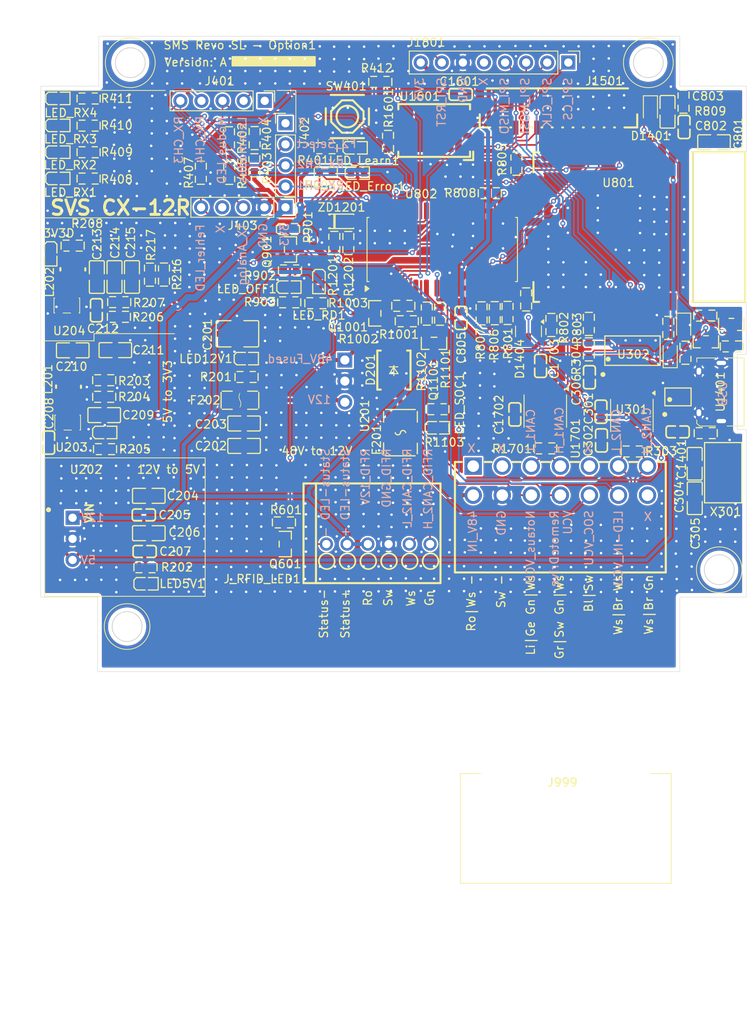
<source format=kicad_pcb>
(kicad_pcb (version 20241229) (generator "pcbnew") (generator_version "9.0")
  (layers (0 "F.Cu" signal) (2 "B.Cu" signal) (13 "F.Paste" user) (15 "B.Paste" user) (5 "F.SilkS" user "F.Silkscreen") (7 "B.SilkS" user "B.Silkscreen") (1 "F.Mask" user) (3 "B.Mask" user) (25 "Edge.Cuts" user))
  (net 0 "")
  (net 1 "GND")
  (net 2 "3.3V")
  (net 3 "5V")
  (net 4 "/Powersupply/48V_FUSED")
  (net 5 "/Powersupply/12V_OUT")
  (net 6 "12V")
  (net 7 "Net-(U203-FB)")
  (net 8 "Net-(U204-FB)")
  (net 9 "/Powersupply/3.3V_D1")
  (net 10 "Net-(U302-OSC1)")
  (net 11 "Net-(U302-OSC2)")
  (net 12 "/MCT  Wlan/ESP_EN")
  (net 13 "Net-(D201-A)")
  (net 14 "Net-(D1401-K)")
  (net 15 "Net-(D1402-A)")
  (net 16 "Net-(D1402-K)")
  (net 17 "Net-(D1403-A)")
  (net 18 "IO3")
  (net 19 "IO2")
  (net 20 "Net-(D1404-Pad3)")
  (net 21 "IO0")
  (net 22 "48V")
  (net 23 "Lernmodus")
  (net 24 "RX_4")
  (net 25 "Sparmodus_enable")
  (net 26 "RX_3")
  (net 27 "LED_Modus")
  (net 28 "RX_2")
  (net 29 "RX_Analog")
  (net 30 "F2_Sel")
  (net 31 "RX_1")
  (net 32 "TX_Analog")
  (net 33 "Fehler_LED")
  (net 34 "Piezo")
  (net 35 "/Stecker LED - RFID/Status_LED -")
  (net 36 "/CAN2_Tranciever/CAN_L")
  (net 37 "/CAN2_Tranciever/CAN_H")
  (net 38 "IO19")
  (net 39 "IO18")
  (net 41 "/MCT  Wlan/SPI_CS_RFID")
  (net 42 "/MCT  Wlan/SPI_RST_RFID")
  (net 43 "IO17")
  (net 44 "Net-(U203-LX)")
  (net 45 "Net-(U204-LX)")
  (net 46 "Net-(LED5V1-A)")
  (net 47 "Net-(LED12V1-A)")
  (net 48 "Net-(LED_Error1-K)")
  (net 49 "Net-(LED_Learn1-K)")
  (net 50 "Net-(Q601-G)")
  (net 51 "Net-(Q901-G)")
  (net 52 "/Notaus Schalter/Notaus_VCU")
  (net 53 "Net-(Q1001-G)")
  (net 54 "/RemoteDrive Schalter/RemoteDrive_VCU")
  (net 55 "Net-(Q1101-G)")
  (net 56 "/SOC Schalter/SOC_VCU")
  (net 57 "Net-(Q1401-Pad1)")
  (net 58 "Net-(U1401-~{RTS})")
  (net 59 "Net-(Q1402-Pad1)")
  (net 60 "Net-(U1401-TNOW{slash}~{DTR})")
  (net 61 "/CAN1 Tranciever/CAN_H")
  (net 62 "/CAN1 Tranciever/CAN_L")
  (net 63 "Net-(U302-~{RESET})")
  (net 64 "/MCT  Wlan/LED_On")
  (net 65 "MTD0")
  (net 66 "IO5")
  (net 67 "MTD1")
  (net 68 "Net-(U802-~{RESET})")
  (net 69 "/MCT  Wlan/TX_2 (Remote Drive)")
  (net 70 "/MCT  Wlan/TX_3 (SOC)")
  (net 71 "/Stecker Input/VCU_LED")
  (net 72 "/MCT  Wlan/LED_Signal")
  (net 73 "IO1")
  (net 74 "Net-(U1401-~{CTS})")
  (net 75 "Net-(U1601-~{HOLD}{slash}RESET#(IO3))")
  (net 76 "IO27")
  (net 77 "IO26")
  (net 78 "/CAN1 Tranciever/CAN_S-Mode")
  (net 79 "/CAN2_Tranciever/CAN_S-Mode")
  (net 80 "/CAN2_Tranciever/CAN_TX")
  (net 81 "/CAN2_Tranciever/CAN_RX")
  (net 87 "IO23")
  (net 91 "IO25")
  (net 93 "Sensor_VN")
  (net 95 "IO22")
  (net 98 "IO4")
  (net 99 "IO14")
  (net 100 "IO21")
  (net 102 "IO13")
  (net 103 "IO35")
  (net 105 "Sensor_VP")
  (net 106 "IO34")
  (net 107 "IO16")
  (net 114 "/USB Port/Data+")
  (net 115 "/USB Port/Data-")
  (net 117 "/USB Port/VBUS")
  (net 118 "/USB Port/ID")
  (net 119 "Net-(LED3V3-K)")
  (net 120 "Net-(LED3V3D1-K)")
  (net 121 "IO33")
  (net 122 "IO32")
  (net 129 "/Powersupply/3.3V_D")
  (net 130 "Net-(U1401-TXD)")
  (net 131 "Net-(LED_RX1-A)")
  (net 132 "Net-(LED_RX2-A)")
  (net 133 "Net-(LED_RX3-A)")
  (net 134 "Net-(LED_RX4-A)")
  (net 135 "Net-(LED_OFF1-A)")
  (net 136 "Net-(LED_RD1-A)")
  (net 137 "Net-(LED_SOC1-A)")
  (footprint "easyeda2kicad:R0603" (layer "F.Cu") (at 135.26 57.45)
    (property "Reference" "R401")
    (property "Value" "220Ω" (hide yes))
  )
  (footprint "easyeda2kicad:R0603" (layer "F.Cu") (at 138.01 68.86 90)
    (property "Reference" "R1202")
    (property "Value" "10k" (hide yes))
  )
  (footprint "easyeda2kicad:LED0603-RD_GREEN" (layer "F.Cu") (at 138.86 57.41)
    (property "Reference" "LED_Learn1")
    (property "Value" "XL-1608SYGC-06")
  )
  (footprint "easyeda2kicad:R0603" (layer "F.Cu") (at 148.74 88.87 180)
    (property "Reference" "R1103")
    (property "Value" "1.8kΩ")
  )
  (footprint "easyeda2kicad:SOT-23-3_L2.9-W1.3-P0.95-LS2.4-BR" (layer "F.Cu") (at 130.41 105.11 180)
    (property "Reference" "Q601")
    (property "Value" "JY2302" (hide yes))
  )
  (footprint "easyeda2kicad:TSSOP-20_L6.5-W4.4-P0.65-LS6.4-BL" (layer "F.Cu") (at 172.24 81.82)
    (property "Reference" "U302")
    (property "Value" "MCP2515-I/ST" (hide yes))
  )
  (footprint "Diode_SMD:D_SOD-323" (layer "F.Cu") (at 176.78 82.2675 90)
    (property "Reference" "D1402" (hide yes))
    (property "Value" "1N5819WS" (hide yes))
  )
  (footprint "easyeda2kicad:R0603" (layer "F.Cu") (at 159.43 75.65 -90)
    (property "Reference" "R804" (hide yes))
    (property "Value" "10kΩ")
  )
  (footprint "easyeda2kicad:C0603" (layer "F.Cu") (at 161.17 83.65 90)
    (property "Reference" "C1703")
    (property "Value" "100nF" (hide yes))
  )
  (footprint "easyeda2kicad:R0603" (layer "F.Cu") (at 130.89 76 180)
    (property "Reference" "R903")
    (property "Value" "1.8kΩ")
  )
  (footprint "easyeda2kicad:CONN-SMD_GH-13AB" (layer "F.Cu") (at 163.2 53.2925 180)
    (property "Reference" "J1501")
    (property "Value" "GH-13AB" (hide yes))
  )
  (footprint "easyeda2kicad:LED0603-RD_GREEN" (layer "F.Cu") (at 102.145 70.2 -90)
    (property "Reference" "LED3V3D1" (hide yes))
    (property "Value" "XL-1608SYGC-06")
  )
  (footprint "easyeda2kicad:PWRM-TH_K78XX-500R3" (layer "F.Cu") (at 104.79 104.48 90)
    (property "Reference" "U202")
    (property "Value" "K7805-500R2_C909663" (hide yes))
  )
  (footprint "easyeda2kicad:SOT-23-5_L3.0-W1.7-P0.95-LS2.8-BR" (layer "F.Cu") (at 104.2 90.48 90)
    (property "Reference" "U203")
    (property "Value" "SY8089AAAC" (hide yes))
  )
  (footprint "easyeda2kicad:R0603" (layer "F.Cu") (at 113.57 107.9 180)
    (property "Reference" "R202")
    (property "Value" "560Ω" (hide yes))
  )
  (footprint "easyeda2kicad:C0603" (layer "F.Cu") (at 151.58 77.88 -90)
    (property "Reference" "C805")
    (property "Value" "100nF" (hide yes))
  )
  (footprint "easyeda2kicad:IND-SMD_L3.0-W3.0_NR3010" (layer "F.Cu") (at 104.82 72.05 90)
    (property "Reference" "L202")
    (property "Value" "2.2uH")
  )
  (footprint "easyeda2kicad:R0603" (layer "F.Cu") (at 130.74 67.18)
    (property "Reference" "R901")
    (property "Value" "1k" (hide yes))
  )
  (footprint "easyeda2kicad:R0603" (layer "F.Cu") (at 104.795 69.175)
    (property "Reference" "R208")
    (property "Value" "220Ω")
  )
  (footprint "easyeda2kicad:PinHeader_1x05_P2.54mm_Vertical" (layer "F.Cu") (at 130.437144 64.56 -90)
    (property "Reference" "J403")
    (property "Value" "Conn_01x05_Pin")
  )
  (footprint "easyeda2kicad:F1206" (layer "F.Cu") (at 124.95 87.79 180)
    (property "Reference" "F202")
    (property "Value" "JK-NSMD075-13.2" (hide yes))
  )
  (footprint "easyeda2kicad:LED0603-RD_GREEN" (layer "F.Cu") (at 113.67 109.9)
    (property "Reference" "LED5V1")
    (property "Value" "XL-1608SYGC-06" (hide yes))
  )
  (footprint "easyeda2kicad:R0603" (layer "F.Cu") (at 120.24 60.4 90)
    (property "Reference" "R407")
    (property "Value" "10K" (hide yes))
  )
  (footprint "easyeda2kicad:SOT-23-3_L2.9-W1.3-P0.95-LS2.4-BR" (layer "F.Cu") (at 131.04 69.64 180)
    (property "Reference" "Q901")
    (property "Value" "JY2302" (hide yes))
  )
  (footprint "easyeda2kicad:R0603" (layer "F.Cu") (at 123.63 56.25 -90)
    (property "Reference" "R402")
    (property "Value" "10K" (hide yes))
  )
  (footprint "easyeda2kicad:C0805" (layer "F.Cu") (at 125.45 93.29 180)
    (property "Reference" "C202")
    (property "Value" "10uF / 16V" (hide yes))
  )
  (footprint "easyeda2kicad:LED0603-RD_GREEN" (layer "F.Cu") (at 134.46 73.5325 -90)
    (property "Reference" "LED_RD1")
    (property "Value" "XL-1608SYGC-06")
  )
  (footprint "easyeda2kicad:C0805" (layer "F.Cu") (at 179.73 95.44 90)
    (property "Reference" "C304")
    (property "Value" "22pF" (hide yes))
  )
  (footprint "easyeda2kicad:C0603" (layer "F.Cu") (at 113.37 101.6 180)
    (property "Reference" "C205")
    (property "Value" "100nF / 25V" (hide yes))
  )
  (footprint "easyeda2kicad:R0603" (layer "F.Cu") (at 108.6 85.38)
    (property "Reference" "R203")
    (property "Value" "49.9k" (hide yes))
  )
  (footprint "easyeda2kicad:R0603" (layer "F.Cu") (at 184.21 81.31)
    (property "Reference" "R1404" (hide yes))
    (property "Value" "2k2" (hide yes))
  )
  (footprint "easyeda2kicad:R0603" (layer "F.Cu") (at 135.29 60.33)
    (property "Reference" "R406")
    (property "Value" "220Ω" (hide yes))
  )
  (footprint "easyeda2kicad:C0805" (layer "F.Cu") (at 107.71 72.96 -90)
    (property "Reference" "C213")
    (property "Value" "22pF")
  )
  (footprint "easyeda2kicad:R0603" (layer "F.Cu") (at 134.16 76.11)
    (property "Reference" "R1003")
    (property "Value" "1.8kΩ")
  )
  (footprint "easyeda2kicad:LED0603-RD_GREEN" (layer "F.Cu") (at 139.12 60.45)
    (property "Reference" "LED_Error1")
    (property "Value" "XL-1608SYGC-06" (hide yes))
  )
  (footprint "easyeda2kicad:C0805" (layer "F.Cu") (at 113.97 99.3 180)
    (property "Reference" "C204")
    (property "Value" "10uF / 25V" (hide yes))
  )
  (footprint "Package_SO:SOIC-8_3.9x4.9mm_P1.27mm" (layer "F.Cu") (at 172.165 89.625 -90)
    (property "Reference" "U301")
    (property "Value" "TJA1051T-3" (hide yes))
  )
  (footprint "easyeda2kicad:SMB_L4.6-W3.6-LS5.3-R-RD" (layer "F.Cu") (at 143.5 84.16 -90)
    (property "Reference" "D201")
    (property "Value" "SS310_C14281")
  )
  (footprint "easyeda2kicad:R0603" (layer "F.Cu") (at 106.72 54.73 180)
    (property "Reference" "R410")
    (property "Value" "220Ω")
  )
  (footprint "easyeda2kicad:C0805" (layer "F.Cu") (at 109.84 72.95 -90)
    (property "Reference" "C214")
    (property "Value" "22uF" (hide yes))
  )
  (footprint "easyeda2kicad:C0805" (layer "F.Cu") (at 109.94 81.76)
    (property "Reference" "C211")
    (property "Value" "22uF" (hide yes))
  )
  (footprint "easyeda2kicad:C0805" (layer "F.Cu") (at 125.45 90.59 180)
    (property "Reference" "C203")
    (property "Value" "10uF / 16V" (hide yes))
  )
  (footprint "easyeda2kicad:CONN-TH_14P-P3.50_KEFA_KF2EDGKRG-3.5-2X7P" (layer "F.Cu") (at 163.55 97.475)
    (property "Reference" "J503" (hide yes))
    (property "Value" "KF2EDGKRG-3.5-2*7P")
  )
  (footprint "easyeda2kicad:PinHeader_1x05_P2.54mm_Vertical" (layer "F.Cu") (at 127.937144 51.74 -90)
    (property "Reference" "J401")
    (property "Value" "Conn_01x05_Pin")
  )
  (footprint "easyeda2kicad:LED0603-RD_GREEN" (layer "F.Cu") (at 148.7625 91.12)
    (property "Reference" "LED_SOC1")
    (property "Value" "XL-1608SYGC-06")
  )
  (footprint "easyeda2kicad:SW-SMD_4P-L5.2-W5.2-P3.70-LS6.5" (layer "F.Cu") (at 137.89 53.63)
    (property "Reference" "SW401")
    (property "Value" "4*4*1.7" (hide yes))
  )
  (footprint "easyeda2kicad:CRYSTAL-SMD_4P-L5.0-W3.2-BL-7I12288F20UCG" (layer "F.Cu") (at 183.17 96.64 90)
    (property "Reference" "X301")
    (property "Value" "XL1EL89CSI-111YLC-8M" (hide yes))
  )
  (footprint "easyeda2kicad:LED0603-RD_GREEN" (layer "F.Cu") (at 108.7 91.68)
    (property "Reference" "LED3V3" (hide yes))
    (property "Value" "XL-1608SYGC-06" (hide yes))
  )
  (footprint "easyeda2kicad:R0603" (layer "F.Cu") (at 110.41 75.98 180)
    (property "Reference" "R207")
    (property "Value" "220k")
  )
  (footprint "easyeda2kicad:R0603" (layer "F.Cu") (at 123.66 60.41 90)
    (property "Reference" "R405")
    (property "Value" "10k" (hide yes))
  )
  (footprint "easyeda2kicad:PWRM-TH_3P-L11.6-W9.0-P2.54" (layer "F.Cu") (at 137.59 85.49 -90)
    (property "Reference" "U201")
    (property "Value" "U7812-500" (hide yes))
  )
  (footprint "easyeda2kicad:C0603" (layer "F.Cu") (at 167.0525 85.02 -90)
    (property "Reference" "C306")
    (property "Value" "100nF" (hide yes))
  )
  (footprint "easyeda2kicad:R0603" (layer "F.Cu") (at 145.05 78.28)
    (property "Reference" "R1001")
    (property "Value" "1k" (hide yes))
  )
  (footprint "easyeda2kicad:SOT-23-5_L3.0-W1.7-P0.95-LS2.8-BR" (layer "F.Cu") (at 104.1 76.39 90)
    (property "Reference" "U204")
    (property "Value" "SY8089AAAC")
  )
  (footprint "easyeda2kicad:R0603" (layer "F.Cu") (at 106.72 51.46 180)
    (property "Reference" "R411")
    (property "Value" "220Ω")
  )
  (footprint "easyeda2kicad:R0603" (layer "F.Cu") (at 149.06 77.37 90)
    (property "Reference" "R1101")
    (property "Value" "1k" (hide yes))
  )
  (footprint "easyeda2kicad:C0603" (layer "F.Cu") (at 151.54 50.96 180)
    (property "Reference" "C1601")
    (property "Value" "100nF" (hide yes))
  )
  (footprint "easyeda2kicad:R0603" (layer "F.Cu") (at 178.62 82.07 90)
    (property "Reference" "R1405" (hide yes))
    (property "Value" "500Ω")
  )
  (footprint "easyeda2kicad:WIFI-SMD_ESP32-WROOM-32E-A" (layer "F.Cu") (at 169.34 66.93 -90)
    (property "Reference" "U801")
    (property "Value" "ESP32-WROOM-32E-N4" (hide yes))
  )
  (footprint "easyeda2kicad:R0603" (layer "F.Cu") (at 110.37 77.75)
    (property "Reference" "R206")
    (property "Value" "49.9k")
  )
  (footprint "easyeda2kicad:C0805" (layer "F.Cu") (at 111.94 72.95 -90)
    (property "Reference" "C215")
    (property "Value" "22uF")
  )
  (footprint "Package_SO:SOIC-8_3.9x4.9mm_P1.27mm" (layer "F.Cu") (at 161.735 89.1 -90)
    (property "Reference" "U1701")
    (property "Value" "TJA1051T-3" (hide yes))
  )
  (footprint "easyeda2kicad:CONN-TH_6P-P2.50_1989780" (layer "F.Cu") (at 132.625 109.81)
    (property "Reference" "J_RFID_LED1")
    (property "Value" "1989780")
  )
  (footprint "easyeda2kicad:SOT-23-3_L2.9-W1.3-P1.90-LS2.4-BR" (layer "F.Cu") (at 184.14 78.66 90)
    (property "Reference" "Q1401" (hide yes))
    (property "Value" "BC817-40" (hide yes))
  )
  (footprint "easyeda2kicad:R0603" (layer "F.Cu") (at 158.26 59.31 -90)
    (property "Reference" "R805")
    (property "Value" "10kΩ")
  )
  (footprint "easyeda2kicad:C0603" (layer "F.Cu") (at 113.47 106 180)
    (property "Reference" "C207")
    (property "Value" "100nF / 25V" (hide yes))
  )
  (footprint "easyeda2kicad:C0805" (layer "F.Cu") (at 104.81 81.78 180)
    (property "Reference" "C210")
    (property "Value" "22uF" (hide yes))
  )
  (footprint "easyeda2kicad:R0603" (layer "F.Cu") (at 157.19 77.28 90)
    (property "Reference" "R801")
    (property "Value" "10kΩ" (hide yes))
  )
  (footprint "easyeda2kicad:SOT-23-3_L2.9-W1.3-P1.90-LS2.4-BR" (layer "F.Cu") (at 181.08 80.75 90)
    (property "Reference" "Q1402" (hide yes))
    (property "Value" "BC817-40")
  )
  (footprint "easyeda2kicad:R0603" (layer "F.Cu") (at 161.7275 93.59)
    (property "Reference" "R1701")
    (property "Value" "120Ω" (hide yes))
  )
  (footprint "easyeda2kicad:R0603" (layer "F.Cu") (at 114.11 72.67 90)
    (property "Reference" "R217")
    (property "Value" "0Ω")
  )
  (footprint "easyeda2kicad:LED0603-RD_GREEN" (layer "F.Cu") (at 103.0525 51.46)
    (property "Reference" "LED_RX4")
    (property "Value" "XL-1608SYGC-06")
  )
  (footprint "Diode_SMD:D_SOD-323" (layer "F.Cu") (at 174.4 52.7425 -90)
    (property "Reference" "D1401")
    (property "Value" "1N5819WS" (hide yes))
  )
  (footprint "easyeda2kicad:LED0603-RD_GREEN" (layer "F.Cu") (at 103.0525 61.1)
    (property "Reference" "LED_RX1")
    (property "Value" "XL-1608SYGC-06")
  )
  (footprint "easyeda2kicad:R0603" (layer "F.Cu") (at 115.8 72.66 -90)
    (property "Reference" "R216")
    (property "Value" "0Ω" (hide yes))
  )
  (footprint "easyeda2kicad:C0603" (layer "F.Cu") (at 168.505 92.63 90)
    (property "Reference" "C302")
    (property "Value" "100nF" (hide yes))
  )
  (footprint "Package_TO_SOT_SMD:SOT-23" (layer "F.Cu") (at 159.7125 79.5 -90)
    (property "Reference" "D1404")
    (property "Value" "BAT54C" (hide yes))
  )
  (footprint "Diode_SMD:D_SOD-323" (layer "F.Cu") (at 178.4 78.9125 -90)
    (property "Reference" "D1403" (hide yes))
    (property "Value" "1N5819WS" (hide yes))
  )
  (footprint "easyeda2kicad:R0603" (layer "F.Cu") (at 106.72 57.93 180)
    (property "Reference" "R409")
    (property "Value" "220Ω")
  )
  (footprint "easyeda2kicad:R0603" (layer "F.Cu") (at 126.72 56.23 90)
    (property "Reference" "R404")
    (property "Value" "10k" (hide yes))
  )
  (footprint "easyeda2kicad:R0603" (layer "F.Cu") (at 155.05 62.86)
    (property "Reference" "R808")
    (property "Value" "10kΩ")
  )
  (footprint "easyeda2kicad:R0603" (layer "F.Cu") (at 166.98 78.6 90)
    (property "Reference" "R803")
    (property "Value" "10kΩ")
  )
  (footprint "easyeda2kicad:R0603" (layer "F.Cu") (at 178.39 51.84 -90)
    (property "Reference" "R809")
    (property "Value" "10k")
  )
  (footprint "easyeda2kicad:R0603" (layer "F.Cu") (at 126.69 59.5 -90)
    (property "Reference" "R403")
    (property "Value" "10k" (hide yes))
  )
  (footprint "easyeda2kicad:LED0603-RD_GREEN" (layer "F.Cu") (at 130.8825 74.18)
    (property "Reference" "LED_OFF1")
    (property "Value" "XL-1608SYGC-06")
  )
  (footprint "easyeda2kicad:IND-SMD_L3.0-W3.0_NR3010" (layer "F.Cu") (at 104.3 86.18 90)
    (property "Reference" "L201")
    (property "Value" "2.2uH" (hide yes))
  )
  (footprint "easyeda2kicad:R0603" (layer "F.Cu") (at 108.6 87.38 180)
    (property "Reference" "R204")
    (property "Value" "220k" (hide yes))
  )
  (footprint "easyeda2kicad:SOT-23-3_L2.9-W1.3-P0.95-LS2.4-BR" (layer "F.Cu") (at 148.33 80.94 90)
    (property "Reference" "Q1101")
    (property "Value" "JY2302" (hide yes))
  )
  (footprint "easyeda2kicad:R0603" (layer "F.Cu") (at 166.98 81.66 90)
    (property "Reference" "R304")
    (property "Value" "10kΩ" (hide yes))
  )
  (footprint "easyeda2kicad:C0805" (layer "F.Cu") (at 108.6 89.58 180)
    (property "Reference" "C209")
    (property "Value" "22pF" (hide yes))
  )
  (footprint "easyeda2kicad:R0603" (layer "F.Cu") (at 147.46 77.36 -90)
    (property "Reference" "R1102")
    (property "Value" "10k")
  )
  (footprint "Package_SO:SOIC-28W_7.5x17.9mm_P1.27mm" (layer "F.Cu") (at 149.32 69.64 90)
    (property "Reference" "U802")
    (property "Value" "MCP23017_SO" (hide yes))
  )
  (footprint "Connector_PinHeader_2.54mm:PinHeader_1x08_P2.54mm_Vertical" (layer "F.Cu") (at 164.51 47.13 -90)
    (property "Reference" "J1801")
    (property "Value" "Conn_01x08_Socket")
  )
  (footprint "easyeda2kicad:C0603" (layer "F.Cu") (at 177.68 91.6)
    (property "Reference" "C1401")
    (property "Value" "100nF")
  )
  (footprint "easyeda2kicad:R0603" (layer "F.Cu") (at 154.06 77.33 -90)
    (property "Reference" "R807")
    (property "Value" "4.7kΩ" (hide yes))
  )
  (footprint "easyeda2kicad:SOD-123_L2.8-W1.8-LS3.7-RD" (layer "F.Cu") (at 137.24 66.25)
    (property "Reference" "ZD1201")
    (property "Value" "BZT52C3V6_C2113" (hide yes))
  )
  (footprint "easyeda2kicad:R0603" (layer "F.Cu") (at 108.7 93.68)
    (property "Reference" "R205")
    (property "Value" "220Ω" (hide yes))
  )
  (footprint "easyeda2kicad:R0603" (layer "F.Cu") (at 162.47 78.73 90)
    (property "Reference" "R802")
    (property "Value" "10kΩ" (hide yes))
  )
  (footprint "easyeda2kicad:R0603" (layer "F.Cu") (at 142.79 56.69 -90)
    (property "Reference" "R1601")
    (property "Value" "10k" (hide yes))
  )
  (footprint "easyeda2kicad:C0603" (layer "F.Cu") (at 168.445 89.17 90)
    (property "Reference" "C301")
    (property "Value" "100nF" (hide yes))
  )
  (footprint "easyeda2kicad:Phonix_Connector_07x2pin_toWire" (layer "F.Cu") (at 151.51 145.9625)
    (property "Reference" "J999")
    (property "Value" "Phoenix_Connetor_07x2pin_toWire")
  )
  (footprint "easyeda2kicad:C0805" (layer "F.Cu") (at 113.97 103.8 180)
    (property "Reference" "C206")
    (property "Value" "10uF / 25V" (hide yes))
  )
  (footprint "easyeda2kicad:R0603" (layer "F.Cu") (at 181.06 91.75)
    (property "Reference" "R1403" (hide yes))
    (property "Value" "4k7" (hide yes))
  )
  (footprint "easyeda2kicad:R0603" (layer "F.Cu") (at 141.86 49.46 180)
    (property "Reference" "R412")
    (property "Value" "10k")
  )
  (footprint "easyeda2kicad:R0603" (layer "F.Cu") (at 176.55 79.09 90)
    (property "Reference" "R1401" (hide yes))
    (property "Value" "500Ω" (hide yes))
  )
  (footprint "easyeda2kicad:C0805" (layer "F.Cu") (at 176.46 53.06 -90)
    (property "Reference" "C803")
    (property "Value" "10 uF")
  )
  (footprint "easyeda2kicad:LED0603-RD_GREEN" (layer "F.Cu") (at 103.0525 57.93)
    (property "Reference" "LED_RX2")
    (property "Value" "XL-1608SYGC-06")
  )
  (footprint "easyeda2kicad:R0603" (layer "F.Cu") (at 130.98 72.16 180)
    (property "Reference" "R902")
    (property "Value" "10k" (hide yes))
  )
  (footprint "easyeda2kicad:C0603" (layer "F.Cu") (at 178.45 54.89 90)
    (property "Reference" "C802")
    (property "Value" "100nF")
  )
  (footprint "easyeda2kicad:LED0603-RD_GREEN" (layer "F.Cu") (at 125.75 82.79)
    (property "Reference" "LED12V1")
    (property "Value" "XL-1608SYGC-06" (hide yes))
  )
  (footprint "easyeda2kicad:C0603" (layer "F.Cu") (at 158.07 89.5 90)
    (property "Reference" "C1702")
    (property "Value" "100nF" (hide yes))
  )
  (footprint "easyeda2kicad:C0603" (layer "F.Cu") (at 101.91 92.89 -90)
    (property "Reference" "C208")
    (property "Value" "22uF / 6.3V" (hide yes))
  )
  (footprint "easyeda2kicad:R0603" (layer "F.Cu") (at 144.63 76.42 180)
    (property "Reference" "R1002")
    (property "Value" "10k" (hide yes))
  )
  (footprint "easyeda2kicad:R0603" (layer "F.Cu") (at 181.01 77.6)
    (property "Reference" "R1402" (hide yes))
    (property "Value" "2k2" (hide yes))
  )
  (footprint "easyeda2kicad:C1210" (layer "F.Cu") (at 124.65 79.79 180)
    (property "Reference" "C201")
    (property "Value" "10uF / 63V" (hide yes))
  )
  (footprint "easyeda2kicad:R0603" (layer "F.Cu") (at 106.72 61.1 180)
    (property "Reference" "R408")
    (property "Value" "220Ω")
  )
  (footprint "easyeda2kicad:WSON-8_L8.0-W6.0-P1.27-TL-EP" (layer "F.Cu") (at 148.35 55.31 180)
    (property "Reference" "U1601")
    (property "Value" "W25Q512JVEIQ" (hide yes))
  )
  (footprint "easyeda2kicad:LED0603-RD_GREEN" (layer "F.Cu") (at 103.0525 54.71)
    (property "Reference" "LED_RX3")
    (property "Value" "XL-1608SYGC-06")
  )
  (footprint "easyeda2kicad:SOT-23-3_L2.9-W1.3-P0.95-LS2.4-BR" (layer "F.Cu") (at 141.2 77.33)
    (property "Reference" "Q1001")
    (property "Value" "JY2302" (hide yes))
  )
  (footprint "easyeda2kicad:F1812" (layer "F.Cu") (at 146.3075 94.48 90)
    (property "Reference" "F201")
    (property "Value" "JK-MSMD020-60V" (hide yes))
  )
  (footprint "easyeda2kicad:MICRO-USB-SMD_10118194-0001LF" (layer "F.Cu") (at 181.5875 86.8 90)
    (property "Reference" "J1401" (hide yes))
    (property "Value" "10118194-0001LF" (hide yes))
  )
  (footprint "easyeda2kicad:PinHeader_1x04_P2.54mm_Vertical" (layer "F.Cu") (at 130.437144 54.44)
    (property "Reference" "J402")
    (property "Value" "Conn_01x04_Pin")
  )
  (footprint "easyeda2kicad:R0603" (layer "F.Cu") (at 136.32 68.85 -90)
    (property "Reference" "R1201")
    (property "Value" "27k" (hide yes))
  )
  (footprint "easyeda2kicad:C0805" (layer "F.Cu") (at 182.06 56.73)
    (property "Reference" "C801")
    (property "Value" "22uF")
  )
  (footprint "easyeda2kicad:R0603" (layer "F.Cu") (at 130.25 102.5)
    (property "Reference" "R601")
    (property "Value" "1k" (hide yes))
  )
  (footprint "easyeda2kicad:MSOP-10_L3.0-W3.0-P0.50-LS5.0-BL" (layer "F.Cu") (at 177.717332 87.389)
    (property "Reference" "U1401")
    (property "Value" "CH340X" (hide yes))
  )
  (footprint "easyeda2kicad:C0805" (layer "F.Cu") (at 179.74 99.59 -90)
    (property "Reference" "C305")
    (property "Value" "22pF" (hide yes))
  )
  (footprint "easyeda2kicad:C0603" (layer "F.Cu") (at 107.66 76.96 90)
    (property "Reference" "C212")
    (property "Value" "22uF / 6.3V" (hide yes))
  )
  (footprint "easyeda2kicad:R0603" (layer "F.Cu") (at 125.75 84.99 180)
    (property "Reference" "R201")
    (property "Value" "1.8kΩ" (hide yes))
  )
  (footprint "easyeda2kicad:R0603" (layer "F.Cu") (at 155.65 77.31 -90)
    (property "Reference" "R806")
    (property "Value" "4.7kΩ")
  )
  (footprint "easyeda2kicad:R0603" (layer "F.Cu") (at 172.26 93.96)
    (property "Reference" "R303")
    (property "Value" "120Ω" (hide yes))
  )
  (gr_line (start 131.687144 50.49) (end 129.39 50.49) (stroke (width 0.1)) (layer "F.SilkS"))
  (gr_line (start 131.687144 65.83) (end 131.687144 64.89) (stroke (width 0.1)) (layer "F.SilkS"))
  (gr_line (start 131.687144 50.49) (end 131.69 55.62) (stroke (width 0.1)) (layer "F.SilkS"))
  (gr_circle (center 174.15 47.15) (end 177.15 47.15) (stroke (width 0.1)) (fill no) (layer "F.SilkS"))
  (gr_line (start 107.37 80.64) (end 101.26 80.64) (stroke (width 0.1)) (layer "F.SilkS"))
  (gr_rect (start 123.99 46.4) (end 134.03 47.55) (stroke (width 0.1)) (fill yes) (layer "F.SilkS"))
  (gr_line (start 129.39 65.83) (end 131.687144 65.83) (stroke (width 0.1)) (layer "F.SilkS"))
  (gr_rect (start 101.42 94.73) (end 120.76 111.4) (stroke (width 0.1)) (fill no) (layer "F.SilkS"))
  (gr_circle (center 111.36 115.04) (end 114.11 115.04) (stroke (width 0.1)) (fill no) (layer "F.SilkS"))
  (gr_line (start 118.4 65.83) (end 101.24 65.83) (stroke (width 0.1)) (layer "F.SilkS"))
  (gr_circle (center 111.74 47.15) (end 114.74 47.15) (stroke (width 0.1)) (fill no) (layer "F.SilkS"))
  (gr_line (start 107.37 79.78) (end 107.37 80.64) (stroke (width 0.1)) (layer "F.SilkS"))
  (gr_circle (center 182.69 108.2) (end 185.44 108.2) (stroke (width 0.1)) (fill no) (layer "F.SilkS"))
  (gr_line (start 107.38 79.77) (end 117.08 79.78) (stroke (width 0.1)) (layer "F.SilkS"))
  (gr_line (start 115.952144 50.49) (end 101.19 50.49) (stroke (width 0.1)) (layer "F.SilkS"))
  (gr_line (start 179.54 57.92) (end 179.54 75.93) (stroke (width 0.05)) (layer "Edge.Cuts"))
  (gr_line (start 177.94 49.97) (end 177.94 43.97) (stroke (width 0.05)) (layer "Edge.Cuts"))
  (gr_line (start 107.82 113.47) (end 107.82 111.5) (stroke (width 0.05)) (layer "Edge.Cuts"))
  (gr_line (start 185.94 82.27) (end 184.86 82.27) (stroke (width 0.05)) (layer "Edge.Cuts"))
  (gr_line (start 184.86 82.27) (end 184.86 91.33) (stroke (width 0.05)) (layer "Edge.Cuts"))
  (gr_line (start 185.94 57.92) (end 179.54 57.92) (stroke (width 0.05)) (layer "Edge.Cuts"))
  (gr_line (start 179.54 75.93) (end 179.54 76.05) (stroke (width 0.05)) (layer "Edge.Cuts"))
  (gr_circle (center 174.15 47.15) (end 175.95 47.15) (stroke (width 0.1)) (fill no) (layer "Edge.Cuts"))
  (gr_line (start 100.96 111.5) (end 107.82 111.5) (stroke (width 0.05)) (layer "Edge.Cuts"))
  (gr_line (start 107.95 49.97) (end 107.95 43.97) (stroke (width 0.05)) (layer "Edge.Cuts"))
  (gr_circle (center 111.36 115.04) (end 113.16 115.04) (stroke (width 0.1)) (fill no) (layer "Edge.Cuts"))
  (gr_line (start 100.96 111.5) (end 100.96 49.97) (stroke (width 0.05)) (layer "Edge.Cuts"))
  (gr_line (start 107.82 117.97) (end 107.82 120.47) (stroke (width 0.05)) (layer "Edge.Cuts"))
  (gr_line (start 185.94 111.5) (end 185.94 91.33) (stroke (width 0.05)) (layer "Edge.Cuts"))
  (gr_line (start 177.94 43.97) (end 107.95 43.97) (stroke (width 0.05)) (layer "Edge.Cuts"))
  (gr_line (start 179.54 76.05) (end 185.94 76.05) (stroke (width 0.05)) (layer "Edge.Cuts"))
  (gr_line (start 177.94 117.97) (end 177.94 120.47) (stroke (width 0.05)) (layer "Edge.Cuts"))
  (gr_circle (center 111.74 47.15) (end 113.54 47.15) (stroke (width 0.1)) (fill no) (layer "Edge.Cuts"))
  (gr_line (start 177.94 111.5) (end 177.94 113.47) (stroke (width 0.05)) (layer "Edge.Cuts"))
  (gr_line (start 177.94 113.47) (end 177.94 117.97) (stroke (width 0.05)) (layer "Edge.Cuts"))
  (gr_circle (center 182.69 108.2) (end 184.49 108.2) (stroke (width 0.1)) (fill no) (layer "Edge.Cuts"))
  (gr_line (start 185.94 91.33) (end 184.86 91.33) (stroke (width 0.05)) (layer "Edge.Cuts"))
  (gr_line (start 105.95 49.97) (end 100.96 49.97) (stroke (width 0.05)) (layer "Edge.Cuts"))
  (gr_line (start 107.82 120.47) (end 177.94 120.47) (stroke (width 0.05)) (layer "Edge.Cuts"))
  (gr_line (start 185.94 49.97) (end 177.94 49.97) (stroke (width 0.05)) (layer "Edge.Cuts"))
  (gr_line (start 105.95 49.97) (end 107.95 49.97) (stroke (width 0.05)) (layer "Edge.Cuts"))
  (gr_line (start 177.94 111.5) (end 185.94 111.5) (stroke (width 0.05)) (layer "Edge.Cuts"))
  (gr_line (start 185.94 76.05) (end 185.94 82.27) (stroke (width 0.05)) (layer "Edge.Cuts"))
  (gr_line (start 107.82 113.47) (end 107.82 117.97) (stroke (width 0.05)) (layer "Edge.Cuts"))
  (gr_line (start 185.94 49.97) (end 185.94 57.92) (stroke (width 0.05)) (layer "Edge.Cuts"))
  (gr_text "Version: A" (at 119.61 47.09 0) (layer "F.SilkS") (effects (font (size 1 1))))
  (gr_text "Bl|Sw" (at 167.54 113.391191 90) (layer "F.SilkS") (effects (font (size 1 1)) (justify left bottom)))
  (gr_text "SVS CX-12R" (at 101.91 65.64 0) (layer "F.SilkS") (effects (font (size 1.75 1.75) (thickness 0.35)) (justify left bottom)))
  (gr_text "Ro|Ws -" (at 153.39 115.724524 90) (layer "F.SilkS") (effects (font (size 1 1)) (justify left bottom)))
  (gr_text "Sw -" (at 156.99 112.915 90) (layer "F.SilkS") (effects (font (size 1 1)) (justify left bottom)))
  (gr_text "Gr|Sw Gn|Ws" (at 164.02 119.057858 90) (layer "F.SilkS") (effects (font (size 1 1)) (justify left bottom)))
  (gr_text "5V to 3V3" (at 116.84 90.63 90) (layer "F.SilkS") (effects (font (size 1 1)) (justify left bottom)))
  (gr_text "Gn\n" (at 148.36 112.665237 90) (layer "F.SilkS") (effects (font (size 1 1)) (justify left bottom)))
  (gr_text "Ws|Br Gn" (at 174.78 116.105477 90) (layer "F.SilkS") (effects (font (size 1 1)) (justify left bottom)))
  (gr_text "Ro" (at 140.94 112.665237 90) (layer "F.SilkS") (effects (font (size 1 1)) (justify left bottom)))
  (gr_text "Ws|Br Ws" (at 171.1 116.153096 90) (layer "F.SilkS") (effects (font (size 1 1)) (justify left bottom)))
  (gr_text "Ws\n" (at 146.13 112.712856 90) (layer "F.SilkS") (effects (font (size 1 1)) (justify left bottom)))
  (gr_text "48V to 12V" (at 129.87 94.48 0) (layer "F.SilkS") (effects (font (size 1 1)) (justify left bottom)))
  (gr_text "Status+" (at 138.22 116.57 90) (layer "F.SilkS") (effects (font (size 1 1)) (justify left bottom)))
  (gr_text "Li|Ge Gn|Ws" (at 160.55 118.581667 90) (layer "F.SilkS") (effects (font (size 1 1)) (justify left bottom)))
  (gr_text "Sw" (at 143.39 112.69 90) (layer "F.SilkS") (effects (font (size 1 1)) (justify left bottom)))
  (gr_text "3V3D" (at 103.14 67.69 0) (layer "F.SilkS") (effects (font (size 1 1))))
  (gr_text "12V to 5V" (at 112.46 96.72 0) (layer "F.SilkS") (effects (font (size 1 1)) (justify left bottom)))
  (gr_text "SMS Revo SL - Option1\n" (at 115.65 45.62 0) (layer "F.SilkS") (effects (font (size 1 1)) (justify left bottom)))
  (gr_text "Status-" (at 135.63 116.57 90) (layer "F.SilkS") (effects (font (size 1 1)) (justify left bottom)))
  (gr_text "Fehler_LED" (at 120.77 66.51 90) (layer "B.SilkS") (effects (font (size 1 1)) (justify left bottom mirror)))
  (gr_text "X" (at 128.36 53.55 90) (layer "B.SilkS") (effects (font (size 1 1)) (justify left bottom mirror)))
  (gr_text "RFID_GND" (at 143.19 93.49 90) (layer "B.SilkS") (effects (font (size 1 1)) (justify left bottom mirror)))
  (gr_text "SPI_RST" (at 149.81 48.85 90) (layer "B.SilkS") (effects (font (size 1 1)) (justify left bottom mirror)))
  (gr_text "Modus_LED" (at 123.36 53.52 90) (layer "B.SilkS") (effects (font (size 1 1)) (justify left bottom mirror)))
  (gr_text "RFID_12V" (at 140.66 93.49 90) (layer "B.SilkS") (effects (font (size 1 1)) (justify left bottom mirror)))
  (gr_text "Status-LED -" (at 135.83 93.49 90) (layer "B.SilkS") (effects (font (size 1 1)) (justify left bottom mirror)))
  (gr_text "SPI_CLK" (at 162.56 48.85 90) (layer "B.SilkS") (effects (font (size 1 1)) (justify left bottom mirror)))
  (gr_text "X" (at 123.19 66.61 90) (layer "B.SilkS") (effects (font (size 1 1)) (justify left bottom mirror)))
  (gr_text "X" (at 154.87 48.85 90) (layer "B.SilkS") (effects (font (size 1 1)) (justify left bottom mirror)))
  (gr_text "RemoteDrive\nVCU" (at 165.03 100.950167 90) (layer "B.SilkS") (effects (font (size 1 1)) (justify left bottom mirror)))
  (gr_text "RX_CH3" (at 118.17 53.49 90) (layer "B.SilkS") (effects (font (size 1 1)) (justify left bottom mirror)))
  (gr_text "Notaus_VCU" (at 160.54 100.950167 90) (layer "B.SilkS") (effects (font (size 1 1)) (justify left bottom mirror)))
  (gr_text "3V3" (at 147.17 48.85 90) (layer "B.SilkS") (effects (font (size 1 1)) (justify left bottom mirror)))
  (gr_text "RX_CH1" (at 137.603808 62.51 0) (layer "B.SilkS") (effects (font (size 1 1)) (justify left bottom mirror)))
  (gr_text "X" (at 174.67 102.400167 0) (layer "B.SilkS") (effects (font (size 1 1)) (justify left bottom mirror)))
  (gr_text "5V" (at 107.69 107.62 0) (layer "B.SilkS") (effects (font (size 1 1)) (justify left bottom mirror)))
  (gr_text "RX_CH4" (at 120.77 53.47 90) (layer "B.SilkS") (effects (font (size 1 1)) (justify left bottom mirror)))
  (gr_text "RFID_CAN2_H" (at 148.2 93.49 90) (layer "B.SilkS") (effects (font (size 1 1)) (justify left bottom mirror)))
  (gr_text "GND" (at 128.33 66.36 90) (layer "B.SilkS") (effects (font (size 1 1)) (justify left bottom mirror)))
  (gr_text "X" (at 167.45 94.170167 0) (layer "B.SilkS") (effects (font (size 1 1)) (justify left bottom mirror)))
  (gr_text "SPI_MISO" (at 157.41 48.85 90) (layer "B.SilkS") (effects (font (size 1 1)) (justify left bottom mirror)))
  (gr_text "X" (at 153.41 94.170167 0) (layer "B.SilkS") (effects (font (size 1 1)) (justify left bottom mirror)))
  (gr_text "3V3" (at 130.9 66.38 90) (layer "B.SilkS") (effects (font (size 1 1) (thickness 0.15) (bold yes)) (justify left bottom mirror)))
  (gr_text "SPI_CS" (at 165.06 48.85 90) (layer "B.SilkS") (effects (font (size 1 1)) (justify left bottom mirror)))
  (gr_text "Status-LED +" (at 138.22 93.49 90) (layer "B.SilkS") (effects (font (size 1 1)) (justify left bottom mirror)))
  (gr_text "12V" (at 108.7 102.51 0) (layer "B.SilkS") (effects (font (size 1 1)) (justify left bottom mirror)))
  (gr_text "USB" (at 183.7 85.42 90) (layer "B.SilkS") (effects (font (size 1 1)) (justify left bottom mirror)))
  (gr_text "RX_CH2" (at 137.603808 59.94 0) (layer "B.SilkS") (effects (font (size 1 1)) (justify left bottom mirror)))
  (gr_text "48V_Fused" (at 136.24 83.4 0) (layer "B.SilkS") (effects (font (size 1 1)) (justify left bottom mirror)))
  (gr_text "RFID_CAN2_L" (at 145.7 93.49 90) (layer "B.SilkS") (effects (font (size 1 1)) (justify left bottom mirror)))
  (gr_text "CAN1_H" (at 164 88.5 90) (layer "B.SilkS") (effects (font (size 1 1)) (justify left bottom mirror)))
  (gr_text "CAN2_L" (at 170.89 88.738095 90) (layer "B.SilkS") (effects (font (size 1 1)) (justify left bottom mirror)))
  (gr_text "X" (at 132.98 54.95 0) (layer "B.SilkS") (effects (font (size 1 1)) (justify left bottom mirror)))
  (gr_text "F2_Select" (at 139.08 57.5 0) (layer "B.SilkS") (effects (font (size 1 1)) (justify left bottom mirror)))
  (gr_text "48V_IN" (at 153.57 100.950167 90) (layer "B.SilkS") (effects (font (size 1 1)) (justify left bottom mirror)))
  (gr_text "SOC_VCU\n" (at 167.58 100.950167 90) (layer "B.SilkS") (effects (font (size 1 1) (thickness 0.15) (bold yes)) (justify left bottom mirror)))
  (gr_text "X" (at 156.97 94.170167 0) (layer "B.SilkS") (effects (font (size 1 1)) (justify left bottom mirror)))
  (gr_text "CAN1_L\n" (at 160.56 88.738095 90) (layer "B.SilkS") (effects (font (size 1 1)) (justify left bottom mirror)))
  (gr_text "12V" (at 135.99 88.31 0) (layer "B.SilkS") (effects (font (size 1 1)) (justify left bottom mirror)))
  (gr_text "CAN2_H" (at 174.55 88.55 90) (layer "B.SilkS") (effects (font (size 1 1)) (justify left bottom mirror)))
  (gr_text "GND" (at 157.03 100.950167 90) (layer "B.SilkS") (effects (font (size 1 1)) (justify left bottom mirror)))
  (gr_text "LED-IN_VCU" (at 171.13 100.950167 90) (layer "B.SilkS") (effects (font (size 1 1)) (justify left bottom mirror)))
  (gr_text "TX_Analog" (at 125.81 66.41 90) (layer "B.SilkS") (effects (font (size 1 1)) (justify left bottom mirror)))
  (gr_text "Lernmodus" (at 125.8 53.53 90) (layer "B.SilkS") (effects (font (size 1 1)) (justify left bottom mirror)))
  (gr_text "GND\n" (at 152.39 48.85 90) (layer "B.SilkS") (effects (font (size 1 1)) (justify left bottom mirror)))
  (gr_text "SPI_MOSI" (at 159.89 48.85 90) (layer "B.SilkS") (effects (font (size 1 1)) (justify left bottom mirror)))
  (via (at 132.765 45.18) (size 0.6) (drill 0.3) (layers "F.Cu" "B.Cu") (net 1))
  (via (at 120.68 89.36) (size 0.6) (drill 0.3) (layers "F.Cu" "B.Cu") (net 1))
  (via (at 125.79 97.086667) (size 0.6) (drill 0.3) (layers "F.Cu" "B.Cu") (net 1))
  (via (at 117.11 74.843333) (size 0.6) (drill 0.3) (layers "F.Cu" "B.Cu") (net 1))
  (via (at 162.11 74.173333) (size 0.6) (drill 0.3) (layers "F.Cu" "B.Cu") (net 1))
  (via (at 106.42 95.69) (size 0.6) (drill 0.3) (layers "F.Cu" "B.Cu") (net 1))
  (via (at 102.35 67.963333) (size 0.6) (drill 0.3) (layers "F.Cu" "B.Cu") (net 1))
  (via (at 117.18 101.71) (size 0.6) (drill 0.3) (layers "F.Cu" "B.Cu") (net 1))
  (via (at 105.335 64.97) (size 0.6) (drill 0.3) (layers "F.Cu" "B.Cu") (net 1))
  (via (at 177.5 100.22) (size 0.6) (drill 0.3) (layers "F.Cu" "B.Cu") (net 1))
  (via (at 117.08 84.826667) (size 0.6) (drill 0.3) (layers "F.Cu" "B.Cu") (net 1))
  (via (at 136.47 97.076667) (size 0.6) (drill 0.3) (layers "F.Cu" "B.Cu") (net 1))
  (via (at 116.98 95.57) (size 0.6) (drill 0.3) (layers "F.Cu" "B.Cu") (net 1))
  (via (at 120.66 104.473333) (size 0.6) (drill 0.3) (layers "F.Cu" "B.Cu") (net 1))
  (via (at 126.62 63.34) (size 0.6) (drill 0.3) (layers "F.Cu" "B.Cu") (net 1))
  (via (at 134.755 89.31) (size 0.6) (drill 0.3) (layers "F.Cu" "B.Cu") (net 1))
  (via (at 146.82 101.57) (size 0.6) (drill 0.3) (layers "F.Cu" "B.Cu") (net 1))
  (via (at 141.65 107.81) (size 0.6) (drill 0.3) (layers "F.Cu" "B.Cu") (net 1))
  (via (at 156.64 66.516667) (size 0.6) (drill 0.3) (layers "F.Cu" "B.Cu") (net 1))
  (via (at 115.355 66.446667) (size 0.6) (drill 0.3) (layers "F.Cu" "B.Cu") (net 1))
  (via (at 184.62 103.326667) (size 0.6) (drill 0.3) (layers "F.Cu" "B.Cu") (net 1))
  (via (at 106.42 98.683333) (size 0.6) (drill 0.3) (layers "F.Cu" "B.Cu") (net 1))
  (via (at 101.795 77.35) (size 0.6) (drill 0.3) (layers "F.Cu" "B.Cu") (net 1))
  (via (at 177.575 97.226667) (size 0.6) (drill 0.3) (layers "F.Cu" "B.Cu") (net 1))
  (via (at 118.91 66.546667) (size 0.6) (drill 0.3) (layers "F.Cu" "B.Cu") (net 1))
  (via (at 127.41 109.323333) (size 0.6) (drill 0.3) (layers "F.Cu" "B.Cu") (net 1))
  (via (at 123.985 98.583333) (size 0.6) (drill 0.3) (layers "F.Cu" "B.Cu") (net 1))
  (via (at 128.12 89.28) (size 0.6) (drill 0.3) (layers "F.Cu" "B.Cu") (net 1))
  (via (at 169.38 48.133333) (size 0.6) (drill 0.3) (layers "F.Cu" "B.Cu") (net 1))
  (via (at 110.13 78.99) (size 0.6) (drill 0.3) (layers "F.Cu" "B.Cu") (net 1))
  (via (at 122.56 77.45) (size 0.6) (drill 0.3) (layers "F.Cu" "B.Cu") (net 1))
  (via (at 117.07 93.85) (size 0.6) (drill 0.3) (layers "F.Cu" "B.Cu") (net 1))
  (via (at 139.855 97.116667) (size 0.6) (drill 0.3) (layers "F.Cu" "B.Cu") (net 1))
  (via (at 103.435 97.206667) (size 0.6) (drill 0.3) (layers "F.Cu" "B.Cu") (net 1))
  (via (at 132.95 89.31) (size 0.6) (drill 0.3) (layers "F.Cu" "B.Cu") (net 1))
  (via (at 168.06 63.14) (size 0.6) (drill 0.3) (layers "F.Cu" "B.Cu") (net 1))
  (via (at 136.47 98.573333) (size 0.6) (drill 0.3) (layers "F.Cu" "B.Cu") (net 1))
  (via (at 109.92 51) (size 0.6) (drill 0.3) (layers "F.Cu" "B.Cu") (net 1))
  (via (at 136.62 104.18) (size 0.6) (drill 0.3) (layers "F.Cu" "B.Cu") (net 1))
  (via (at 110.67 93.77) (size 0.6) (drill 0.3) (layers "F.Cu" "B.Cu") (net 1))
  (via (at 153.7 89.39) (size 0.6) (drill 0.3) (layers "F.Cu" "B.Cu") (net 1))
  (via (at 113.325 97.146667) (size 0.6) (drill 0.3) (layers "F.Cu" "B.Cu") (net 1))
  (via (at 123.985 95.59) (size 0.6) (drill 0.3) (layers "F.Cu" "B.Cu") (net 1))
  (via (at 123.11 63.13) (size 0.6) (drill 0.3) (layers "F.Cu" "B.Cu") (net 1))
  (via (at 167.55 48.173333) (size 0.6) (drill 0.3) (layers "F.Cu" "B.Cu") (net 1))
  (via (at 164.84 104.703333) (size 0.6) (drill 0.3) (layers "F.Cu" "B.Cu") (net 1))
  (via (at 171.85 71.226667) (size 0.6) (drill 0.3) (layers "F.Cu" "B.Cu") (net 1))
  (via (at 153.97 104.643333) (size 0.6) (drill 0.3) (layers "F.Cu" "B.Cu") (net 1))
  (via (at 128 71.29) (size 0.6) (drill 0.3) (layers "F.Cu" "B.Cu") (net 1))
  (via (at 176.71 55.8) (size 0.6) (drill 0.3) (layers "F.Cu" "B.Cu") (net 1))
  (via (at 151.97 89.35) (size 0.6) (drill 0.3) (layers "F.Cu" "B.Cu") (net 1))
  (via (at 109.845 55.543333) (size 0.6) (drill 0.3) (layers "F.Cu" "B.Cu") (net 1))
  (via (at 139.61 52.74) (size 0.6) (drill 0.3) (layers "F.Cu" "B.Cu") (net 1))
  (via (at 121.945 46.656667) (size 0.6) (drill 0.3) (layers "F.Cu" "B.Cu") (net 1))
  (via (at 145.25 48.153333) (size 0.6) (drill 0.3) (layers "F.Cu" "B.Cu") (net 1))
  (via (at 148.34 109.276667) (size 0.6) (drill 0.3) (layers "F.Cu" "B.Cu") (net 1))
  (via (at 132.9 106.02) (size 0.6) (drill 0.3) (layers "F.Cu" "B.Cu") (net 1))
  (via (at 145.195 95.65) (size 0.6) (drill 0.3) (layers "F.Cu" "B.Cu") (net 1))
  (via (at 118.86 71.18) (size 0.6) (drill 0.3) (layers "F.Cu" "B.Cu") (net 1))
  (via (at 112.25 82) (size 0.6) (drill 0.3) (layers "F.Cu" "B.Cu") (net 1))
  (via (at 145.015 101.57) (size 0.6) (drill 0.3) (layers "F.Cu" "B.Cu") (net 1))
  (via (at 138.04 101.49) (size 0.6) (drill 0.3) (layers "F.Cu" "B.Cu") (net 1))
  (via (at 118.86 72.676667) (size 0.6) (drill 0.3) (layers "F.Cu" "B.Cu") (net 1))
  (via (at 111.52 100.14) (size 0.6) (drill 0.3) (layers "F.Cu" "B.Cu") (net 1))
  (via (at 138.105 46.716667) (size 0.6) (drill 0.3) (layers "F.Cu" "B.Cu") (net 1))
  (via (at 134.68 93.8) (size 0.6) (drill 0.3) (layers "F.Cu" "B.Cu") (net 1))
  (via (at 122.09 110.863333) (size 0.6) (drill 0.3) (layers "F.Cu" "B.Cu") (net 1))
  (via (at 114.07 76.34) (size 0.6) (drill 0.3) (layers "F.Cu" "B.Cu") (net 1))
  (via (at 105.84 93.77) (size 0.6) (drill 0.3) (layers "F.Cu" "B.Cu") (net 1))
  (via (at 168.06 64.636667) (size 0.6) (drill 0.3) (layers "F.Cu" "B.Cu") (net 1))
  (via (at 177.525 104.763333) (size 0.6) (drill 0.3) (layers "F.Cu" "B.Cu") (net 1))
  (via (at 141.66 100.11) (size 0.6) (drill 0.3) (layers "F.Cu" "B.Cu") (net 1))
  (via (at 175.76 109.316667) (size 0.6) (drill 0.3) (layers "F.Cu" "B.Cu") (net 1))
  (via (at 117.76 61.733333) (size 0.6) (drill 0.3) (layers "F.Cu" "B.Cu") (net 1))
  (via (at 112.48 64.95) (size 0.6) (drill 0.3) (layers "F.Cu" "B.Cu") (net 1))
  (via (at 117.16 66.446667) (size 0.6) (drill 0.3) (layers "F.Cu" "B.Cu") (net 1))
  (via (at 139.69 87.51) (size 0.6) (drill 0.3) (layers "F.Cu" "B.Cu") (net 1))
  (via (at 151.52 60.866667) (size 0.6) (drill 0.3) (layers "F.Cu" "B.Cu") (net 1))
  (via (at 155.6 87.62) (size 0.6) (drill 0.3) (layers "F.Cu" "B.Cu") (net 1))
  (via (at 162.11 72.676667) (size 0.6) (drill 0.3) (layers "F.Cu" "B.Cu") (net 1))
  (via (at 151.97 92.343333) (size 0.6) (drill 0.3) (layers "F.Cu" "B.Cu") (net 1))
  (via (at 117.11 73.346667) (size 0.6) (drill 0.3) (layers "F.Cu" "B.Cu") (net 1))
  (via (at 163.94 45.18) (size 0.6) (drill 0.3) (layers "F.Cu" "B.Cu") (net 1))
  (via (at 129.21 48.153333) (size 0.6) (drill 0.3) (layers "F.Cu" "B.Cu") (net 1))
  (via (at 139.69 83.02) (size 0.6) (drill 0.3) (layers "F.Cu" "B.Cu") (net 1))
  (via (at 171.185 45.14) (size 0.6) (drill 0.3) (layers "F.Cu" "B.Cu") (net 1))
  (via (at 169.42 52.576667) (size 0.6) (drill 0.3) (layers "F.Cu" "B.Cu") (net 1))
  (via (at 118.87 81.88) (size 0.6) (drill 0.3) (layers "F.Cu" "B.Cu") (net 1))
  (via (at 122.28 92.353333) (size 0.6) (drill 0.3) (layers "F.Cu" "B.Cu") (net 1))
  (via (at 110.04 102.916667) (size 0.6) (drill 0.3) (layers "F.Cu" "B.Cu") (net 1))
  (via (at 108.15 100.18) (size 0.6) (drill 0.3) (layers "F.Cu" "B.Cu") (net 1))
  (via (at 127.97 80.65) (size 0.6) (drill 0.3) (layers "F.Cu" "B.Cu") (net 1))
  (via (at 124.59 77.63) (size 0.6) (drill 0.3) (layers "F.Cu" "B.Cu") (net 1))
  (via (at 111.65 52.55) (size 0.6) (drill 0.3) (layers "F.Cu" "B.Cu") (net 1))
  (via (at 168.425 102.8) (size 0.6) (drill 0.3) (layers "F.Cu" "B.Cu") (net 1))
  (via (at 120.59 95.57) (size 0.6) (drill 0.3) (layers "F.Cu" "B.Cu") (net 1))
  (via (at 125.6 46.656667) (size 0.6) (drill 0.3) (layers "F.Cu" "B.Cu") (net 1))
  (via (at 115.13 97.146667) (size 0.6) (drill 0.3) (layers "F.Cu" "B.Cu") (net 1))
  (via (at 172.175 109.376667) (size 0.6) (drill 0.3) (layers "F.Cu" "B.Cu") (net 1))
  (via (at 110.06 107.91) (size 0.6) (drill 0.3) (layers "F.Cu" "B.Cu") (net 1))
  (via (at 106.16 103.206667) (size 0.6) (drill 0.3) (layers "F.Cu" "B.Cu") (net 1))
  (via (at 109.815 61.703333) (size 0.6) (drill 0.3) (layers "F.Cu" "B.Cu") (net 1))
  (via (at 165.705 51.25) (size 0.6) (drill 0.3) (layers "F.Cu" "B.Cu") (net 1))
  (via (at 122.79 82) (size 0.6) (drill 0.3) (layers "F.Cu" "B.Cu") (net 1))
  (via (at 145.195 98.643333) (size 0.6) (drill 0.3) (layers "F.Cu" "B.Cu") (net 1))
  (via (at 108.67 90.79) (size 0.6) (drill 0.3) (layers "F.Cu" "B.Cu") (net 1))
  (via (at 178.425 69.7) (size 0.6) (drill 0.3) (layers "F.Cu" "B.Cu") (net 1))
  (via (at 120.64 69.54) (size 0.6) (drill 0.3) (layers "F.Cu" "B.Cu") (net 1))
  (via (at 175.02 80.59) (size 0.6) (drill 0.3) (layers "F.Cu" "B.Cu") (net 1))
  (via (at 117.16 67.943333) (size 0.6) (drill 0.3) (layers "F.Cu" "B.Cu") (net 1))
  (via (at 129.21 45.16) (size 0.6) (drill 0.3) (layers "F.Cu" "B.Cu") (net 1))
  (via (at 135.025 77.64) (size 0.6) (drill 0.3) (layers "F.Cu" "B.Cu") (net 1))
  (via (at 166.62 74.16) (size 0.6) (drill 0.3) (layers "F.Cu" "B.Cu") (net 1))
  (via (at 174.01 104.733333) (size 0.6) (drill 0.3) (layers "F.Cu" "B.Cu") (net 1))
  (via (at 106.72 91.28) (size 0.6) (drill 0.3) (layers "F.Cu" "B.Cu") (net 1))
  (via (at 143.13 107.75) (size 0.6) (drill 0.3) (layers "F.Cu" "B.Cu") (net 1))
  (via (at 148.27 100.28) (size 0.6) (drill 0.3) (layers "F.Cu" "B.Cu") (net 1))
  (via (at 145.25 45.16) (size 0.6) (drill 0.3) (layers "F.Cu" "B.Cu") (net 1))
  (via (at 151.95 107.78) (size 0.6) (drill 0.3) (layers "F.Cu" "B.Cu") (net 1))
  (via (at 120.14 45.16) (size 0.6) (drill 0.3) (layers "F.Cu" "B.Cu") (net 1))
  (via (at 141.42 87.51) (size 0.6) (drill 0.3) (layers "F.Cu" "B.Cu") (net 1))
  (via (at 115.76 93.74) (size 0.6) (drill 0.3) (layers "F.Cu" "B.Cu") (net 1))
  (via (at 161.045 109.376667) (size 0.6) (drill 0.3) (layers "F.Cu" "B.Cu") (net 1))
  (via (at 179.4 110.64) (size 0.6) (drill 0.3) (layers "F.Cu" "B.Cu") (net 1))
  (via (at 102.85 76.54) (size 0.6) (drill 0.3) (layers "F.Cu" "B.Cu") (net 1))
  (via (at 162.88 106.19) (size 0.6) (drill 0.3) (layers "F.Cu" "B.Cu") (net 1))
  (via (at 155.775 104.643333) (size 0.6) (drill 0.3) (layers "F.Cu" "B.Cu") (net 1))
  (via (at 174.86 64.806667) (size 0.6) (drill 0.3) (layers "F.Cu" "B.Cu") (net 1))
  (via (at 139.91 45.22) (size 0.6) (drill 0.3) (layers "F.Cu" "B.Cu") (net 1))
  (via (at 157.58 106.14) (size 0.6) (drill 0.3) (layers "F.Cu" "B.Cu") (net 1))
  (via (at 107.31 102.906667) (size 0.6) (drill 0.3) (layers "F.Cu" "B.Cu") (net 1))
  (via (at 162.04 51.126667) (size 0.6) (drill 0.3) (layers "F.Cu" "B.Cu") (net 1))
  (via (at 162.85 109.376667) (size 0.6) (drill 0.3) (layers "F.Cu" "B.Cu") (net 1))
  (via (at 104.1 67.963333) (size 0.6) (drill 0.3) (layers "F.Cu" "B.Cu") (net 1))
  (via (at 153.03 60.916667) (size 0.6) (drill 0.3) (layers "F.Cu" "B.Cu") (net 1))
  (via (at 116.185 49.653333) (size 0.6) (drill 0.3) (layers "F.Cu" "B.Cu") (net 1))
  (via (at 145.195 97.146667) (size 0.6) (drill 0.3) (layers "F.Cu" "B.Cu") (net 1))
  (via (at 174.86 67.8) (size 0.6) (drill 0.3) (layers "F.Cu" "B.Cu") (net 1))
  (via (at 117.76 63.23) (size 0.6) (drill 0.3) (layers "F.Cu" "B.Cu") (net 1))
  (via (at 141.37 54.38) (size 0.6) (drill 0.3) (layers "F.Cu" "B.Cu") (net 1))
  (via (at 124.39 72.786667) (size 0.6) (drill 0.3) (layers "F.Cu" "B.Cu") (net 1))
  (via (at 143.005 68.886667) (size 0.6) (drill 0.3) (layers "F.Cu" "B.Cu") (net 1))
  (via (at 124.2 75.69) (size 0.6) (drill 0.3) (layers "F.Cu" "B.Cu") (net 1))
  (via (at 118.785 107.85) (size 0.6) (drill 0.3) (layers "F.Cu" "B.Cu") (net 1))
  (via (at 139.43 68.886667) (size 0.6) (drill 0.3) (layers "F.Cu" "B.Cu") (net 1))
  (via (at 144.81 68.886667) (size 0.6) (drill 0.3) (layers "F.Cu" "B.Cu") (net 1))
  (via (at 129.925 89.28) (size 0.6) (drill 0.3) (layers "F.Cu" "B.Cu") (net 1))
  (via (at 152.87 69.47) (size 0.6) (drill 0.3) (layers "F.Cu" "B.Cu") (net 1))
  (via (at 149.72 92.4) (size 0.6) (drill 0.3) (layers "F.Cu" "B.Cu") (net 1))
  (via (at 153.95 107.87) (size 0.6) (drill 0.3) (layers "F.Cu" "B.Cu") (net 1))
  (via (at 153.87 84.516667) (size 0.6) (drill 0.3) (layers "F.Cu" "B.Cu") (net 1))
  (via (at 118.855 101.48) (size 0.6) (drill 0.3) (layers "F.Cu" "B.Cu") (net 1))
  (via (at 167.55 46.676667) (size 0.6) (drill 0.3) (layers "F.Cu" "B.Cu") (net 1))
  (via (at 155.375 49.3) (size 0.6) (drill 0.3) (layers "F.Cu" "B.Cu") (net 1))
  (via (at 143.005 67.39) (size 0.6) (drill 0.3) (layers "F.Cu" "B.Cu") (net 1))
  (via (at 139.91 46.716667) (size 0.6) (drill 0.3) (layers "F.Cu" "B.Cu") (net 1))
  (via (at 167.55 49.67) (size 0.6) (drill 0.3) (layers "F.Cu" "B.Cu") (net 1))
  (via (at 116.98 110.843333) (size 0.6) (drill 0.3) (layers "F.Cu" "B.Cu") (net 1))
  (via (at 120.62 100.19) (size 0.6) (drill 0.3) (layers "F.Cu" "B.Cu") (net 1))
  (via (at 103.36 100.2) (size 0.6) (drill 0.3) (layers "F.Cu" "B.Cu") (net 1))
  (via (at 114.035 86.243333) (size 0.6) (drill 0.3) (layers "F.Cu" "B.Cu") (net 1))
  (via (at 136.56 89.31) (size 0.6) (drill 0.3) (layers "F.Cu" "B.Cu") (net 1))
  (via (at 150.235 104.603333) (size 0.6) (drill 0.3) (layers "F.Cu" "B.Cu") (net 1))
  (via (at 120.14 49.65) (size 0.6) (drill 0.3) (layers "F.Cu" "B.Cu") (net 1))
  (via (at 105.24 95.71) (size 0.6) (drill 0.3) (layers "F.Cu" "B.Cu") (net 1))
  (via (at 121.37 63.23) (size 0.6) (drill 0.3) (layers "F.Cu" "B.Cu") (net 1))
  (via (at 105.24 100.2) (size 0.6) (drill 0.3) (layers "F.Cu" "B.Cu") (net 1))
  (via (at 134.595 109.316667) (size 0.6) (drill 0.3) (layers "F.Cu" "B.Cu") (net 1))
  (via (at 168.425 72.663333) (size 0.6) (drill 0.3) (layers "F.Cu" "B.Cu") (net 1))
  (via (at 149.715 62.363333) (size 0.6) (drill 0.3) (layers "F.Cu" "B.Cu") (net 1))
  (via (at 123.965 102.966667) (size 0.6) (drill 0.3) (layers "F.Cu" "B.Cu") (net 1))
  (via (at 171.225 51.08) (size 0.6) (drill 0.3) (layers "F.Cu" "B.Cu") (net 1))
  (via (at 111.52 98.643333) (size 0.6) (drill 0.3) (layers "F.Cu" "B.Cu") (net 1))
  (via (at 121.37 61.733333) (size 0.6) (drill 0.3) (layers "F.Cu" "B.Cu") (net 1))
  (via (at 168.44 110.883333) (size 0.6) (drill 0.3) (layers "F.Cu" "B.Cu") (net 1))
  (via (at 112.15 92.243333) (size 0.6) (drill 0.3) (layers "F.Cu" "B.Cu") (net 1))
  (via (at 155.505 89.39) (size 0.6) (drill 0.3) (layers "F.Cu" "B.Cu") (net 1))
  (via (at 139.845 101.49) (size 0.6) (drill 0.3) (layers "F.Cu" "B.Cu") (net 1))
  (via (at 145.25 49.65) (size 0.6) (drill 0.3) (layers "F.Cu" "B.Cu") (net 1))
  (via (at 174.86 63.31) (size 0.6) (drill 0.3) (layers "F.Cu" "B.Cu") (net 1))
  (via (at 155.6 84.626667) (size 0.6) (drill 0.3) (layers "F.Cu" "B.Cu") (net 1))
  (via (at 132.79 110.813333) (size 0.6) (drill 0.3) (layers "F.Cu" "B.Cu") (net 1))
  (via (at 136.4 110.813333) (size 0.6) (drill 0.3) (layers "F.Cu" "B.Cu") (net 1))
  (via (at 149.89 59.46) (size 0.6) (drill 0.3) (layers "F.Cu" "B.Cu") (net 1))
  (via (at 109.815 60.206667) (size 0.6) (drill 0.3) (layers "F.Cu" "B.Cu") (net 1))
  (via (at 128.15 84.766667) (size 0.6) (drill 0.3) (layers "F.Cu" "B.Cu") (net 1))
  (via (at 131.73 92.273333) (size 0.6) (drill 0.3) (layers "F.Cu" "B.Cu") (net 1))
  (via (at 117.07 89.36) (size 0.6) (drill 0.3) (layers "F.Cu" "B.Cu") (net 1))
  (via (at 184.89 55.47) (size 0.6) (drill 0.3) (layers "F.Cu" "B.Cu") (net 1))
  (via (at 153.95 110.863333) (size 0.6) (drill 0.3) (layers "F.Cu" "B.Cu") (net 1))
  (via (at 118.785 109.346667) (size 0.6) (drill 0.3) (layers "F.Cu" "B.Cu") (net 1))
  (via (at 106.98 92.4) (size 0.6) (drill 0.3) (layers "F.Cu" "B.Cu") (net 1))
  (via (at 177.525 103.266667) (size 0.6) (drill 0.3) (layers "F.Cu" "B.Cu") (net 1))
  (via (at 177.565 109.316667) (size 0.6) (drill 0.3) (layers "F.Cu" "B.Cu") (net 1))
  (via (at 129.955 86.263333) (size 0.6) (drill 0.3) (layers "F.Cu" "B.Cu") (net 1))
  (via (at 153.66 81.43) (size 0.6) (drill 0.3) (layers "F.Cu" "B.Cu") (net 1))
  (via (at 128.13 69.34) (size 0.6) (drill 0.3) (layers "F.Cu" "B.Cu") (net 1))
  (via (at 174.01 103.236667) (size 0.6) (drill 0.3) (layers "F.Cu" "B.Cu") (net 1))
  (via (at 161.75 45.14) (size 0.6) (drill 0.3) (layers "F.Cu" "B.Cu") (net 1))
  (via (at 163.915 72.676667) (size 0.6) (drill 0.3) (layers "F.Cu" "B.Cu") (net 1))
  (via (at 103.53 64.97) (size 0.6) (drill 0.3) (layers "F.Cu" "B.Cu") (net 1))
  (via (at 127.99 79.026667) (size 0.6) (drill 0.3) (layers "F.Cu" "B.Cu") (net 1))
  (via (at 132.79 107.82) (size 0.6) (drill 0.3) (layers "F.Cu" "B.Cu") (net 1))
  (via (at 123.985 97.086667) (size 0.6) (drill 0.3) (layers "F.Cu" "B.Cu") (net 1))
  (via (at 134.755 90.806667) (size 0.6) (drill 0.3) (layers "F.Cu" "B.Cu") (net 1))
  (via (at 143.1 54.32) (size 0.6) (drill 0.3) (layers "F.Cu" "B.Cu") (net 1))
  (via (at 152.04 106.1) (size 0.6) (drill 0.3) (layers "F.Cu" "B.Cu") (net 1))
  (via (at 131.76 84.766667) (size 0.6) (drill 0.3) (layers "F.Cu" "B.Cu") (net 1))
  (via (at 138.05 97.116667) (size 0.6) (drill 0.3) (layers "F.Cu" "B.Cu") (net 1))
  (via (at 122.16 102.966667) (size 0.6) (drill 0.3) (layers "F.Cu" "B.Cu") (net 1))
  (via (at 139.62 55.67) (size 0.6) (drill 0.3) (layers "F.Cu" "B.Cu") (net 1))
  (via (at 112.23 83.25) (size 0.6) (drill 0.3) (layers "F.Cu" "B.Cu") (net 1))
  (via (at 134.95 82.13) (size 0.6) (drill 0.3) (layers "F.Cu" "B.Cu") (net 1))
  (via (at 104.705 83.21) (size 0.6) (drill 0.3) (layers "F.Cu" "B.Cu") (net 1))
  (via (at 132.86 97.076667) (size 0.6) (drill 0.3) (layers "F.Cu" "B.Cu") (net 1))
  (via (at 110.06 109.406667) (size 0.6) (drill 0.3) (layers "F.Cu" "B.Cu") (net 1))
  (via (at 121.945 48.153333) (size 0.6) (drill 0.3) (layers "F.Cu" "B.Cu") (net 1))
  (via (at 141.2 67.39) (size 0.6) (drill 0.3) (layers "F.Cu" "B.Cu") (net 1))
  (via (at 136.51 106.02) (size 0.6) (drill 0.3) (layers "F.Cu" "B.Cu") (net 1))
  (via (at 147.19 49.69) (size 0.6) (drill 0.3) (layers "F.Cu" "B.Cu") (net 1))
  (via (at 182.815 101.83) (size 0.6) (drill 0.3) (layers "F.Cu" "B.Cu") (net 1))
  (via (at 107.14 64.97) (size 0.6) (drill 0.3) (layers "F.Cu" "B.Cu") (net 1))
  (via (at 129.35 98.55) (size 0.6) (drill 0.3) (layers "F.Cu" "B.Cu") (net 1))
  (via (at 157.31 92.383333) (size 0.6) (drill 0.3) (layers "F.Cu" "B.Cu") (net 1))
  (via (at 136.51 101.53) (size 0.6) (drill 0.3) (layers "F.Cu" "B.Cu") (net 1))
  (via (at 143.13 110.743333) (size 0.6) (drill 0.3) (layers "F.Cu" "B.Cu") (net 1))
  (via (at 118.78 105.97) (size 0.6) (drill 0.3) (layers "F.Cu" "B.Cu") (net 1))
  (via (at 114.335 58.71) (size 0.6) (drill 0.3) (layers "F.Cu" "B.Cu") (net 1))
  (via (at 134.57 48.173333) (size 0.6) (drill 0.3) (layers "F.Cu" "B.Cu") (net 1))
  (via (at 122.28 93.85) (size 0.6) (drill 0.3) (layers "F.Cu" "B.Cu") (net 1))
  (via (at 103.435 98.703333) (size 0.6) (drill 0.3) (layers "F.Cu" "B.Cu") (net 1))
  (via (at 178.425 72.693333) (size 0.6) (drill 0.3) (layers "F.Cu" "B.Cu") (net 1))
  (via (at 138.05 98.613333) (size 0.6) (drill 0.3) (layers "F.Cu" "B.Cu") (net 1))
  (via (at 141.64 48.153333) (size 0.6) (drill 0.3) (layers "F.Cu" "B.Cu") (net 1))
  (via (at 150.22 72.45) (size 0.6) (drill 0.3) (layers "F.Cu" "B.Cu") (net 1))
  (via (at 136.56 93.8) (size 0.6) (drill 0.3) (layers "F.Cu" "B.Cu") (net 1))
  (via (at 128.15 83.27) (size 0.6) (drill 0.3) (layers "F.Cu" "B.Cu") (net 1))
  (via (at 111.62 61.703333) (size 0.6) (drill 0.3) (layers "F.Cu" "B.Cu") (net 1))
  (via (at 158.19 46.37) (size 0.6) (drill 0.3) (layers "F.Cu" "B.Cu") (net 1))
  (via (at 136.4 109.316667) (size 0.6) (drill 0.3) (layers "F.Cu" "B.Cu") (net 1))
  (via (at 118.855 104.473333) (size 0.6) (drill 0.3) (layers "F.Cu" "B.Cu") (net 1))
  (via (at 129.215 107.826667) (size 0.6) (drill 0.3) (layers "F.Cu" "B.Cu") (net 1))
  (via (at 177.59 110.72) (size 0.6) (drill 0.3) (layers "F.Cu" "B.Cu") (net 1))
  (via (at 124.29 81.94) (size 0.6) (drill 0.3) (layers "F.Cu" "B.Cu") (net 1))
  (via (at 116.98 97.066667) (size 0.6) (drill 0.3) (layers "F.Cu" "B.Cu") (net 1))
  (via (at 181.21 89.98) (size 0.6) (drill 0.3) (layers "F.Cu" "B.Cu") (net 1))
  (via (at 133.22 79) (size 0.6) (drill 0.3) (layers "F.Cu" "B.Cu") (net 1))
  (via (at 138.04 102.986667) (size 0.6) (drill 0.3) (layers "F.Cu" "B.Cu") (net 1))
  (via (at 141.64 46.656667) (size 0.6) (drill 0.3) (layers "F.Cu" "B.Cu") (net 1))
  (via (at 151.97 90.846667) (size 0.6) (drill 0.3) (layers "F.Cu" "B.Cu") (net 1))
  (via (at 153.975 103.225) (size 0.6) (drill 0.3) (layers "F.Cu" "B.Cu") (net 1))
  (via (at 147 100.14) (size 0.6) (drill 0.3) (layers "F.Cu" "B.Cu") (net 1))
  (via (at 134.66 67.22) (size 0.6) (drill 0.3) (layers "F.Cu" "B.Cu") (net 1))
  (via (at 139.67 90.9) (size 0.6) (drill 0.3) (layers "F.Cu" "B.Cu") (net 1))
  (via (at 112.53 63.2) (size 0.6) (drill 0.3) (layers "F.Cu" "B.Cu") (net 1))
  (via (at 150.145 107.78) (size 0.6) (drill 0.3) (layers "F.Cu" "B.Cu") (net 1))
  (via (at 155.6 83.13) (size 0.6) (drill 0.3) (layers "F.Cu" "B.Cu") (net 1))
  (via (at 151.99 81.23) (size 0.6) (drill 0.3) (layers "F.Cu" "B.Cu") (net 1))
  (via (at 172.175 110.873333) (size 0.6) (drill 0.3) (layers "F.Cu" "B.Cu") (net 1))
  (via (at 143.1 52.823333) (size 0.6) (drill 0.3) (layers "F.Cu" "B.Cu") (net 1))
  (via (at 124.39 74.283333) (size 0.6) (drill 0.3) (layers "F.Cu" "B.Cu") (net 1))
  (via (at 164.83 107.89) (size 0.6) (drill 0.3) (layers "F.Cu" "B.Cu") (net 1))
  (via (at 143.39 98.643333) (size 0.6) (drill 0.3) (layers "F.Cu" "B.Cu") (net 1))
  (via (at 116.98 98.563333) (size 0.6) (drill 0.3) (layers "F.Cu" "B.Cu") (net 1))
  (via (at 119.08 95.59) (size 0.6) (drill 0.3) (layers "F.Cu" "B.Cu") (net 1))
  (via (at 184.65 100.25) (size 0.6) (drill 0.3) (layers "F.Cu" "B.Cu") (net 1))
  (via (at 132.79 109.316667) (size 0.6) (drill 0.3) (layers "F.Cu" "B.Cu") (net 1))
  (via (at 108.73 63.23) (size 0.6) (drill 0.3) (layers "F.Cu" "B.Cu") (net 1))
  (via (at 178.47 66.303333) (size 0.6) (drill 0.3) (layers "F.Cu" "B.Cu") (net 1))
  (via (at 143.13 109.246667) (size 0.6) (drill 0.3) (layers "F.Cu" "B.Cu") (net 1))
  (via (at 117.07 92.353333) (size 0.6) (drill 0.3) (layers "F.Cu" "B.Cu") (net 1))
  (via (at 172.175 107.88) (size 0.6) (drill 0.3) (layers "F.Cu" "B.Cu") (net 1))
  (via (at 175.46 71.226667) (size 0.6) (drill 0.3) (layers "F.Cu" "B.Cu") (net 1))
  (via (at 104.12 92.31) (size 0.6) (drill 0.3) (layers "F.Cu" "B.Cu") (net 1))
  (via (at 134.82 68.81) (size 0.6) (drill 0.3) (layers "F.Cu" "B.Cu") (net 1))
  (via (at 143.21 103.066667) (size 0.6) (drill 0.3) (layers "F.Cu" "B.Cu") (net 1))
  (via (at 119.14 93.88) (size 0.6) (drill 0.3) (layers "F.Cu" "B.Cu") (net 1))
  (via (at 141.65 101.49) (size 0.6) (drill 0.3) (layers "F.Cu" "B.Cu") (net 1))
  (via (at 128.12 92.273333) (size 0.6) (drill 0.3) (layers "F.Cu" "B.Cu") (net 1))
  (via (at 161.045 110.873333) (size 0.6) (drill 0.3) (layers "F.Cu" "B.Cu") (net 1))
  (via (at 114.38 49.653333) (size 0.6) (drill 0.3) (layers "F.Cu" "B.Cu") (net 1))
  (via (at 141.71 92.333333) (size 0.6) (drill 0.3) (layers "F.Cu" "B.Cu") (net 1))
  (via (at 112.53 61.703333) (size 0.6) (drill 0.3) (layers "F.Cu" "B.Cu") (net 1))
  (via (at 118.885 83.33) (size 0.6) (drill 0.3) (layers "F.Cu" "B.Cu") (net 1))
  (via (at 125.7 109.366667) (size 0.6) (drill 0.3) (layers "F.Cu" "B.Cu") (net 1))
  (via (at 143.34 48.153333) (size 0.6) (drill 0.3) (layers "F.Cu" "B.Cu") (net 1))
  (via (at 126.195 72.786667) (size 0.6) (drill 0.3) (layers "F.Cu" "B.Cu") (net 1))
  (via (at 134.785 86.203333) (size 0.6) (drill 0.3) (layers "F.Cu" "B.Cu") (net 1))
  (via (at 109.815 58.71) (size 0.6) (drill 0.3) (layers "F.Cu" "B.Cu") (net 1))
  (via (at 161.045 107.88) (size 0.6) (drill 0.3) (layers "F.Cu" "B.Cu") (net 1))
  (via (at 118.74 100.19) (size 0.6) (drill 0.3) (layers "F.Cu" "B.Cu") (net 1))
  (via (at 164.83 110.883333) (size 0.6) (drill 0.3) (layers "F.Cu" "B.Cu") (net 1))
  (via (at 112.31 77.57) (size 0.6) (drill 0.3) (layers "F.Cu" "B.Cu") (net 1))
  (via (at 120.75 78.886667) (size 0.6) (drill 0.3) (layers "F.Cu" "B.Cu") (net 1))
  (via (at 103.285 109.426667) (size 0.6) (drill 0.3) (layers "F.Cu" "B.Cu") (net 1))
  (via (at 159.27 106.19) (size 0.6) (drill 0.3) (layers "F.Cu" "B.Cu") (net 1))
  (via (at 116.14 54.166667) (size 0.6) (drill 0.3) (layers "F.Cu" "B.Cu") (net 1))
  (via (at 132.95 90.806667) (size 0.6) (drill 0.3) (layers "F.Cu" "B.Cu") (net 1))
  (via (at 178.47 67.8) (size 0.6) (drill 0.3) (layers "F.Cu" "B.Cu") (net 1))
  (via (at 138.03 49.71) (size 0.6) (drill 0.3) (layers "F.Cu" "B.Cu") (net 1))
  (via (at 111.74 80.563333) (size 0.6) (drill 0.3) (layers "F.Cu" "B.Cu") (net 1))
  (via (at 127.54 98.623333) (size 0.6) (drill 0.3) (layers "F.Cu" "B.Cu") (net 1))
  (via (at 138.105 48.213333) (size 0.6) (drill 0.3) (layers "F.Cu" "B.Cu") (net 1))
  (via (at 125.7 107.87) (size 0.6) (drill 0.3) (layers "F.Cu" "B.Cu") (net 1))
  (via (at 162.11 71.18) (size 0.6) (drill 0.3) (layers "F.Cu" "B.Cu") (net 1))
  (via (at 122.16 101.47) (size 0.6) (drill 0.3) (layers "F.Cu" "B.Cu") (net 1))
  (via (at 106.94 93.85) (size 0.6) (drill 0.3) (layers "F.Cu" "B.Cu") (net 1))
  (via (at 177.525 101.77) (size 0.6) (drill 0.3) (layers "F.Cu" "B.Cu") (net 1))
  (via (at 129.85 93.77) (size 0.6) (drill 0.3) (layers "F.Cu" "B.Cu") (net 1))
  (via (at 105.26 63.12) (size 0.6) (drill 0.3) (layers "F.Cu" "B.Cu") (net 1))
  (via (at 162.1 68.073333) (size 0.6) (drill 0.3) (layers "F.Cu" "B.Cu") (net 1))
  (via (at 120.69 83.33) (size 0.6) (drill 0.3) (layers "F.Cu" "B.Cu") (net 1))
  (via (at 123.895 107.87) (size 0.6) (drill 0.3) (layers "F.Cu" "B.Cu") (net 1))
  (via (at 144.935 110.743333) (size 0.6) (drill 0.3) (layers "F.Cu" "B.Cu") (net 1))
  (via (at 179.33 106.26) (size 0.6) (drill 0.3) (layers "F.Cu" "B.Cu") (net 1))
  (via (at 106.42 100.18) (size 0.6) (drill 0.3) (layers "F.Cu" "B.Cu") (net 1))
  (via (at 139.76 89.6) (size 0.6) (drill 0.3) (layers "F.Cu" "B.Cu") (net 1))
  (via (at 117.07 90.856667) (size 0.6) (drill 0.3) (layers "F.Cu" "B.Cu") (net 1))
  (via (at 101.78 64.97) (size 0.6) (drill 0.3) (layers "F.Cu" "B.Cu") (net 1))
  (via (at 111.245 67.943333) (size 0.6) (drill 0.3) (layers "F.Cu" "B.Cu") (net 1))
  (via (at 124.82 62.11) (size 0.6) (drill 0.3) (layers "F.Cu" "B.Cu") (net 1))
  (via (at 132.9 101.53) (size 0.6) (drill 0.3) (layers "F.Cu" "B.Cu") (net 1))
  (via (at 159.24 109.376667) (size 0.6) (drill 0.3) (layers "F.Cu" "B.Cu") (net 1))
  (via (at 120.715 68.043333) (size 0.6) (drill 0.3) (layers "F.Cu" "B.Cu") (net 1))
  (via (at 170.23 74.16) (size 0.6) (drill 0.3) (layers "F.Cu" "B.Cu") (net 1))
  (via (at 151.95 110.773333) (size 0.6) (drill 0.3) (layers "F.Cu" "B.Cu") (net 1))
  (via (at 138.58 75.77) (size 0.6) (drill 0.3) (layers "F.Cu" "B.Cu") (net 1))
  (via (at 184.9 56.81) (size 0.6) (drill 0.3) (layers "F.Cu" "B.Cu") (net 1))
  (via (at 171.41 80.59) (size 0.6) (drill 0.3) (layers "F.Cu" "B.Cu") (net 1))
  (via (at 152.04 104.603333) (size 0.6) (drill 0.3) (layers "F.Cu" "B.Cu") (net 1))
  (via (at 148.36 92.343333) (size 0.6) (drill 0.3) (layers "F.Cu" "B.Cu") (net 1))
  (via (at 139.96 53.91) (size 0.6) (drill 0.3) (layers "F.Cu" "B.Cu") (net 1))
  (via (at 115.98 51.03) (size 0.6) (drill 0.3) (layers "F.Cu" "B.Cu") (net 1))
  (via (at 132.69 49.67) (size 0.6) (drill 0.3) (layers "F.Cu" "B.Cu") (net 1))
  (via (at 115.76 92.243333) (size 0.6) (drill 0.3) (layers "F.Cu" "B.Cu") (net 1))
  (via (at 153.97 106.14) (size 0.6) (drill 0.3) (layers "F.Cu" "B.Cu") (net 1))
  (via (at 116.185 48.156667) (size 0.6) (drill 0.3) (layers "F.Cu" "B.Cu") (net 1))
  (via (at 120.81 75.81) (size 0.6) (drill 0.3) (layers "F.Cu" "B.Cu") (net 1))
  (via (at 127.41 107.826667) (size 0.6) (drill 0.3) (layers "F.Cu" "B.Cu") (net 1))
  (via (at 182.44 84.653333) (size 0.6) (drill 0.3) (layers "F.Cu" "B.Cu") (net 1))
  (via (at 131.02 107.826667) (size 0.6) (drill 0.3) (layers "F.Cu" "B.Cu") (net 1))
  (via (at 179.37 107.82) (size 0.6) (drill 0.3) (layers "F.Cu" "B.Cu") (net 1))
  (via (at 113.05 67.943333) (size 0.6) (drill 0.3) (layers "F.Cu" "B.Cu") (net 1))
  (via (at 124.52 67.843333) (size 0.6) (drill 0.3) (layers "F.Cu" "B.Cu") (net 1))
  (via (at 136.3 48.213333) (size 0.6) (drill 0.3) (layers "F.Cu" "B.Cu") (net 1))
  (via (at 145 84.556667) (size 0.6) (drill 0.3) (layers "F.Cu" "B.Cu") (net 1))
  (via (at 155.755 110.863333) (size 0.6) (drill 0.3) (layers "F.Cu" "B.Cu") (net 1))
  (via (at 165.745 45.18) (size 0.6) (drill 0.3) (layers "F.Cu" "B.Cu") (net 1))
  (via (at 175.77 98.723333) (size 0.6) (drill 0.3) (layers "F.Cu" "B.Cu") (net 1))
  (via (at 130.96 49.67) (size 0.6) (drill 0.3) (layers "F.Cu" "B.Cu") (net 1))
  (via (at 145.12 100.14) (size 0.6) (drill 0.3) (layers "F.Cu" "B.Cu") (net 1))
  (via (at 126.48 75.88) (size 0.6) (drill 0.3) (layers "F.Cu" "B.Cu") (net 1))
  (via (at 138.57 74.443333) (size 0.6) (drill 0.3) (layers "F.Cu" "B.Cu") (net 1))
  (via (at 179.17 78.733333) (size 0.6) (drill 0.3) (layers "F.Cu" "B.Cu") (net 1))
  (via (at 139.845 102.986667) (size 0.6) (drill 0.3) (layers "F.Cu" "B.Cu") (net 1))
  (via (at 114.335 52.67) (size 0.6) (drill 0.3) (layers "F.Cu" "B.Cu") (net 1))
  (via (at 109.44 69.44) (size 0.6) (drill 0.3) (layers "F.Cu" "B.Cu") (net 1))
  (via (at 157.18 50.796667) (size 0.6) (drill 0.3) (layers "F.Cu" "B.Cu") (net 1))
  (via (at 159.24 107.88) (size 0.6) (drill 0.3) (layers "F.Cu" "B.Cu") (net 1))
  (via (at 164.45 64.636667) (size 0.6) (drill 0.3) (layers "F.Cu" "B.Cu") (net 1))
  (via (at 168.45 104.703333) (size 0.6) (drill 0.3) (layers "F.Cu" "B.Cu") (net 1))
  (via (at 120.69 84.826667) (size 0.6) (drill 0.3) (layers "F.Cu" "B.Cu") (net 1))
  (via (at 134.665 98.573333) (size 0.6) (drill 0.3) (layers "F.Cu" "B.Cu") (net 1))
  (via (at 110.675 64.95) (size 0.6) (drill 0.3) (layers "F.Cu" "B.Cu") (net 1))
  (via (at 112.48 66.446667) (size 0.6) (drill 0.3) (layers "F.Cu" "B.Cu") (net 1))
  (via (at 122.18 95.59) (size 0.6) (drill 0.3) (layers "F.Cu" "B.Cu") (net 1))
  (via (at 178.425 71.196667) (size 0.6) (drill 0.3) (layers "F.Cu" "B.Cu") (net 1))
  (via (at 136.83 80.633333) (size 0.6) (drill 0.3) (layers "F.Cu" "B.Cu") (net 1))
  (via (at 141.71 93.83) (size 0.6) (drill 0.3) (layers "F.Cu" "B.Cu") (net 1))
  (via (at 123.75 48.153333) (size 0.6) (drill 0.3) (layers "F.Cu" "B.Cu") (net 1))
  (via (at 141.66 95.62) (size 0.6) (drill 0.3) (layers "F.Cu" "B.Cu") (net 1))
  (via (at 128.12 93.77) (size 0.6) (drill 0.3) (layers "F.Cu" "B.Cu") (net 1))
  (via (at 177.565 107.82) (size 0.6) (drill 0.3) (layers "F.Cu" "B.Cu") (net 1))
  (via (at 131.73 89.28) (size 0.6) (drill 0.3) (layers "F.Cu" "B.Cu") (net 1))
  (via (at 127.33 49.65) (size 0.6) (drill 0.3) (layers "F.Cu" "B.Cu") (net 1))
  (via (at 170.4 104.733333) (size 0.6) (drill 0.3) (layers "F.Cu" "B.Cu") (net 1))
  (via (at 150.8 45.2) (size 0.6) (drill 0.3) (layers "F.Cu" "B.Cu") (net 1))
  (via (at 123.965 101.47) (size 0.6) (drill 0.3) (layers "F.Cu" "B.Cu") (net 1))
  (via (at 129.955 84.766667) (size 0.6) (drill 0.3) (layers "F.Cu" "B.Cu") (net 1))
  (via (at 113.96 87.74) (size 0.6) (drill 0.3) (layers "F.Cu" "B.Cu") (net 1))
  (via (at 132.9 103.026667) (size 0.6) (drill 0.3) (layers "F.Cu" "B.Cu") (net 1))
  (via (at 172.13 106.23) (size 0.6) (drill 0.3) (layers "F.Cu" "B.Cu") (net 1))
  (via (at 176.37 64.82) (size 0.6) (drill 0.3) (layers "F.Cu" "B.Cu") (net 1))
  (via (at 143.3 84.516667) (size 0.6) (drill 0.3) (layers "F.Cu" "B.Cu") (net 1))
  (via (at 138.05 100.11) (size 0.6) (drill 0.3) (layers "F.Cu" "B.Cu") (net 1))
  (via (at 142.73 60.32) (size 0.6) (drill 0.3) (layers "F.Cu" "B.Cu") (net 1))
  (via (at 136.3 49.71) (size 0.6) (drill 0.3) (layers "F.Cu" "B.Cu") (net 1))
  (via (at 173.14 80.59) (size 0.6) (drill 0.3) (layers "F.Cu" "B.Cu") (net 1))
  (via (at 125.6 49.65) (size 0.6) (drill 0.3) (layers "F.Cu" "B.Cu") (net 1))
  (via (at 113.545 80.563333) (size 0.6) (drill 0.3) (layers "F.Cu" "B.Cu") (net 1))
  (via (at 170.23 69.67) (size 0.6) (drill 0.3) (layers "F.Cu" "B.Cu") (net 1))
  (via (at 151.52 62.363333) (size 0.6) (drill 0.3) (layers "F.Cu" "B.Cu") (net 1))
  (via (at 173.98 110.873333) (size 0.6) (drill 0.3) (layers "F.Cu" "B.Cu") (net 1))
  (via (at 136.14 55.57) (size 0.6) (drill 0.3) (layers "F.Cu" "B.Cu") (net 1))
  (via (at 125.6 45.16) (size 0.6) (drill 0.3) (layers "F.Cu" "B.Cu") (net 1))
  (via (at 168.44 109.386667) (size 0.6) (drill 0.3) (layers "F.Cu" "B.Cu") (net 1))
  (via (at 179.37 109.316667) (size 0.6) (drill 0.3) (layers "F.Cu" "B.Cu") (net 1))
  (via (at 139.855 95.62) (size 0.6) (drill 0.3) (layers "F.Cu" "B.Cu") (net 1))
  (via (at 113.955 90.746667) (size 0.6) (drill 0.3) (layers "F.Cu" "B.Cu") (net 1))
  (via (at 122.52 66.546667) (size 0.6) (drill 0.3) (layers "F.Cu" "B.Cu") (net 1))
  (via (at 111.62 60.206667) (size 0.6) (drill 0.3) (layers "F.Cu" "B.Cu") (net 1))
  (via (at 172.205 104.733333) (size 0.6) (drill 0.3) (layers "F.Cu" "B.Cu") (net 1))
  (via (at 108.4 78.97) (size 0.6) (drill 0.3) (layers "F.Cu" "B.Cu") (net 1))
  (via (at 128.25 68.29) (size 0.6) (drill 0.3) (layers "F.Cu" "B.Cu") (net 1))
  (via (at 170.4 106.23) (size 0.6) (drill 0.3) (layers "F.Cu" "B.Cu") (net 1))
  (via (at 110.03 98.683333) (size 0.6) (drill 0.3) (layers "F.Cu" "B.Cu") (net 1))
  (via (at 159.27 104.693333) (size 0.6) (drill 0.3) (layers "F.Cu" "B.Cu") (net 1))
  (via (at 153.7 92.383333) (size 0.6) (drill 0.3) (layers "F.Cu" "B.Cu") (net 1))
  (via (at 136.3 45.22) (size 0.6) (drill 0.3) (layers "F.Cu" "B.Cu") (net 1))
  (via (at 127.54 97.126667) (size 0.6) (drill 0.3) (layers "F.Cu" "B.Cu") (net 1))
  (via (at 107.31 105.9) (size 0.6) (drill 0.3) (layers "F.Cu" "B.Cu") (net 1))
  (via (at 117.14 78.886667) (size 0.6) (drill 0.3) (layers "F.Cu" "B.Cu") (net 1))
  (via (at 110.675 66.446667) (size 0.6) (drill 0.3) (layers "F.Cu" "B.Cu") (net 1))
  (via (at 109.77 57.04) (size 0.6) (drill 0.3) (layers "F.Cu" "B.Cu") (net 1))
  (via (at 106.51 86.203333) (size 0.6) (drill 0.3) (layers "F.Cu" "B.Cu") (net 1))
  (via (at 106.46 76.54) (size 0.6) (drill 0.3) (layers "F.Cu" "B.Cu") (net 1))
  (via (at 151.99 79.733333) (size 0.6) (drill 0.3) (layers "F.Cu" "B.Cu") (net 1))
  (via (at 167.55 45.18) (size 0.6) (drill 0.3) (layers "F.Cu" "B.Cu") (net 1))
  (via (at 122.16 104.463333) (size 0.6) (drill 0.3) (layers "F.Cu" "B.Cu") (net 1))
  (via (at 136.34 84.68) (size 0.6) (drill 0.3) (layers "F.Cu" "B.Cu") (net 1))
  (via (at 155.505 92.383333) (size 0.6) (drill 0.3) (layers "F.Cu" "B.Cu") (net 1))
  (via (at 122.18 98.583333) (size 0.6) (drill 0.3) (layers "F.Cu" "B.Cu") (net 1))
  (via (at 141.65 105.98) (size 0.6) (drill 0.3) (layers "F.Cu" "B.Cu") (net 1))
  (via (at 175.72 106.26) (size 0.6) (drill 0.3) (layers "F.Cu" "B.Cu") (net 1))
  (via (at 113.325 95.65) (size 0.6) (drill 0.3) (layers "F.Cu" "B.Cu") (net 1))
  (via (at 150.145 110.773333) (size 0.6) (drill 0.3) (layers "F.Cu" "B.Cu") (net 1))
  (via (at 162.04 52.623333) (size 0.6) (drill 0.3) (layers "F.Cu" "B.Cu") (net 1))
  (via (at 136.83 79.136667) (size 0.6) (drill 0.3) (layers "F.Cu" "B.Cu") (net 1))
  (via (at 141.5 80.76) (size 0.6) (drill 0.3) (layers "F.Cu" "B.Cu") (net 1))
  (via (at 155.505 90.886667) (size 0.6) (drill 0.3) (layers "F.Cu" "B.Cu") (net 1))
  (via (at 105.905 67.963333) (size 0.6) (drill 0.3) (layers "F.Cu" "B.Cu") (net 1))
  (via (at 120.665 72.676667) (size 0.6) (drill 0.3) (layers "F.Cu" "B.Cu") (net 1))
  (via (at 175.76 107.82) (size 0.6) (drill 0.3) (layers "F.Cu" "B.Cu") (net 1))
  (via (at 134.665 95.58) (size 0.6) (drill 0.3) (layers "F.Cu" "B.Cu") (net 1))
  (via (at 114.335 55.663333) (size 0.6) (drill 0.3) (layers "F.Cu" "B.Cu") (net 1))
  (via (at 158.14 45.14) (size 0.6) (drill 0.3) (layers "F.Cu" "B.Cu") (net 1))
  (via (at 141.51 88.84) (size 0.6) (drill 0.3) (layers "F.Cu" "B.Cu") (net 1))
  (via (at 120.59 109.346667) (size 0.6) (drill 0.3) (layers "F.Cu" "B.Cu") (net 1))
  (via (at 168.06 66.133333) (size 0.6) (drill 0.3) (layers "F.Cu" "B.Cu") (net 1))
  (via (at 110.16 86.31) (size 0.6) (drill 0.3) (layers "F.Cu" "B.Cu") (net 1))
  (via (at 108.87 64.95) (size 0.6) (drill 0.3) (layers "F.Cu" "B.Cu") (net 1))
  (via (at 149.715 60.866667) (size 0.6) (drill 0.3) (layers "F.Cu" "B.Cu") (net 1))
  (via (at 117.99 48.156667) (size 0.6) (drill 0.3) (layers "F.Cu" "B.Cu") (net 1))
  (via (at 157.18 49.3) (size 0.6) (drill 0.3) (layers "F.Cu" "B.Cu") (net 1))
  (via (at 155.755 109.366667) (size 0.6) (drill 0.3) (layers "F.Cu" "B.Cu") (net 1))
  (via (at 124.52 66.346667) (size 0.6) (drill 0.3) (layers "F.Cu" "B.Cu") (net 1))
  (via (at 163.9 51.25) (size 0.6) (drill 0.3) (layers "F.Cu" "B.Cu") (net 1))
  (via (at 129.925 90.776667) (size 0.6) (drill 0.3) (layers "F.Cu" "B.Cu") (net 1))
  (via (at 129.3 100.25) (size 0.6) (drill 0.3) (layers "F.Cu" "B.Cu") (net 1))
  (via (at 139.91 49.71) (size 0.6) (drill 0.3) (layers "F.Cu" "B.Cu") (net 1))
  (via (at 125.82 100.21) (size 0.6) (drill 0.3) (layers "F.Cu" "B.Cu") (net 1))
  (via (at 114.115 77.57) (size 0.6) (drill 0.3) (layers "F.Cu" "B.Cu") (net 1))
  (via (at 131.6 79.026667) (size 0.6) (drill 0.3) (layers "F.Cu" "B.Cu") (net 1))
  (via (at 111.52 97.146667) (size 0.6) (drill 0.3) (layers "F.Cu" "B.Cu") (net 1))
  (via (at 166.62 72.663333) (size 0.6) (drill 0.3) (layers "F.Cu" "B.Cu") (net 1))
  (via (at 173.15 63.17) (size 0.6) (drill 0.3) (layers "F.Cu" "B.Cu") (net 1))
  (via (at 125.77 102.966667) (size 0.6) (drill 0.3) (layers "F.Cu" "B.Cu") (net 1))
  (via (at 125.6 48.153333) (size 0.6) (drill 0.3) (layers "F.Cu" "B.Cu") (net 1))
  (via (at 168.06 67.63) (size 0.6) (drill 0.3) (layers "F.Cu" "B.Cu") (net 1))
  (via (at 129.955 83.27) (size 0.6) (drill 0.3) (layers "F.Cu" "B.Cu") (net 1))
  (via (at 139.855 98.613333) (size 0.6) (drill 0.3) (layers "F.Cu" "B.Cu") (net 1))
  (via (at 129.21 49.65) (size 0.6) (drill 0.3) (layers "F.Cu" "B.Cu") (net 1))
  (via (at 128.12 90.776667) (size 0.6) (drill 0.3) (layers "F.Cu" "B.Cu") (net 1))
  (via (at 159.275 103.175) (size 0.6) (drill 0.3) (layers "F.Cu" "B.Cu") (net 1))
  (via (at 111.52 95.65) (size 0.6) (drill 0.3) (layers "F.Cu" "B.Cu") (net 1))
  (via (at 168.45 106.2) (size 0.6) (drill 0.3) (layers "F.Cu" "B.Cu") (net 1))
  (via (at 120.14 46.656667) (size 0.6) (drill 0.3) (layers "F.Cu" "B.Cu") (net 1))
  (via (at 178.47 63.31) (size 0.6) (drill 0.3) (layers "F.Cu" "B.Cu") (net 1))
  (via (at 141.65 110.803333) (size 0.6) (drill 0.3) (layers "F.Cu" "B.Cu") (net 1))
  (via (at 138.04 110.803333) (size 0.6) (drill 0.3) (layers "F.Cu" "B.Cu") (net 1))
  (via (at 156.22 45.18) (size 0.6) (drill 0.3) (layers "F.Cu" "B.Cu") (net 1))
  (via (at 116.185 46.66) (size 0.6) (drill 0.3) (layers "F.Cu" "B.Cu") (net 1))
  (via (at 148.2 98.9) (size 0.6) (drill 0.3) (layers "F.Cu" "B.Cu") (net 1))
  (via (at 117.08 86.323333) (size 0.6) (drill 0.3) (layers "F.Cu" "B.Cu") (net 1))
  (via (at 115.8 76.34) (size 0.6) (drill 0.3) (layers "F.Cu" "B.Cu") (net 1))
  (via (at 106.25 104.48) (size 0.6) (drill 0.3) (layers "F.Cu" "B.Cu") (net 1))
  (via (at 117.16 64.95) (size 0.6) (drill 0.3) (layers "F.Cu" "B.Cu") (net 1))
  (via (at 108.225 97.186667) (size 0.6) (drill 0.3) (layers "F.Cu" "B.Cu") (net 1))
  (via (at 165.705 52.746667) (size 0.6) (drill 0.3) (layers "F.Cu" "B.Cu") (net 1))
  (via (at 117.76 60.236667) (size 0.6) (drill 0.3) (layers "F.Cu" "B.Cu") (net 1))
  (via (at 112.31 79.066667) (size 0.6) (drill 0.3) (layers "F.Cu" "B.Cu") (net 1))
  (via (at 108.225 95.69) (size 0.6) (drill 0.3) (layers "F.Cu" "B.Cu") (net 1))
  (via (at 111.62 58.71) (size 0.6) (drill 0.3) (layers "F.Cu" "B.Cu") (net 1))
  (via (at 132.95 92.303333) (size 0.6) (drill 0.3) (layers "F.Cu" "B.Cu") (net 1))
  (via (at 120.59 107.85) (size 0.6) (drill 0.3) (layers "F.Cu" "B.Cu") (net 1))
  (via (at 148.34 110.773333) (size 0.6) (drill 0.3) (layers "F.Cu" "B.Cu") (net 1))
  (via (at 138.1 92.333333) (size 0.6) (drill 0.3) (layers "F.Cu" "B.Cu") (net 1))
  (via (at 147.91 59.37) (size 0.6) (drill 0.3) (layers "F.Cu" "B.Cu") (net 1))
  (via (at 175.72 101.77) (size 0.6) (drill 0.3) (layers "F.Cu" "B.Cu") (net 1))
  (via (at 127.405 48.153333) (size 0.6) (drill 0.3) (layers "F.Cu" "B.Cu") (net 1))
  (via (at 166.635 107.89) (size 0.6) (drill 0.3) (layers "F.Cu" "B.Cu") (net 1))
  (via (at 114.335 54.166667) (size 0.6) (drill 0.3) (layers "F.Cu" "B.Cu") (net 1))
  (via (at 117.11 71.85) (size 0.6) (drill 0.3) (layers "F.Cu" "B.Cu") (net 1))
  (via (at 150.16 106.1) (size 0.6) (drill 0.3) (layers "F.Cu" "B.Cu") (net 1))
  (via (at 134.57 49.67) (size 0.6) (drill 0.3) (layers "F.Cu" "B.Cu") (net 1))
  (via (at 144.935 107.75) (size 0.6) (drill 0.3) (layers "F.Cu" "B.Cu") (net 1))
  (via (at 138.1 90.836667) (size 0.6) (drill 0.3) (layers "F.Cu" "B.Cu") (net 1))
  (via (at 120.59 110.843333) (size 0.6) (drill 0.3) (layers "F.Cu" "B.Cu") (net 1))
  (via (at 173.655 72.723333) (size 0.6) (drill 0.3) (layers "F.Cu" "B.Cu") (net 1))
  (via (at 125.79 95.59) (size 0.6) (drill 0.3) (layers "F.Cu" "B.Cu") (net 1))
  (via (at 134.57 46.676667) (size 0.6) (drill 0.3) (layers "F.Cu" "B.Cu") (net 1))
  (via (at 109.44 67.943333) (size 0.6) (drill 0.3) (layers "F.Cu" "B.Cu") (net 1))
  (via (at 118.785 110.843333) (size 0.6) (drill 0.3) (layers "F.Cu" "B.Cu") (net 1))
  (via (at 173.15 66.163333) (size 0.6) (drill 0.3) (layers "F.Cu" "B.Cu") (net 1))
  (via (at 184.62 101.83) (size 0.6) (drill 0.3) (layers "F.Cu" "B.Cu") (net 1))
  (via (at 124.44 69.1) (size 0.6) (drill 0.3) (layers "F.Cu" "B.Cu") (net 1))
  (via (at 122.21 100.21) (size 0.6) (drill 0.3) (layers "F.Cu" "B.Cu") (net 1))
  (via (at 138.04 107.81) (size 0.6) (drill 0.3) (layers "F.Cu" "B.Cu") (net 1))
  (via (at 177.575 95.73) (size 0.6) (drill 0.3) (layers "F.Cu" "B.Cu") (net 1))
  (via (at 117.05 102.976667) (size 0.6) (drill 0.3) (layers "F.Cu" "B.Cu") (net 1))
  (via (at 144.935 109.246667) (size 0.6) (drill 0.3) (layers "F.Cu" "B.Cu") (net 1))
  (via (at 155.8 103.225) (size 0.6) (drill 0.3) (layers "F.Cu" "B.Cu") (net 1))
  (via (at 146.74 107.75) (size 0.6) (drill 0.3) (layers "F.Cu" "B.Cu") (net 1))
  (via (at 105.24 98.703333) (size 0.6) (drill 0.3) (layers "F.Cu" "B.Cu") (net 1))
  (via (at 143.17 72.56) (size 0.6) (drill 0.3) (layers "F.Cu" "B.Cu") (net 1))
  (via (at 134.57 45.18) (size 0.6) (drill 0.3) (layers "F.Cu" "B.Cu") (net 1))
  (via (at 136.4 107.82) (size 0.6) (drill 0.3) (layers "F.Cu" "B.Cu") (net 1))
  (via (at 170.37 110.873333) (size 0.6) (drill 0.3) (layers "F.Cu" "B.Cu") (net 1))
  (via (at 148.34 107.78) (size 0.6) (drill 0.3) (layers "F.Cu" "B.Cu") (net 1))
  (via (at 148.995 45.2) (size 0.6) (drill 0.3) (layers "F.Cu" "B.Cu") (net 1))
  (via (at 134.595 110.813333) (size 0.6) (drill 0.3) (layers "F.Cu" "B.Cu") (net 1))
  (via (at 136.56 92.303333) (size 0.6) (drill 0.3) (layers "F.Cu" "B.Cu") (net 1))
  (via (at 184.62 104.823333) (size 0.6) (drill 0.3) (layers "F.Cu" "B.Cu") (net 1))
  (via (at 138.1 89.34) (size 0.6) (drill 0.3) (layers "F.Cu" "B.Cu") (net 1))
  (via (at 106.45 109.406667) (size 0.6) (drill 0.3) (layers "F.Cu" "B.Cu") (net 1))
  (via (at 139.845 110.803333) (size 0.6) (drill 0.3) (layers "F.Cu" "B.Cu") (net 1))
  (via (at 177.575 98.723333) (size 0.6) (drill 0.3) (layers "F.Cu" "B.Cu") (net 1))
  (via (at 114.26 57.16) (size 0.6) (drill 0.3) (layers "F.Cu" "B.Cu") (net 1))
  (via (at 123.75 45.16) (size 0.6) (drill 0.3) (layers "F.Cu" "B.Cu") (net 1))
  (via (at 176.37 63.34) (size 0.6) (drill 0.3) (layers "F.Cu" "B.Cu") (net 1))
  (via (at 127.41 110.82) (size 0.6) (drill 0.3) (layers "F.Cu" "B.Cu") (net 1))
  (via (at 115.13 95.65) (size 0.6) (drill 0.3) (layers "F.Cu" "B.Cu") (net 1))
  (via (at 125.79 98.583333) (size 0.6) (drill 0.3) (layers "F.Cu" "B.Cu") (net 1))
  (via (at 157.56 110.863333) (size 0.6) (drill 0.3) (layers "F.Cu" "B.Cu") (net 1))
  (via (at 175.72 103.266667) (size 0.6) (drill 0.3) (layers "F.Cu" "B.Cu") (net 1))
  (via (at 108.91 49.533333) (size 0.6) (drill 0.3) (layers "F.Cu" "B.Cu") (net 1))
  (via (at 162.1 66.576667) (size 0.6) (drill 0.3) (layers "F.Cu" "B.Cu") (net 1))
  (via (at 173.655 71.226667) (size 0.6) (drill 0.3) (layers "F.Cu" "B.Cu") (net 1))
  (via (at 132.86 95.58) (size 0.6) (drill 0.3) (layers "F.Cu" "B.Cu") (net 1))
  (via (at 169.38 46.636667) (size 0.6) (drill 0.3) (layers "F.Cu" "B.Cu") (net 1))
  (via (at 120.66 105.97) (size 0.6) (drill 0.3) (layers "F.Cu" "B.Cu") (net 1))
  (via (at 121.945 45.16) (size 0.6) (drill 0.3) (layers "F.Cu" "B.Cu") (net 1))
  (via (at 120.59 97.066667) (size 0.6) (drill 0.3) (layers "F.Cu" "B.Cu") (net 1))
  (via (at 163.94 49.67) (size 0.6) (drill 0.3) (layers "F.Cu" "B.Cu") (net 1))
  (via (at 163.915 71.18) (size 0.6) (drill 0.3) (layers "F.Cu" "B.Cu") (net 1))
  (via (at 146.74 109.246667) (size 0.6) (drill 0.3) (layers "F.Cu" "B.Cu") (net 1))
  (via (at 165.67 49.67) (size 0.6) (drill 0.3) (layers "F.Cu" "B.Cu") (net 1))
  (via (at 115.355 64.95) (size 0.6) (drill 0.3) (layers "F.Cu" "B.Cu") (net 1))
  (via (at 159.945 45.14) (size 0.6) (drill 0.3) (layers "F.Cu" "B.Cu") (net 1))
  (via (at 120.665 71.18) (size 0.6) (drill 0.3) (layers "F.Cu" "B.Cu") (net 1))
  (via (at 114.115 79.066667) (size 0.6) (drill 0.3) (layers "F.Cu" "B.Cu") (net 1))
  (via (at 127.57 100.25) (size 0.6) (drill 0.3) (layers "F.Cu" "B.Cu") (net 1))
  (via (at 117.05 104.473333) (size 0.6) (drill 0.3) (layers "F.Cu" "B.Cu") (net 1))
  (via (at 122.09 107.87) (size 0.6) (drill 0.3) (layers "F.Cu" "B.Cu") (net 1))
  (via (at 123.94 100.21) (size 0.6) (drill 0.3) (layers "F.Cu" "B.Cu") (net 1))
  (via (at 146.65 98.68) (size 0.6) (drill 0.3) (layers "F.Cu" "B.Cu") (net 1))
  (via (at 179.33 104.763333) (size 0.6) (drill 0.3) (layers "F.Cu" "B.Cu") (net 1))
  (via (at 149.67 93.97) (size 0.6) (drill 0.3) (layers "F.Cu" "B.Cu") (net 1))
  (via (at 167.51 52.746667) (size 0.6) (drill 0.3) (layers "F.Cu" "B.Cu") (net 1))
  (via (at 103.53 66.466667) (size 0.6) (drill 0.3) (layers "F.Cu" "B.Cu") (net 1))
  (via (at 135.025 79.136667) (size 0.6) (drill 0.3) (layers "F.Cu" "B.Cu") (net 1))
  (via (at 163.53 83.04) (size 0.6) (drill 0.3) (layers "F.Cu" "B.Cu") (net 1))
  (via (at 107 63.23) (size 0.6) (drill 0.3) (layers "F.Cu" "B.Cu") (net 1))
  (via (at 164.45 67.63) (size 0.6) (drill 0.3) (layers "F.Cu" "B.Cu") (net 1))
  (via (at 154.415 45.18) (size 0.6) (drill 0.3) (layers "F.Cu" "B.Cu") (net 1))
  (via (at 129.215 109.323333) (size 0.6) (drill 0.3) (layers "F.Cu" "B.Cu") (net 1))
  (via (at 153.87 83.02) (size 0.6) (drill 0.3) (layers "F.Cu" "B.Cu") (net 1))
  (via (at 153.03 59.42) (size 0.6) (drill 0.3) (layers "F.Cu" "B.Cu") (net 1))
  (via (at 139.83 93.83) (size 0.6) (drill 0.3) (layers "F.Cu" "B.Cu") (net 1))
  (via (at 126.48 69.96) (size 0.6) (drill 0.3) (layers "F.Cu" "B.Cu") (net 1))
  (via (at 130.96 46.676667) (size 0.6) (drill 0.3) (layers "F.Cu" "B.Cu") (net 1))
  (via (at 139.91 48.213333) (size 0.6) (drill 0.3) (layers "F.Cu" "B.Cu") (net 1))
  (via (at 134.595 107.82) (size 0.6) (drill 0.3) (layers "F.Cu" "B.Cu") (net 1))
  (via (at 156.64 69.51) (size 0.6) (drill 0.3) (layers "F.Cu" "B.Cu") (net 1))
  (via (at 143.21 101.57) (size 0.6) (drill 0.3) (layers "F.Cu" "B.Cu") (net 1))
  (via (at 143.445 46.656667) (size 0.6) (drill 0.3) (layers "F.Cu" "B.Cu") (net 1))
  (via (at 116.14 63.2) (size 0.6) (drill 0.3) (layers "F.Cu" "B.Cu") (net 1))
  (via (at 108.225 98.683333) (size 0.6) (drill 0.3) (layers "F.Cu" "B.Cu") (net 1))
  (via (at 123.75 49.65) (size 0.6) (drill 0.3) (layers "F.Cu" "B.Cu") (net 1))
  (via (at 122.28 90.856667) (size 0.6) (drill 0.3) (layers "F.Cu" "B.Cu") (net 1))
  (via (at 146.82 106.06) (size 0.6) (drill 0.3) (layers "F.Cu" "B.Cu") (net 1))
  (via (at 143.445 45.16) (size 0.6) (drill 0.3) (layers "F.Cu" "B.Cu") (net 1))
  (via (at 118.945 78.886667) (size 0.6) (drill 0.3) (layers "F.Cu" "B.Cu") (net 1))
  (via (at 118.875 89.36) (size 0.6) (drill 0.3) (layers "F.Cu" "B.Cu") (net 1))
  (via (at 156.12 60.64) (size 0.6) (drill 0.3) (layers "F.Cu" "B.Cu") (net 1))
  (via (at 123.89 105.96) (size 0.6) (drill 0.3) (layers "F.Cu" "B.Cu") (net 1))
  (via (at 166.635 109.386667) (size 0.6) (drill 0.3) (layers "F.Cu" "B.Cu") (net 1))
  (via (at 114.34 44.77) (size 0.6) (drill 0.3) (layers "F.Cu" "B.Cu") (net 1))
  (via (at 153.7 90.886667) (size 0.6) (drill 0.3) (layers "F.Cu" "B.Cu") (net 1))
  (via (at 127.54 95.63) (size 0.6) (drill 0.3) (layers "F.Cu" "B.Cu") (net 1))
  (via (at 143.32 79.573333) (size 0.6) (drill 0.3) (layers "F.Cu" "B.Cu") (net 1))
  (via (at 176.3 67.79) (size 0.6) (drill 0.3) (layers "F.Cu" "B.Cu") (net 1))
  (via (at 111.65 57.04) (size 0.6) (drill 0.3) (layers "F.Cu" "B.Cu") (net 1))
  (via (at 117.08 83.33) (size 0.6) (drill 0.3) (layers "F.Cu" "B.Cu") (net 1))
  (via (at 171.225 52.576667) (size 0.6) (drill 0.3) (layers "F.Cu" "B.Cu") (net 1))
  (via (at 103.435 95.71) (size 0.6) (drill 0.3) (layers "F.Cu" "B.Cu") (net 1))
  (via (at 141.37 52.883333) (size 0.6) (drill 0.3) (layers "F.Cu" "B.Cu") (net 1))
  (via (at 145.015 103.066667) (size 0.6) (drill 0.3) (layers "F.Cu" "B.Cu") (net 1))
  (via (at 128.15 86.263333) (size 0.6) (drill 0.3) (layers "F.Cu" "B.Cu") (net 1))
  (via (at 150.65 67.86) (size 0.6) (drill 0.3) (layers "F.Cu" "B.Cu") (net 1))
  (via (at 153.87 87.51) (size 0.6) (drill 0.3) (layers "F.Cu" "B.Cu") (net 1))
  (via (at 132.765 46.676667) (size 0.6) (drill 0.3) (layers "F.Cu" "B.Cu") (net 1))
  (via (at 177.09 44.95) (size 0.6) (drill 0.3) (layers "F.Cu" "B.Cu") (net 1))
  (via (at 162.1 69.57) (size 0.6) (drill 0.3) (layers "F.Cu" "B.Cu") (net 1))
  (via (at 157.405 83.13) (size 0.6) (drill 0.3) (layers "F.Cu" "B.Cu") (net 1))
  (via (at 125.285331 58.354669) (size 0.6) (drill 0.3) (layers "F.Cu" "B.Cu") (net 1))
  (via (at 125.77 105.96) (size 0.6) (drill 0.3) (layers "F.Cu" "B.Cu") (net 1))
  (via (at 127.405 45.16) (size 0.6) (drill 0.3) (layers "F.Cu" "B.Cu") (net 1))
  (via (at 155.6 86.123333) (size 0.6) (drill 0.3) (layers "F.Cu" "B.Cu") (net 1))
  (via (at 164.83 109.386667) (size 0.6) (drill 0.3) (layers "F.Cu" "B.Cu") (net 1))
  (via (at 131.6 77.53) (size 0.6) (drill 0.3) (layers "F.Cu" "B.Cu") (net 1))
  (via (at 122.47 74.173333) (size 0.6) (drill 0.3) (layers "F.Cu" "B.Cu") (net 1))
  (via (at 108.255 107.91) (size 0.6) (drill 0.3) (layers "F.Cu" "B.Cu") (net 1))
  (via (at 123.895 109.366667) (size 0.6) (drill 0.3) (layers "F.Cu" "B.Cu") (net 1))
  (via (at 143.39 95.65) (size 0.6) (drill 0.3) (layers "F.Cu" "B.Cu") (net 1))
  (via (at 151.52 59.37) (size 0.6) (drill 0.3) (layers "F.Cu" "B.Cu") (net 1))
  (via (at 133.22 77.64) (size 0.6) (drill 0.3) (layers "F.Cu" "B.Cu") (net 1))
  (via (at 108.16 105.91) (size 0.6) (drill 0.3) (layers "F.Cu" "B.Cu") (net 1))
  (via (at 120.75 77.39) (size 0.6) (drill 0.3) (layers "F.Cu" "B.Cu") (net 1))
  (via (at 136.765 74.443333) (size 0.6) (drill 0.3) (layers "F.Cu" "B.Cu") (net 1))
  (via (at 164.875 102.8) (size 0.6) (drill 0.3) (layers "F.Cu" "B.Cu") (net 1))
  (via (at 113.955 92.243333) (size 0.6) (drill 0.3) (layers "F.Cu" "B.Cu") (net 1))
  (via (at 132.69 73.11) (size 0.6) (drill 0.3) (layers "F.Cu" "B.Cu") (net 1))
  (via (at 110.03 100.18) (size 0.6) (drill 0.3) (layers "F.Cu" "B.Cu") (net 1))
  (via (at 171.11 49.63) (size 0.6) (drill 0.3) (layers "F.Cu" "B.Cu") (net 1))
  (via (at 182.815 104.823333) (size 0.6) (drill 0.3) (layers "F.Cu" "B.Cu") (net 1))
  (via (at 139.69 84.516667) (size 0.6) (drill 0.3) (layers "F.Cu" "B.Cu") (net 1))
  (via (at 112.15 93.74) (size 0.6) (drill 0.3) (layers "F.Cu" "B.Cu") (net 1))
  (via (at 173.655 69.73) (size 0.6) (drill 0.3) (layers "F.Cu" "B.Cu") (net 1))
  (via (at 156.64 59.42) (size 0.6) (drill 0.3) (layers "F.Cu" "B.Cu") (net 1))
  (via (at 120.68 93.85) (size 0.6) (drill 0.3) (layers "F.Cu" "B.Cu") (net 1))
  (via (at 107.71 69.46) (size 0.6) (drill 0.3) (layers "F.Cu" "B.Cu") (net 1))
  (via (at 129.79 80.65) (size 0.6) (drill 0.3) (layers "F.Cu" "B.Cu") (net 1))
  (via (at 148.23 62.4) (size 0.6) (drill 0.3) (layers "F.Cu" "B.Cu") (net 1))
  (via (at 169.38 45.14) (size 0.6) (drill 0.3) (layers "F.Cu" "B.Cu") (net 1))
  (via (at 120.68 92.353333) (size 0.6) (drill 0.3) (layers "F.Cu" "B.Cu") (net 1))
  (via (at 143.39 97.146667) (size 0.6) (drill 0.3) (layers "F.Cu" "B.Cu") (net 1))
  (via (at 169.42 51.08) (size 0.6) (drill 0.3) (layers "F.Cu" "B.Cu") (net 1))
  (via (at 146.74 110.743333) (size 0.6) (drill 0.3) (layers "F.Cu" "B.Cu") (net 1))
  (via (at 118.875 90.856667) (size 0.6) (drill 0.3) (layers "F.Cu" "B.Cu") (net 1))
  (via (at 125.77 104.463333) (size 0.6) (drill 0.3) (layers "F.Cu" "B.Cu") (net 1))
  (via (at 129.795 77.53) (size 0.6) (drill 0.3) (layers "F.Cu" "B.Cu") (net 1))
  (via (at 166.57 106.2) (size 0.6) (drill 0.3) (layers "F.Cu" "B.Cu") (net 1))
  (via (at 117.99 49.653333) (size 0.6) (drill 0.3) (layers "F.Cu" "B.Cu") (net 1))
  (via (at 177.45 106.26) (size 0.6) (drill 0.3) (layers "F.Cu" "B.Cu") (net 1))
  (via (at 169.38 49.63) (size 0.6) (drill 0.3) (layers "F.Cu" "B.Cu") (net 1))
  (via (at 123.965 104.463333) (size 0.6) (drill 0.3) (layers "F.Cu" "B.Cu") (net 1))
  (via (at 179.33 103.266667) (size 0.6) (drill 0.3) (layers "F.Cu" "B.Cu") (net 1))
  (via (at 133.27 71.46) (size 0.6) (drill 0.3) (layers "F.Cu" "B.Cu") (net 1))
  (via (at 114.335 60.206667) (size 0.6) (drill 0.3) (layers "F.Cu" "B.Cu") (net 1))
  (via (at 170.37 107.88) (size 0.6) (drill 0.3) (layers "F.Cu" "B.Cu") (net 1))
  (via (at 157.31 93.88) (size 0.6) (drill 0.3) (layers "F.Cu" "B.Cu") (net 1))
  (via (at 127.52 104.503333) (size 0.6) (drill 0.3) (layers "F.Cu" "B.Cu") (net 1))
  (via (at 168.44 107.89) (size 0.6) (drill 0.3) (layers "F.Cu" "B.Cu") (net 1))
  (via (at 128 74.283333) (size 0.6) (drill 0.3) (layers "F.Cu" "B.Cu") (net 1))
  (via (at 139.69 86.013333) (size 0.6) (drill 0.3) (layers "F.Cu" "B.Cu") (net 1))
  (via (at 110.06 110.903333) (size 0.6) (drill 0.3) (layers "F.Cu" "B.Cu") (net 1))
  (via (at 122.52 69.54) (size 0.6) (drill 0.3) (layers "F.Cu" "B.Cu") (net 1))
  (via (at 106.51 87.7) (size 0.6) (drill 0.3) (layers "F.Cu" "B.Cu") (net 1))
  (via (at 141.65 104.483333) (size 0.6) (drill 0.3) (layers "F.Cu" "B.Cu") (net 1))
  (via (at 157.42 80.11) (size 0.6) (drill 0.3) (layers "F.Cu" "B.Cu") (net 1))
  (via (at 105.09 109.426667) (size 0.6) (drill 0.3) (layers "F.Cu" "B.Cu") (net 1))
  (via (at 127.52 103.006667) (size 0.6) (drill 0.3) (layers "F.Cu" "B.Cu") (net 1))
  (via (at 116.14 58.71) (size 0.6) (drill 0.3) (layers "F.Cu" "B.Cu") (net 1))
  (via (at 161 106.19) (size 0.6) (drill 0.3) (layers "F.Cu" "B.Cu") (net 1))
  (via (at 125.7 110.863333) (size 0.6) (drill 0.3) (layers "F.Cu" "B.Cu") (net 1))
  (via (at 132.83 100.22) (size 0.6) (drill 0.3) (layers "F.Cu" "B.Cu") (net 1))
  (via (at 141.65 109.306667) (size 0.6) (drill 0.3) (layers "F.Cu" "B.Cu") (net 1))
  (via (at 157.56 109.366667) (size 0.6) (drill 0.3) (layers "F.Cu" "B.Cu") (net 1))
  (via (at 134.43 101.78) (size 0.6) (drill 0.3) (layers "F.Cu" "B.Cu") (net 1))
  (via (at 113.05 69.44) (size 0.6) (drill 0.3) (layers "F.Cu" "B.Cu") (net 1))
  (via (at 115.76 90.746667) (size 0.6) (drill 0.3) (layers "F.Cu" "B.Cu") (net 1))
  (via (at 141.64 45.16) (size 0.6) (drill 0.3) (layers "F.Cu" "B.Cu") (net 1))
  (via (at 129.345 97.126667) (size 0.6) (drill 0.3) (layers "F.Cu" "B.Cu") (net 1))
  (via (at 110.04 105.91) (size 0.6) (drill 0.3) (layers "F.Cu" "B.Cu") (net 1))
  (via (at 116.98 107.85) (size 0.6) (drill 0.3) (layers "F.Cu" "B.Cu") (net 1))
  (via (at 123.75 46.656667) (size 0.6) (drill 0.3) (layers "F.Cu" "B.Cu") (net 1))
  (via (at 132.93 104.45) (size 0.6) (drill 0.3) (layers "F.Cu" "B.Cu") (net 1))
  (via (at 111.65 55.543333) (size 0.6) (drill 0.3) (layers "F.Cu" "B.Cu") (net 1))
  (via (at 121.87 49.65) (size 0.6) (drill 0.3) (layers "F.Cu" "B.Cu") (net 1))
  (via (at 138.59 73.35) (size 0.6) (drill 0.3) (layers "F.Cu" "B.Cu") (net 1))
  (via (at 136.3 46.716667) (size 0.6) (drill 0.3) (layers "F.Cu" "B.Cu") (net 1))
  (via (at 122.18 97.086667) (size 0.6) (drill 0.3) (layers "F.Cu" "B.Cu") (net 1))
  (via (at 119.22 55.82) (size 0.6) (drill 0.3) (layers "F.Cu" "B.Cu") (net 1))
  (via (at 173.98 109.376667) (size 0.6) (drill 0.3) (layers "F.Cu" "B.Cu") (net 1))
  (via (at 152.065 86.013333) (size 0.6) (drill 0.3) (layers "F.Cu" "B.Cu") (net 1))
  (via (at 132.765 48.173333) (size 0.6) (drill 0.3) (layers "F.Cu" "B.Cu") (net 1))
  (via (at 118.81 87.82) (size 0.6) (drill 0.3) (layers "F.Cu" "B.Cu") (net 1))
  (via (at 147.19 45.2) (size 0.6) (drill 0.3) (layers "F.Cu" "B.Cu") (net 1))
  (via (at 131.73 93.77) (size 0.6) (drill 0.3) (layers "F.Cu" "B.Cu") (net 1))
  (via (at 178.35 74.19) (size 0.6) (drill 0.3) (layers "F.Cu" "B.Cu") (net 1))
  (via (at 109.845 52.55) (size 0.6) (drill 0.3) (layers "F.Cu" "B.Cu") (net 1))
  (via (at 120.14 48.153333) (size 0.6) (drill 0.3) (layers "F.Cu" "B.Cu") (net 1))
  (via (at 175.46 69.73) (size 0.6) (drill 0.3) (layers "F.Cu" "B.Cu") (net 1))
  (via (at 117.14 81.88) (size 0.6) (drill 0.3) (layers "F.Cu" "B.Cu") (net 1))
  (via (at 114.035 84.746667) (size 0.6) (drill 0.3) (layers "F.Cu" "B.Cu") (net 1))
  (via (at 131.02 109.323333) (size 0.6) (drill 0.3) (layers "F.Cu" "B.Cu") (net 1))
  (via (at 108.235 102.916667) (size 0.6) (drill 0.3) (layers "F.Cu" "B.Cu") (net 1))
  (via (at 115.85 69.44) (size 0.6) (drill 0.3) (layers "F.Cu" "B.Cu") (net 1))
  (via (at 120.69 87.82) (size 0.6) (drill 0.3) (layers "F.Cu" "B.Cu") (net 1))
  (via (at 114.035 83.25) (size 0.6) (drill 0.3) (layers "F.Cu" "B.Cu") (net 1))
  (via (at 155.43 93.88) (size 0.6) (drill 0.3) (layers "F.Cu" "B.Cu") (net 1))
  (via (at 127.52 101.51) (size 0.6) (drill 0.3) (layers "F.Cu" "B.Cu") (net 1))
  (via (at 129.345 95.63) (size 0.6) (drill 0.3) (layers "F.Cu" "B.Cu") (net 1))
  (via (at 163.9 52.746667) (size 0.6) (drill 0.3) (layers "F.Cu" "B.Cu") (net 1))
  (via (at 165.26 82.98) (size 0.6) (drill 0.3) (layers "F.Cu" "B.Cu") (net 1))
  (via (at 153.87 86.013333) (size 0.6) (drill 0.3) (layers "F.Cu" "B.Cu") (net 1))
  (via (at 165.52 79.59) (size 0.6) (drill 0.3) (layers "F.Cu" "B.Cu") (net 1))
  (via (at 120.69 86.323333) (size 0.6) (drill 0.3) (layers "F.Cu" "B.Cu") (net 1))
  (via (at 114.38 51.15) (size 0.6) (drill 0.3) (layers "F.Cu" "B.Cu") (net 1))
  (via (at 139.43 67.39) (size 0.6) (drill 0.3) (layers "F.Cu" "B.Cu") (net 1))
  (via (at 127.405 46.656667) (size 0.6) (drill 0.3) (layers "F.Cu" "B.Cu") (net 1))
  (via (at 103.38 63.12) (size 0.6) (drill 0.3) (layers "F.Cu" "B.Cu") (net 1))
  (via (at 138.105 45.22) (size 0.6) (drill 0.3) (layers "F.Cu" "B.Cu") (net 1))
  (via (at 118.91 69.54) (size 0.6) (drill 0.3) (layers "F.Cu" "B.Cu") (net 1))
  (via (at 150.145 109.276667) (size 0.6) (drill 0.3) (layers "F.Cu" "B.Cu") (net 1))
  (via (at 116.98 109.346667) (size 0.6) (drill 0.3) (layers "F.Cu" "B.Cu") (net 1))
  (via (at 176.86 50.03) (size 0.6) (drill 0.3) (layers "F.Cu" "B.Cu") (net 1))
  (via (at 181.01 101.83) (size 0.6) (drill 0.3) (layers "F.Cu" "B.Cu") (net 1))
  (via (at 152.69 76.74) (size 0.6) (drill 0.3) (layers "F.Cu" "B.Cu") (net 1))
  (via (at 153.95 109.366667) (size 0.6) (drill 0.3) (layers "F.Cu" "B.Cu") (net 1))
  (via (at 182.44 86.15) (size 0.6) (drill 0.3) (layers "F.Cu" "B.Cu") (net 1))
  (via (at 110.61 63.23) (size 0.6) (drill 0.3) (layers "F.Cu" "B.Cu") (net 1))
  (via (at 158.18 68.15) (size 0.6) (drill 0.3) (layers "F.Cu" "B.Cu") (net 1))
  (via (at 141.66 97.116667) (size 0.6) (drill 0.3) (layers "F.Cu" "B.Cu") (net 1))
  (via (at 124.84 63.13) (size 0.6) (drill 0.3) (layers "F.Cu" "B.Cu") (net 1))
  (via (at 131.76 83.27) (size 0.6) (drill 0.3) (layers "F.Cu" "B.Cu") (net 1))
  (via (at 129.21 46.656667) (size 0.6) (drill 0.3) (layers "F.Cu" "B.Cu") (net 1))
  (via (at 118.855 102.976667) (size 0.6) (drill 0.3) (layers "F.Cu" "B.Cu") (net 1))
  (via (at 153.57 53.79) (size 0.6) (drill 0.3) (layers "F.Cu" "B.Cu") (net 1))
  (via (at 117.14 80.383333) (size 0.6) (drill 0.3) (layers "F.Cu" "B.Cu") (net 1))
  (via (at 175.46 74.22) (size 0.6) (drill 0.3) (layers "F.Cu" "B.Cu") (net 1))
  (via (at 106.45 107.91) (size 0.6) (drill 0.3) (layers "F.Cu" "B.Cu") (net 1))
  (via (at 156.63 53.35) (size 0.6) (drill 0.3) (layers "F.Cu" "B.Cu") (net 1))
  (via (at 153.03 68.013333) (size 0.6) (drill 0.3) (layers "F.Cu" "B.Cu") (net 1))
  (via (at 141.515 79.573333) (size 0.6) (drill 0.3) (layers "F.Cu" "B.Cu") (net 1))
  (via (at 143.39 100.14) (size 0.6) (drill 0.3) (layers "F.Cu" "B.Cu") (net 1))
  (via (at 171.85 69.73) (size 0.6) (drill 0.3) (layers "F.Cu" "B.Cu") (net 1))
  (via (at 164.84 106.2) (size 0.6) (drill 0.3) (layers "F.Cu" "B.Cu") (net 1))
  (via (at 118.885 84.826667) (size 0.6) (drill 0.3) (layers "F.Cu" "B.Cu") (net 1))
  (via (at 101.78 66.466667) (size 0.6) (drill 0.3) (layers "F.Cu" "B.Cu") (net 1))
  (via (at 134.705 103.026667) (size 0.6) (drill 0.3) (layers "F.Cu" "B.Cu") (net 1))
  (via (at 130.96 45.18) (size 0.6) (drill 0.3) (layers "F.Cu" "B.Cu") (net 1))
  (via (at 111.17 69.44) (size 0.6) (drill 0.3) (layers "F.Cu" "B.Cu") (net 1))
  (via (at 175.46 72.723333) (size 0.6) (drill 0.3) (layers "F.Cu" "B.Cu") (net 1))
  (via (at 123.895 110.863333) (size 0.6) (drill 0.3) (layers "F.Cu" "B.Cu") (net 1))
  (via (at 116.14 55.663333) (size 0.6) (drill 0.3) (layers "F.Cu" "B.Cu") (net 1))
  (via (at 173.98 107.88) (size 0.6) (drill 0.3) (layers "F.Cu" "B.Cu") (net 1))
  (via (at 112.23 86.243333) (size 0.6) (drill 0.3) (layers "F.Cu" "B.Cu") (net 1))
  (via (at 112.23 87.74) (size 0.6) (drill 0.3) (layers "F.Cu" "B.Cu") (net 1))
  (via (at 117.79 54.34) (size 0.6) (drill 0.3) (layers "F.Cu" "B.Cu") (net 1))
  (via (at 159.24 110.873333) (size 0.6) (drill 0.3) (layers "F.Cu" "B.Cu") (net 1))
  (via (at 111.65 54.046667) (size 0.6) (drill 0.3) (layers "F.Cu" "B.Cu") (net 1))
  (via (at 168.35 74.16) (size 0.6) (drill 0.3) (layers "F.Cu" "B.Cu") (net 1))
  (via (at 178.34 93.01) (size 0.6) (drill 0.3) (layers "F.Cu" "B.Cu") (net 1))
  (via (at 125.77 101.47) (size 0.6) (drill 0.3) (layers "F.Cu" "B.Cu") (net 1))
  (via (at 136.56 90.806667) (size 0.6) (drill 0.3) (layers "F.Cu" "B.Cu") (net 1))
  (via (at 175.17 77.54) (size 0.6) (drill 0.3) (layers "F.Cu" "B.Cu") (net 1))
  (via (at 117.16 69.44) (size 0.6) (drill 0.3) (layers "F.Cu" "B.Cu") (net 1))
  (via (at 181.01 104.823333) (size 0.6) (drill 0.3) (layers "F.Cu" "B.Cu") (net 1))
  (via (at 166.645 104.703333) (size 0.6) (drill 0.3) (layers "F.Cu" "B.Cu") (net 1))
  (via (at 162.85 107.88) (size 0.6) (drill 0.3) (layers "F.Cu" "B.Cu") (net 1))
  (via (at 141.2 68.886667) (size 0.6) (drill 0.3) (layers "F.Cu" "B.Cu") (net 1))
  (via (at 166.62 71.166667) (size 0.6) (drill 0.3) (layers "F.Cu" "B.Cu") (net 1))
  (via (at 118.86 74.173333) (size 0.6) (drill 0.3) (layers "F.Cu" "B.Cu") (net 1))
  (via (at 137.87 55.57) (size 0.6) (drill 0.3) (layers "F.Cu" "B.Cu") (net 1))
  (via (at 119.04 98.42) (size 0.6) (drill 0.3) (layers "F.Cu" "B.Cu") (net 1))
  (via (at 120.75 80.383333) (size 0.6) (drill 0.3) (layers "F.Cu" "B.Cu") (net 1))
  (via (at 167.51 51.25) (size 0.6) (drill 0.3) (layers "F.Cu" "B.Cu") (net 1))
  (via (at 110.03 97.186667) (size 0.6) (drill 0.3) (layers "F.Cu" "B.Cu") (net 1))
  (via (at 157.58 104.643333) (size 0.6) (drill 0.3) (layers "F.Cu" "B.Cu") (net 1))
  (via (at 118.945 80.383333) (size 0.6) (drill 0.3) (layers "F.Cu" "B.Cu") (net 1))
  (via (at 175.77 100.22) (size 0.6) (drill 0.3) (layers "F.Cu" "B.Cu") (net 1))
  (via (at 138.04 109.306667) (size 0.6) (drill 0.3) (layers "F.Cu" "B.Cu") (net 1))
  (via (at 144.81 67.39) (size 0.6) (drill 0.3) (layers "F.Cu" "B.Cu") (net 1))
  (via (at 132.95 93.8) (size 0.6) (drill 0.3) (layers "F.Cu" "B.Cu") (net 1))
  (via (at 152.065 84.516667) (size 0.6) (drill 0.3) (layers "F.Cu" "B.Cu") (net 1))
  (via (at 175.76 110.813333) (size 0.6) (drill 0.3) (layers "F.Cu" "B.Cu") (net 1))
  (via (at 117.05 105.97) (size 0.6) (drill 0.3) (layers "F.Cu" "B.Cu") (net 1))
  (via (at 153.7 93.88) (size 0.6) (drill 0.3) (layers "F.Cu" "B.Cu") (net 1))
  (via (at 131.73 90.776667) (size 0.6) (drill 0.3) (layers "F.Cu" "B.Cu") (net 1))
  (via (at 151.99 87.51) (size 0.6) (drill 0.3) (layers "F.Cu" "B.Cu") (net 1))
  (via (at 183.94 92.57) (size 0.6) (drill 0.3) (layers "F.Cu" "B.Cu") (net 1))
  (via (at 163.915 74.173333) (size 0.6) (drill 0.3) (layers "F.Cu" "B.Cu") (net 1))
  (via (at 121.42 52.68) (size 0.6) (drill 0.3) (layers "F.Cu" "B.Cu") (net 1))
  (via (at 122.09 109.366667) (size 0.6) (drill 0.3) (layers "F.Cu" "B.Cu") (net 1))
  (via (at 121.42 60.37) (size 0.6) (drill 0.3) (layers "F.Cu" "B.Cu") (net 1))
  (via (at 139.78 100.11) (size 0.6) (drill 0.3) (layers "F.Cu" "B.Cu") (net 1))
  (via (at 105.335 66.466667) (size 0.6) (drill 0.3) (layers "F.Cu" "B.Cu") (net 1))
  (via (at 141.66 98.613333) (size 0.6) (drill 0.3) (layers "F.Cu" "B.Cu") (net 1))
  (via (at 109.01 44.86) (size 0.6) (drill 0.3) (layers "F.Cu" "B.Cu") (net 1))
  (via (at 155.755 107.87) (size 0.6) (drill 0.3) (layers "F.Cu" "B.Cu") (net 1))
  (via (at 129.14 110.82) (size 0.6) (drill 0.3) (layers "F.Cu" "B.Cu") (net 1))
  (via (at 109.845 54.046667) (size 0.6) (drill 0.3) (layers "F.Cu" "B.Cu") (net 1))
  (via (at 120.66 101.48) (size 0.6) (drill 0.3) (layers "F.Cu" "B.Cu") (net 1))
  (via (at 161.075 104.693333) (size 0.6) (drill 0.3) (layers "F.Cu" "B.Cu") (net 1))
  (via (at 157.56 107.87) (size 0.6) (drill 0.3) (layers "F.Cu" "B.Cu") (net 1))
  (via (at 155.7 106.14) (size 0.6) (drill 0.3) (layers "F.Cu" "B.Cu") (net 1))
  (via (at 150.54 69.266667) (size 0.6) (drill 0.3) (layers "F.Cu" "B.Cu") (net 1))
  (via (at 172.205 103.236667) (size 0.6) (drill 0.3) (layers "F.Cu" "B.Cu") (net 1))
  (via (at 118.91 68.043333) (size 0.6) (drill 0.3) (layers "F.Cu" "B.Cu") (net 1))
  (via (at 127.52 106) (size 0.6) (drill 0.3) (layers "F.Cu" "B.Cu") (net 1))
  (via (at 165.52 78.093333) (size 0.6) (drill 0.3) (layers "F.Cu" "B.Cu") (net 1))
  (via (at 110.03 95.69) (size 0.6) (drill 0.3) (layers "F.Cu" "B.Cu") (net 1))
  (via (at 176.34 66.28) (size 0.6) (drill 0.3) (layers "F.Cu" "B.Cu") (net 1))
  (via (at 178.47 64.806667) (size 0.6) (drill 0.3) (layers "F.Cu" "B.Cu") (net 1))
  (via (at 152.61 45.18) (size 0.6) (drill 0.3) (layers "F.Cu" "B.Cu") (net 1))
  (via (at 103.96 93.77) (size 0.6) (drill 0.3) (layers "F.Cu" "B.Cu") (net 1))
  (via (at 118.945 77.39) (size 0.6) (drill 0.3) (layers "F.Cu" "B.Cu") (net 1))
  (via (at 113.98 82) (size 0.6) (drill 0.3) (layers "F.Cu" "B.Cu") (net 1))
  (via (at 181.01 103.326667) (size 0.6) (drill 0.3) (layers "F.Cu" "B.Cu") (net 1))
  (via (at 120.75 81.88) (size 0.6) (drill 0.3) (layers "F.Cu" "B.Cu") (net 1))
  (via (at 107.14 66.466667) (size 0.6) (drill 0.3) (layers "F.Cu" "B.Cu") (net 1))
  (via (at 126.325 66.346667) (size 0.6) (drill 0.3) (layers "F.Cu" "B.Cu") (net 1))
  (via (at 166.635 110.883333) (size 0.6) (drill 0.3) (layers "F.Cu" "B.Cu") (net 1))
  (via (at 108.87 66.446667) (size 0.6) (drill 0.3) (layers "F.Cu" "B.Cu") (net 1))
  (via (at 119.02 97.21) (size 0.6) (drill 0.3) (layers "F.Cu" "B.Cu") (net 1))
  (via (at 122.16 105.96) (size 0.6) (drill 0.3) (layers "F.Cu" "B.Cu") (net 1))
  (via (at 170.37 109.376667) (size 0.6) (drill 0.3) (layers "F.Cu" "B.Cu") (net 1))
  (via (at 111.65 51) (size 0.6) (drill 0.3) (layers "F.Cu" "B.Cu") (net 1))
  (via (at 151.95 109.276667) (size 0.6) (drill 0.3) (layers "F.Cu" "B.Cu") (net 1))
  (via (at 125.86 74.22) (size 0.6) (drill 0.3) (layers "F.Cu" "B.Cu") (net 1))
  (via (at 132.98 86.203333) (size 0.6) (drill 0.3) (layers "F.Cu" "B.Cu") (net 1))
  (via (at 112.23 84.746667) (size 0.6) (drill 0.3) (layers "F.Cu" "B.Cu") (net 1))
  (via (at 117.81 57.17) (size 0.6) (drill 0.3) (layers "F.Cu" "B.Cu") (net 1))
  (via (at 129.48 73.28) (size 0.6) (drill 0.3) (layers "F.Cu" "B.Cu") (net 1))
  (via (at 122.47 75.67) (size 0.6) (drill 0.3) (layers "F.Cu" "B.Cu") (net 1))
  (via (at 107.71 67.963333) (size 0.6) (drill 0.3) (layers "F.Cu" "B.Cu") (net 1))
  (via (at 118.885 86.323333) (size 0.6) (drill 0.3) (layers "F.Cu" "B.Cu") (net 1))
  (via (at 182.815 103.326667) (size 0.6) (drill 0.3) (layers "F.Cu" "B.Cu") (net 1))
  (via (at 139.845 109.306667) (size 0.6) (drill 0.3) (layers "F.Cu" "B.Cu") (net 1))
  (via (at 113.88 93.74) (size 0.6) (drill 0.3) (layers "F.Cu" "B.Cu") (net 1))
  (via (at 130.96 48.173333) (size 0.6) (drill 0.3) (layers "F.Cu" "B.Cu") (net 1))
  (via (at 134.755 92.303333) (size 0.6) (drill 0.3) (layers "F.Cu" "B.Cu") (net 1))
  (via (at 141.65 102.986667) (size 0.6) (drill 0.3) (layers "F.Cu" "B.Cu") (net 1))
  (via (at 136.47 100.07) (size 0.6) (drill 0.3) (layers "F.Cu" "B.Cu") (net 1))
  (via (at 150.72 49.76) (size 0.6) (drill 0.3) (layers "F.Cu" "B.Cu") (net 1))
  (via (at 150.49 48.13) (size 0.6) (drill 0.3) (layers "F.Cu" "B.Cu") (net 1))
  (via (at 120.66 102.976667) (size 0.6) (drill 0.3) (layers "F.Cu" "B.Cu") (net 1))
  (via (at 117.99 46.66) (size 0.6) (drill 0.3) (layers "F.Cu" "B.Cu") (net 1))
  (via (at 116.14 61.703333) (size 0.6) (drill 0.3) (layers "F.Cu" "B.Cu") (net 1))
  (via (at 152.065 83.02) (size 0.6) (drill 0.3) (layers "F.Cu" "B.Cu") (net 1))
  (via (at 115.925 67.943333) (size 0.6) (drill 0.3) (layers "F.Cu" "B.Cu") (net 1))
  (via (at 174.86 66.303333) (size 0.6) (drill 0.3) (layers "F.Cu" "B.Cu") (net 1))
  (via (at 120.59 98.563333) (size 0.6) (drill 0.3) (layers "F.Cu" "B.Cu") (net 1))
  (via (at 129.795 79.026667) (size 0.6) (drill 0.3) (layers "F.Cu" "B.Cu") (net 1))
  (via (at 105.24 97.206667) (size 0.6) (drill 0.3) (layers "F.Cu" "B.Cu") (net 1))
  (via (at 106.42 97.186667) (size 0.6) (drill 0.3) (layers "F.Cu" "B.Cu") (net 1))
  (via (at 108.255 109.406667) (size 0.6) (drill 0.3) (layers "F.Cu" "B.Cu") (net 1))
  (via (at 129.925 92.273333) (size 0.6) (drill 0.3) (layers "F.Cu" "B.Cu") (net 1))
  (via (at 162.85 110.873333) (size 0.6) (drill 0.3) (layers "F.Cu" "B.Cu") (net 1))
  (via (at 136.58 73.4) (size 0.6) (drill 0.3) (layers "F.Cu" "B.Cu") (net 1))
  (via (at 157.6 103.25) (size 0.6) (drill 0.3) (layers "F.Cu" "B.Cu") (net 1))
  (via (at 153.03 66.516667) (size 0.6) (drill 0.3) (layers "F.Cu" "B.Cu") (net 1))
  (via (at 137.945 52.576667) (size 0.6) (drill 0.3) (layers "F.Cu" "B.Cu") (net 1))
  (via (at 122.47 71.18) (size 0.6) (drill 0.3) (layers "F.Cu" "B.Cu") (net 1))
  (via (at 173.15 64.666667) (size 0.6) (drill 0.3) (layers "F.Cu" "B.Cu") (net 1))
  (via (at 162.88 104.693333) (size 0.6) (drill 0.3) (layers "F.Cu" "B.Cu") (net 1))
  (via (at 127.99 77.53) (size 0.6) (drill 0.3) (layers "F.Cu" "B.Cu") (net 1))
  (via (at 173.15 67.66) (size 0.6) (drill 0.3) (layers "F.Cu" "B.Cu") (net 1))
  (via (at 139.845 107.81) (size 0.6) (drill 0.3) (layers "F.Cu" "B.Cu") (net 1))
  (via (at 136.14 52.576667) (size 0.6) (drill 0.3) (layers "F.Cu" "B.Cu") (net 1))
  (via (at 117.08 87.82) (size 0.6) (drill 0.3) (layers "F.Cu" "B.Cu") (net 1))
  (via (at 125.96 67.63) (size 0.6) (drill 0.3) (layers "F.Cu" "B.Cu") (net 1))
  (via (at 148.735 67.77) (size 0.6) (drill 0.3) (layers "F.Cu" "B.Cu") (net 1))
  (via (at 131.02 110.82) (size 0.6) (drill 0.3) (layers "F.Cu" "B.Cu") (net 1))
  (via (at 138.05 95.62) (size 0.6) (drill 0.3) (layers "F.Cu" "B.Cu") (net 1))
  (via (at 175.91 85.71) (size 0.6) (drill 0.3) (layers "F.Cu" "B.Cu") (net 1))
  (segment (start 110.77 87.98) (end 110.73 87.94) (width 0.8) (layer "F.Cu") (net 2))
  (segment (start 124.881364 60.881364) (end 123.66 59.66) (width 0.5) (layer "F.Cu") (net 2))
  (segment (start 133.82 69.148031) (end 136.367969 71.696) (width 0.8) (layer "F.Cu") (net 2))
  (segment (start 158.47 81.75) (end 159.94 81.75) (width 0.5) (layer "F.Cu") (net 2))
  (segment (start 155.04 79.06) (end 154.06 78.08) (width 0.5) (layer "F.Cu") (net 2))
  (segment (start 113.58 89.58) (end 112.61 89.58) (width 0.8) (layer "F.Cu") (net 2))
  (segment (start 169.7625 81.19) (end 168.5925 80.02) (width 0.5) (layer "F.Cu") (net 2))
  (segment (start 159.83 91.575) (end 159.515 91.89) (width 0.5) (layer "F.Cu") (net 2))
  (segment (start 176.717332 86.0965) (end 176.717332 85.279) (width 0.2) (layer "F.Cu") (net 2))
  (segment (start 151.225 72.195) (end 151.225 74.29) (width 0.5) (layer "F.Cu") (net 2))
  (segment (start 178.527 51.09) (end 178.39 51.09) (width 0.4) (layer "F.Cu") (net 2))
  (segment (start 176.276332 88.013668) (end 178.217332 86.072668) (width 0.2) (layer "F.Cu") (net 2))
  (segment (start 120.618636 58.5) (end 120.24 58.878636) (width 0.5) (layer "F.Cu") (net 2))
  (segment (start 137.95 58.97) (end 138.44 58.97) (width 0.5) (layer "F.Cu") (net 2))
  (segment (start 111.329 85.322) (end 111.329 88.539) (width 0.8) (layer "F.Cu") (net 2))
  (segment (start 133.82 68.47) (end 133.82 69.148031) (width 0.8) (layer "F.Cu") (net 2))
  (segment (start 169.7625 81.19) (end 169.31 80.7375) (width 0.5) (layer "F.Cu") (net 2))
  (segment (start 120.24 58.878636) (end 120.24 59.65) (width 0.5) (layer "F.Cu") (net 2))
  (segment (start 176.276332 90.896332) (end 176.276332 88.013668) (width 0.2) (layer "F.Cu") (net 2))
  (segment (start 150.56 50.96) (end 149.13 49.53) (width 0.5) (layer "F.Cu") (net 2))
  (segment (start 156.8 90.661224) (end 156.8 89.48) (width 0.5) (layer "F.Cu") (net 2))
  (segment (start 126.69 61.23) (end 126.69 60.25) (width 0.5) (layer "F.Cu") (net 2))
  (segment (start 149.13 49.53) (end 148.24 48.64) (width 0.5) (layer "F.Cu") (net 2))
  (segment (start 139.74 54.55) (end 140.329 54.55) (width 0.2) (layer "F.Cu") (net 2))
  (segment (start 134.35 58.97) (end 137.95 58.97) (width 0.5) (layer "F.Cu") (net 2))
  (segment (start 160.95 80.94) (end 160.14 81.75) (width 0.5) (layer "F.Cu") (net 2))
  (segment (start 177.14 61.2975) (end 177.14 58.39) (width 0.5) (layer "F.Cu") (net 2))
  (segment (start 177.73 56.31) (end 179.1 56.31) (width 0.4) (layer "F.Cu") (net 2))
  (segment (start 156.76 62.85) (end 155.81 62.85) (width 0.5) (layer "F.Cu") (net 2))
  (segment (start 121.5 58.5) (end 120.618636 58.5) (width 0.5) (layer "F.Cu") (net 2))
  (segment (start 115.8 74.84) (end 117.47 76.51) (width 0.4) (layer "F.Cu") (net 2))
  (segment (start 124.89 59.02) (end 124.16 58.29) (width 0.5) (layer "F.Cu") (net 2))
  (segment (start 179.1 56.31) (end 180.64 56.31) (width 0.4) (layer "F.Cu") (net 2))
  (segment (start 150.88 70.94) (end 151.68 71.74) (width 0.8) (layer "F.Cu") (net 2))
  (segment (start 155.04 79.5) (end 155.04 78.67) (width 0.5) (layer "F.Cu") (net 2))
  (segment (start 158.07 90.2) (end 157.52 90.2) (width 0.5) (layer "F.Cu") (net 2))
  (segment (start 139.66 57.41) (end 138.869 56.619) (width 0.2) (layer "F.Cu") (net 2))
  (segment (start 106.62 83.85) (end 109.857 83.85) (width 0.8) (layer "F.Cu") (net 2))
  (segment (start 169.31 80.7375) (end 169.31 78.95) (width 0.5) (layer "F.Cu") (net 2))
  (segment (start 168.695 96.202735) (end 168.695 95.03) (width 0.5) (layer "F.Cu") (net 2))
  (segment (start 168.8225 82.55) (end 167.0525 84.32) (width 0.5) (layer "F.Cu") (net 2))
  (segment (start 142.499 49.571) (end 142.61 49.46) (width 0.2) (layer "F.Cu") (net 2))
  (segment (start 138.869 56.619) (end 138.869 55.421) (width 0.2) (layer "F.Cu") (net 2))
  (segment (start 160.14 81.75) (end 159.94 81.75) (width 0.5) (layer "F.Cu") (net 2))
  (segment (start 111.329 88.539) (end 111.44 88.65) (width 0.8) (layer "F.Cu") (net 2))
  (segment (start 159.428265 97.226) (end 167.671735 97.226) (width 0.5) (layer "F.Cu") (net 2))
  (segment (start 158.07 91.931224) (end 158.07 95.867735) (width 0.5) (layer "F.Cu") (net 2))
  (segment (start 141.29 58.97) (end 143.08 58.97) (width 0.5) (layer "F.Cu") (net 2))
  (segment (start 124.89 60.872728) (end 124.89 59.02) (width 0.5) (layer "F.Cu") (net 2))
  (segment (start 105.81 83.04) (end 105.81 81.78) (width 0.8) (layer "F.Cu") (net 2))
  (segment (start 109.857 83.85) (end 111.329 85.322) (width 0.8) (layer "F.Cu") (net 2))
  (segment (start 178.217332 86.072668) (end 178.217332 85.279) (width 0.2) (layer "F.Cu") (net 2))
  (segment (start 176.65 84.65) (end 176.65 84.3) (width 0.4) (layer "F.Cu") (net 2))
  (segment (start 106.62 83.85) (end 105.81 83.04) (width 0.8) (layer "F.Cu") (net 2))
  (segment (start 168.695 93.52) (end 168.505 93.33) (width 0.5) (layer "F.Cu") (net 2))
  (segment (start 175.23 82.88) (end 175.22 82.88) (width 0.4) (layer "F.Cu") (net 2))
  (segment (start 155.04 79.5) (end 155.72 79.5) (width 0.5) (layer "F.Cu") (net 2))
  (segment (start 141.1 53.779) (end 141.521 53.779) (width 0.2) (layer "F.Cu") (net 2))
  (segment (start 177.73 56.31) (end 178.45 55.59) (width 0.4) (layer "F.Cu") (net 2))
  (segment (start 138.44 58.97) (end 141.29 58.97) (width 0.5) (layer "F.Cu") (net 2))
  (segment (start 158.111224 91.89) (end 158.07 91.931224) (width 0.5) (layer "F.Cu") (net 2))
  (segment (start 177.1425 61.3) (end 177.14 61.2975) (width 0.5) (layer "F.Cu") (net 2))
  (segment (start 148.24 48.64) (end 146.73 47.13) (width 0.5) (layer "F.Cu") (net 2))
  (segment (start 137.95 58.97) (end 138.1 58.97) (width 0.5) (layer "F.Cu") (net 2))
  (segment (start 154.271 49.3415) (end 151.5515 49.3415) (width 0.5) (layer "F.Cu") (net 2))
  (segment (start 130.437144 64.56) (end 128.347144 62.47) (width 0.5) (layer "F.Cu") (net 2))
  (segment (start 173.5725 82.55) (end 168.8225 82.55) (width 0.5) (layer "F.Cu") (net 2))
  (segment (start 155.04 79.5) (end 154 79.5) (width 0.5) (layer "F.Cu") (net 2))
  (segment (start 156.8 89.48) (end 156.8 84.89) (width 0.5) (layer "F.Cu") (net 2))
  (segment (start 151.5515 49.3415) (end 151.199 48.989) (width 0.5) (layer "F.Cu") (net 2))
  (segment (start 113.15 89.58) (end 111.05 91.68) (width 0.8) (layer "F.Cu") (net 2))
  (segment (start 177.07 57.93) (end 177.07 56.97) (width 0.4) (layer "F.Cu") (net 2))
  (segment (start 110.77 87.98) (end 110.17 87.38) (width 0.8) (layer "F.Cu") (net 2))
  (segment (start 162.12 80.94) (end 160.95 80.94) (width 0.5) (layer "F.Cu") (net 2))
  (segment (start 138.44 58.97) (end 139.92 60.45) (width 0.5) (layer "F.Cu") (net 2))
  (segment (start 132.31 64.140614) (end 132.31 61.01) (width 0.5) (layer "F.Cu") (net 2))
  (segment (start 169.29 79.5) (end 169.31 79.48) (width 0.2) (layer "F.Cu") (net 2))
  (segment (start 140.329 54.55) (end 141.1 53.779) (width 0.2) (layer "F.Cu") (net 2))
  (segment (start 154.25 54.91) (end 154.92 54.24) (width 0.5) (layer "F.Cu") (net 2))
  (segment (start 142.499 52.801) (end 142.499 49.571) (width 0.2) (layer "F.Cu") (net 2))
  (segment (start 179.57 55.981364) (end 179.57 52.133) (width 0.4) (layer "F.Cu") (net 2))
  (segment (start 124.16 58.29) (end 123.63 57.76) (width 0.5) (layer "F.Cu") (net 2))
  (segment (start 143.508636 70.94) (end 150.88 70.94) (width 0.8) (layer "F.Cu") (net 2))
  (segment (start 132.31 61.01) (end 134.35 58.97) (width 0.5) (layer "F.Cu") (net 2))
  (segment (start 168.695 95.03) (end 168.695 94.915) (width 0.5) (layer "F.Cu") (net 2))
  (segment (start 115.1 89.58) (end 113.58 89.58) (width 0.8) (layer "F.Cu") (net 2))
  (segment (start 151.629 71.689) (end 151.68 71.74) (width 0.5) (layer "F.Cu") (net 2))
  (segment (start 151.68 71.74) (end 151.225 72.195) (width 0.5) (layer "F.Cu") (net 2))
  (segment (start 162.47 80.59) (end 162.12 80.94) (width 0.5) (layer "F.Cu") (net 2))
  (segment (start 173.5825 82.54) (end 173.5725 82.55) (width 0.5) (layer "F.Cu") (net 2))
  (segment (start 148.589 48.989) (end 148.24 48.64) (width 0.5) (layer "F.Cu") (net 2))
  (segment (start 155.81 62.85) (end 155.8 62.86) (width 0.5) (layer "F.Cu") (net 2))
  (segment (start 179.1 56.31) (end 179.241364 56.31) (width 0.4) (layer "F.Cu") (net 2))
  (segment (start 105.34 85.13) (end 106.62 83.85) (width 0.8) (layer "F.Cu") (net 2))
  (segment (start 154.25 54.91) (end 154.02 54.68) (width 0.5) (layer "F.Cu") (net 2))
  (segment (start 113.58 89.58) (end 113.15 89.58) (width 0.8) (layer "F.Cu") (net 2))
  (segment (start 144.35 57.7) (end 144.35 57.22) (width 0.5) (layer "F.Cu") (net 2))
  (segment (start 157.29 81.75) (end 158.47 81.75) (width 0.5) (layer "F.Cu") (net 2))
  (segment (start 168.695 95.03) (end 168.695 93.52) (width 0.5) (layer "F.Cu") (net 2))
  (segment (start 112.61 89.58) (end 112.37 89.58) (width 0.8) (layer "F.Cu") (net 2))
  (segment (start 169.4825 80.91) (end 166.98 80.91) (width 0.5) (layer "F.Cu") (net 2))
  (segment (start 154.02 54.68) (end 152.35 54.68) (width 0.5) (layer "F.Cu") (net 2))
  (segment (start 132.170307 64.280307) (end 132.31 64.140614) (width 0.5) (layer "F.Cu") (net 2))
  (segment (start 154.92 49.9905) (end 154.271 49.3415) (width 0.5) (layer "F.Cu") (net 2))
  (segment (start 176.65 84.3) (end 175.23 82.88) (width 0.4) (layer "F.Cu") (net 2))
  (segment (start 177.9 86.39) (end 177.010832 86.39) (width 0.2) (layer "F.Cu") (net 2))
  (segment (start 162.12 79.58) (end 162.22 79.48) (width 0.2) (layer "F.Cu") (net 2))
  (segment (start 138.869 55.421) (end 139.74 54.55) (width 0.2) (layer "F.Cu") (net 2))
  (segment (start 155.04 79.5) (end 157.29 81.75) (width 0.5) (layer "F.Cu") (net 2))
  (segment (start 154.92 54.24) (end 154.92 49.9905) (width 0.5) (layer "F.Cu") (net 2))
  (segment (start 104.3 85.13) (end 105.34 85.13) (width 0.8) (layer "F.Cu") (net 2))
  (segment (start 141.29 58.97) (end 142.79 57.47) (width 0.5) (layer "F.Cu") (net 2))
  (segment (start 155.04 79.5) (end 155.04 79.06) (width 0.5) (layer "F.Cu") (net 2))
  (segment (start 124.37 58.5) (end 121.5 58.5) (width 0.5) (layer "F.Cu") (net 2))
  (segment (start 151.68 77.18) (end 151.58 77.18) (width 0.5) (layer "F.Cu") (net 2))
  (segment (start 112.37 89.58) (end 111.44 88.65) (width 0.8) (layer "F.Cu") (net 2))
  (segment (start 150.84 50.96) (end 150.56 50.96) (width 0.5) (layer "F.Cu") (net 2))
  (segment (start 110.17 87.38) (end 109.35 87.38) (width 0.8) (layer "F.Cu") (net 2))
  (segment (start 179.57 52.133) (end 178.527 51.09) (width 0.4) (layer "F.Cu") (net 2))
  (segment (start 175.22 82.88) (end 174.88 82.54) (width 0.4) (layer "F.Cu") (net 2))
  (segment (start 138.1 58.97) (end 139.66 57.41) (width 0.5) (layer "F.Cu") (net 2))
  (segment (start 155.72 79.5) (end 157.19 78.03) (width 0.5) (layer "F.Cu") (net 2))
  (segment (start 158.07 95.867735) (end 159.428265 97.226) (width 0.5) (layer "F.Cu") (net 2))
  (segment (start 108.94 82.933) (end 108.94 81.76) (width 0.8) (layer "F.Cu") (net 2))
  (segment (start 168.695 94.915) (end 170.26 93.35) (width 0.5) (layer "F.Cu") (net 2))
  (segment (start 124.89 59.02) (end 124.37 58.5) (width 0.5) (layer "F.Cu") (net 2))
  (segment (start 112.37 89.58) (end 109.6 89.58) (width 0.8) (layer "F.Cu") (net 2))
  (segment (start 109.857 83.85) (end 108.94 82.933) (width 0.8) (layer "F.Cu") (net 2))
  (segment (start 115.8 73.41) (end 115.8 74.84) (width 0.4) (layer "F.Cu") (net 2))
  (segment (start 127.93 62.47) (end 126.69 61.23) (width 0.5) (layer "F.Cu") (net 2))
  (segment (start 123.63 57.76) (end 123.63 57) (width 0.5) (layer "F.Cu") (net 2))
  (segment (start 177.07 56.97) (end 177.73 56.31) (width 0.4) (layer "F.Cu") (net 2))
  (segment (start 174.88 82.54) (end 173.5825 82.54) (width 0.5) (layer "F.Cu") (net 2))
  (segment (start 179.241364 56.31) (end 179.57 55.981364) (width 0.4) (layer "F.Cu") (net 2))
  (segment (start 136.367969 71.696) (end 142.752636 71.696) (width 0.8) (layer "F.Cu") (net 2))
  (segment (start 111.44 88.65) (end 110.77 87.98) (width 0.8) (layer "F.Cu") (net 2))
  (segment (start 169.7625 81.19) (end 169.4825 80.91) (width 0.5) (layer "F.Cu") (net 2))
  (segment (start 124.881364 60.881364) (end 124.89 60.872728) (width 0.5) (layer "F.Cu") (net 2))
  (segment (start 158.07 91.931224) (end 156.8 90.661224) (width 0.5) (layer "F.Cu") (net 2))
  (segment (start 167.65 80.02) (end 166.98 79.35) (width 0.5) (layer "F.Cu") (net 2))
  (segment (start 178.217332 86.072668) (end 177.9 86.39) (width 0.2) (layer "F.Cu") (net 2))
  (segment (start 128.347144 62.47) (end 126.47 62.47) (width 0.5) (layer "F.Cu") (net 2))
  (segment (start 142.79 57.47) (end 142.79 57.44) (width 0.5) (layer "F.Cu") (net 2))
  (segment (start 156.8 84.89) (end 159.94 81.75) (width 0.5) (layer "F.Cu") (net 2))
  (segment (start 143.08 58.97) (end 144.35 57.7) (width 0.5) (layer "F.Cu") (net 2))
  (segment (start 159.515 91.89) (end 158.111224 91.89) (width 0.5) (layer "F.Cu") (net 2))
  (segment (start 177.010832 86.39) (end 176.717332 86.0965) (width 0.2) (layer "F.Cu") (net 2))
  (segment (start 162.47 79.48) (end 162.47 80.59) (width 0.5) (layer "F.Cu") (net 2))
  (segment (start 111.05 91.68) (end 109.5 91.68) (width 0.8) (layer "F.Cu") (net 2))
  (segment (start 126.47 62.47) (end 124.881364 60.881364) (width 0.5) (layer "F.Cu") (net 2))
  (segment (start 167.671735 97.226) (end 168.695 96.202735) (width 0.5) (layer "F.Cu") (net 2))
  (segment (start 151.199 48.989) (end 148.589 48.989) (width 0.5) (layer "F.Cu") (net 2))
  (segment (start 170.26 93.35) (end 170.26 92.155) (width 0.5) (layer "F.Cu") (net 2))
  (segment (start 180.64 56.31) (end 181.06 56.73) (width 0.4) (layer "F.Cu") (net 2))
  (segment (start 141.521 53.779) (end 142.499 52.801) (width 0.2) (layer "F.Cu") (net 2))
  (segment (start 142.752636 71.696) (end 143.508636 70.94) (width 0.8) (layer "F.Cu") (net 2))
  (segment (start 176.98 91.6) (end 176.276332 90.896332) (width 0.2) (layer "F.Cu") (net 2))
  (segment (start 157.52 90.2) (end 156.8 89.48) (width 0.5) (layer "F.Cu") (net 2))
  (segment (start 168.5925 80.02) (end 167.65 80.02) (width 0.5) (layer "F.Cu") (net 2))
  (segment (start 128.347144 62.47) (end 127.93 62.47) (width 0.5) (layer "F.Cu") (net 2))
  (segment (start 155.04 78.67) (end 155.65 78.06) (width 0.5) (layer "F.Cu") (net 2))
  (segment (start 154 79.5) (end 151.68 77.18) (width 0.5) (layer "F.Cu") (net 2))
  (via (at 162.12 80.94) (size 0.6) (drill 0.3) (layers "F.Cu" "B.Cu") (net 2))
  (via (at 132.170307 64.280307) (size 0.6) (drill 0.3) (layers "F.Cu" "B.Cu") (net 2))
  (via (at 174.88 82.54) (size 0.6) (drill 0.3) (layers "F.Cu" "B.Cu") (net 2))
  (via (at 151.68 71.74) (size 0.6) (drill 0.3) (layers "F.Cu" "B.Cu") (net 2))
  (via (at 177.1425 61.3) (size 0.6) (drill 0.3) (layers "F.Cu" "B.Cu") (net 2))
  (via (at 155.04 79.5) (size 0.6) (drill 0.3) (layers "F.Cu" "B.Cu") (net 2))
  (via (at 133.82 68.47) (size 0.6) (drill 0.3) (layers "F.Cu" "B.Cu") (net 2))
  (via (at 117.47 76.51) (size 0.6) (drill 0.3) (layers "F.Cu" "B.Cu") (net 2))
  (via (at 169.7625 81.19) (size 0.6) (drill 0.3) (layers "F.Cu" "B.Cu") (net 2))
  (via (at 156.76 62.85) (size 0.6) (drill 0.3) (layers "F.Cu" "B.Cu") (net 2))
  (via (at 154.25 54.91) (size 0.6) (drill 0.3) (layers "F.Cu" "B.Cu") (net 2))
  (via (at 115.1 89.58) (size 0.7) (drill 0.4) (layers "F.Cu" "B.Cu") (net 2))
  (segment (start 117.5 76.54) (end 117.47 76.51) (width 0.8) (layer "B.Cu") (net 2))
  (segment (start 132.31 64.42) (end 132.31 65.679) (width 0.8) (layer "B.Cu") (net 2))
  (segment (start 154.84 66.41) (end 154.84 64.77) (width 0.5) (layer "B.Cu") (net 2))
  (segment (start 119.587144 75.41) (end 118.63 75.41) (width 0.8) (layer "B.Cu") (net 2))
  (segment (start 155.04 79.5) (end 154.02 79.5) (width 0.5) (layer "B.Cu") (net 2))
  (segment (start 169.7625 81.19) (end 170.1525 81.58) (width 0.5) (layer "B.Cu") (net 2))
  (segment (start 151.68 77.16) (end 151.68 71.74) (width 0.5) (layer "B.Cu") (net 2))
  (segment (start 130.75 67.239) (end 127.758144 67.239) (width 0.8) (layer "B.Cu") (net 2))
  (segment (start 117.135793 76.54) (end 117.5 76.54) (width 0.8) (layer "B.Cu") (net 2))
  (segment (start 162.12 80.94) (end 169.5125 80.94) (width 0.5) (layer "B.Cu") (net 2))
  (segment (start 132.170307 64.280307) (end 132.31 64.42) (width 0.8) (layer "B.Cu") (net 2))
  (segment (start 115.67 78.005793) (end 117.135793 76.54) (width 0.8) (layer "B.Cu") (net 2))
  (segment (start 174.88 82.54) (end 177.17 80.25) (width 0.5) (layer "B.Cu") (net 2))
  (segment (start 154.84 64.77) (end 156.76 62.85) (width 0.5) (layer "B.Cu") (net 2))
  (segment (start 177.17 61.3275) (end 177.1425 61.3) (width 0.5) (layer "B.Cu") (net 2))
  (segment (start 154.84 68.58) (end 151.68 71.74) (width 0.5) (layer "B.Cu") (net 2))
  (segment (start 177.17 80.25) (end 177.17 61.3275) (width 0.5) (layer "B.Cu") (net 2))
  (segment (start 169.5125 80.94) (end 169.7625 81.19) (width 0.5) (layer "B.Cu") (net 2))
  (segment (start 154.84 66.41) (end 154.84 68.58) (width 0.5) (layer "B.Cu") (net 2))
  (segment (start 170.1525 81.58) (end 173.92 81.58) (width 0.5) (layer "B.Cu") (net 2))
  (segment (start 132.31 65.679) (end 130.75 67.239) (width 0.8) (layer "B.Cu") (net 2))
  (segment (start 154.84 55.5) (end 154.84 66.41) (width 0.5) (layer "B.Cu") (net 2))
  (segment (start 173.92 81.58) (end 174.88 82.54) (width 0.5) (layer "B.Cu") (net 2))
  (segment (start 127.758144 67.239) (end 119.587144 75.41) (width 0.8) (layer "B.Cu") (net 2))
  (segment (start 154.02 79.5) (end 151.68 77.16) (width 0.5) (layer "B.Cu") (net 2))
  (segment (start 133.279 67.239) (end 130.75 67.239) (width 0.8) (layer "B.Cu") (net 2))
  (segment (start 118.63 75.41) (end 117.5 76.54) (width 0.8) (layer "B.Cu") (net 2))
  (segment (start 133.82 67.78) (end 133.279 67.239) (width 0.8) (layer "B.Cu") (net 2))
  (segment (start 115.67 89.58) (end 115.67 78.005793) (width 0.8) (layer "B.Cu") (net 2))
  (segment (start 154.25 54.91) (end 154.84 55.5) (width 0.5) (layer "B.Cu") (net 2))
  (segment (start 127.758144 67.239) (end 130.437144 64.56) (width 0.8) (layer "B.Cu") (net 2))
  (segment (start 133.82 68.47) (end 133.82 67.78) (width 0.8) (layer "B.Cu") (net 2))
  (segment (start 105.15 89.88) (end 105.15 89.18) (width 0.4) (layer "F.Cu") (net 3))
  (segment (start 104.001 79.35) (end 103.96 79.35) (width 0.4) (layer "F.Cu") (net 3))
  (segment (start 104.531 78.82) (end 106.5 78.82) (width 0.4) (layer "F.Cu") (net 3))
  (segment (start 102.55 91.08) (end 103.25 91.78) (width 0.4) (layer "F.Cu") (net 3))
  (segment (start 112.82 106.05) (end 112.77 106) (width 0.4) (layer "F.Cu") (net 3))
  (segment (start 104.001 78.541) (end 104.001 79.35) (width 0.4) (layer "F.Cu") (net 3))
  (segment (start 101.841 78.999) (end 101.841 82.01) (width 0.4) (layer "F.Cu") (net 3))
  (segment (start 103.96 79.35) (end 101.841 81.469) (width 0.4) (layer "F.Cu") (net 3))
  (segment (start 105.05 75.79) (end 105.05 75.09) (width 0.4) (layer "F.Cu") (net 3))
  (segment (start 112.77 106) (end 111.47 106) (width 0.4) (layer "F.Cu") (net 3))
  (segment (start 102.659 104.889) (end 102.659 94.39) (width 0.4) (layer "F.Cu") (net 3))
  (segment (start 103.15 77.69) (end 101.841 78.999) (width 0.4) (layer "F.Cu") (net 3))
  (segment (start 101.841 81.469) (end 101.841 82.01) (width 0.4) (layer "F.Cu") (net 3))
  (segment (start 103.25 91.78) (end 105.15 89.88) (width 0.4) (layer "F.Cu") (net 3))
  (segment (start 111.47 106) (end 109.27 103.8) (width 0.4) (layer "F.Cu") (net 3))
  (segment (start 103.25 93.799) (end 103.25 91.78) (width 0.4) (layer "F.Cu") (net 3))
  (segment (start 106.5 78.82) (end 107.66 77.66) (width 0.4) (layer "F.Cu") (net 3))
  (segment (start 171.475 89.87) (end 171.495 89.85) (width 0.4) (layer "F.Cu") (net 3))
  (segment (start 108.02 103.79) (end 109.26 103.79) (width 0.4) (layer "F.Cu") (net 3))
  (segment (start 168.445 89.87) (end 171.475 89.87) (width 0.4) (layer "F.Cu") (net 3))
  (segment (start 101.841 90.371) (end 102.351 90.881) (width 0.4) (layer "F.Cu") (net 3))
  (segment (start 112.82 107.9) (end 112.82 106.05) (width 0.4) (layer "F.Cu") (net 3))
  (segment (start 104.001 78.541) (end 104.001 76.839) (width 0.4) (layer "F.Cu") (net 3))
  (segment (start 103.07 91.96) (end 103.25 91.78) (width 0.4) (layer "F.Cu") (net 3))
  (segment (start 102.659 94.39) (end 103.25 93.799) (width 0.4) (layer "F.Cu") (net 3))
  (segment (start 103.25 91.78) (end 102.351 90.881) (width 0.4) (layer "F.Cu") (net 3))
  (segment (start 102.351 90.881) (end 101.91 91.322) (width 0.4) (layer "F.Cu") (net 3))
  (segment (start 104.79 107.02) (end 108.02 103.79) (width 0.4) (layer "F.Cu") (net 3))
  (segment (start 101.91 91.322) (end 101.91 92.19) (width 0.4) (layer "F.Cu") (net 3))
  (segment (start 104.66 76.18) (end 105.05 75.79) (width 0.4) (layer "F.Cu") (net 3))
  (segment (start 162.53 84.5) (end 161.1 85.93) (width 0.4) (layer "F.Cu") (net 3))
  (segment (start 171.495 89.85) (end 171.495 87.24) (width 0.4) (layer "F.Cu") (net 3))
  (segment (start 171.495 87.4) (end 171.53 87.365) (width 0.4) (layer "F.Cu") (net 3))
  (segment (start 112.97 103.8) (end 109.27 103.8) (width 0.4) (layer "F.Cu") (net 3))
  (segment (start 161.1 86.625) (end 161.1 84.42) (width 0.4) (layer "F.Cu") (net 3))
  (segment (start 101.841 82.01) (end 101.841 90.371) (width 0.4) (layer "F.Cu") (net 3))
  (segment (start 161.1 85.93) (end 161.1 86.625) (width 0.4) (layer "F.Cu") (net 3))
  (segment (start 161.1 84.42) (end 161.17 84.35) (width 0.4) (layer "F.Cu") (net 3))
  (segment (start 104.001 79.35) (end 104.531 78.82) (width 0.4) (layer "F.Cu") (net 3))
  (segment (start 171.495 87.24) (end 171.53 87.205) (width 0.4) (layer "F.Cu") (net 3))
  (segment (start 171.495 87.965) (end 171.505 87.955) (width 0.4) (layer "F.Cu") (net 3))
  (segment (start 104.79 107.02) (end 102.659 104.889) (width 0.4) (layer "F.Cu") (net 3))
  (segment (start 104.001 76.839) (end 104.66 76.18) (width 0.4) (layer "F.Cu") (net 3))
  (segment (start 109.26 103.79) (end 109.27 103.8) (width 0.4) (layer "F.Cu") (net 3))
  (via (at 162.53 84.5) (size 0.6) (drill 0.3) (layers "F.Cu" "B.Cu") (net 3))
  (via (at 171.495 89.85) (size 0.6) (drill 0.3) (layers "F.Cu" "B.Cu") (net 3))
  (segment (start 167.88 89.85) (end 162.53 84.5) (width 0.4) (layer "B.Cu") (net 3))
  (segment (start 171.495 89.85) (end 172.03 89.85) (width 0.4) (layer "B.Cu") (net 3))
  (segment (start 116.69 107.02) (end 104.79 107.02) (width 0.4) (layer "B.Cu") (net 3))
  (segment (start 173.92 107.03) (end 116.7 107.03) (width 0.4) (layer "B.Cu") (net 3))
  (segment (start 116.7 107.03) (end 116.69 107.02) (width 0.4) (layer "B.Cu") (net 3))
  (segment (start 171.495 89.85) (end 167.88 89.85) (width 0.4) (layer "B.Cu") (net 3))
  (segment (start 176.78 104.17) (end 173.92 107.03) (width 0.4) (layer "B.Cu") (net 3))
  (segment (start 172.03 89.85) (end 176.78 94.6) (width 0.4) (layer "B.Cu") (net 3))
  (segment (start 176.78 94.6) (end 176.78 104.17) (width 0.4) (layer "B.Cu") (net 3))
  (segment (start 131.27 79.79) (end 134.43 82.95) (width 0.5) (layer "F.Cu") (net 4))
  (segment (start 143.5 81.76) (end 138.78 81.76) (width 0.5) (layer "F.Cu") (net 4))
  (segment (start 126.17 79.79) (end 131.27 79.79) (width 0.5) (layer "F.Cu") (net 4))
  (segment (start 134.43 82.95) (end 137.59 82.95) (width 0.5) (layer "F.Cu") (net 4))
  (segment (start 138.78 81.76) (end 137.59 82.95) (width 0.5) (layer "F.Cu") (net 4))
  (segment (start 137.29 82.65) (end 137.59 82.95) (width 0.5) (layer "F.Cu") (net 4))
  (segment (start 137.35 87.79) (end 137.59 88.03) (width 0.5) (layer "F.Cu") (net 5))
  (segment (start 126.45 87.84) (end 126.4 87.79) (width 0.5) (layer "F.Cu") (net 5))
  (segment (start 126.45 93.29) (end 126.45 90.59) (width 0.5) (layer "F.Cu") (net 5))
  (segment (start 126.45 90.59) (end 126.45 87.84) (width 0.5) (layer "F.Cu") (net 5))
  (segment (start 126.4 87.79) (end 137.35 87.79) (width 0.5) (layer "F.Cu") (net 5))
  (segment (start 123.5 87.82) (end 121.9 89.42) (width 0.5) (layer "F.Cu") (net 6))
  (segment (start 125 86.29) (end 123.5 87.79) (width 0.5) (layer "F.Cu") (net 6))
  (segment (start 125 84.99) (end 125 86.29) (width 0.5) (layer "F.Cu") (net 6))
  (segment (start 105.13 101.6) (end 104.79 101.94) (width 0.5) (layer "F.Cu") (net 6))
  (segment (start 112.67 99.6) (end 112.97 99.3) (width 0.5) (layer "F.Cu") (net 6))
  (segment (start 148.33 83.4) (end 148.32 83.41) (width 0.5) (layer "F.Cu") (net 6))
  (segment (start 112.67 101.6) (end 105.13 101.6) (width 0.5) (layer "F.Cu") (net 6))
  (segment (start 138.34 77.33) (end 138.24 77.23) (width 0.5) (layer "F.Cu") (net 6))
  (segment (start 130.14 76) (end 128.83 76) (width 0.2) (layer "F.Cu") (net 6))
  (segment (start 128.99 72.16) (end 128.8 72.35) (width 0.5) (layer "F.Cu") (net 6))
  (segment (start 112.67 101.6) (end 112.67 99.6) (width 0.5) (layer "F.Cu") (net 6))
  (segment (start 130.23 72.16) (end 128.99 72.16) (width 0.5) (layer "F.Cu") (net 6))
  (segment (start 140.41 77.33) (end 138.34 77.33) (width 0.5) (layer "F.Cu") (net 6))
  (segment (start 128.83 76) (end 128.705 75.875) (width 0.2) (layer "F.Cu") (net 6))
  (segment (start 148.33 81.94) (end 148.33 83.4) (width 0.5) (layer "F.Cu") (net 6))
  (via (at 138.24 77.23) (size 0.6) (drill 0.3) (layers "F.Cu" "B.Cu") (net 6))
  (via (at 128.705 75.875) (size 0.6) (drill 0.3) (layers "F.Cu" "B.Cu") (net 6))
  (via (at 148.33 83.4) (size 0.6) (drill 0.3) (layers "F.Cu" "B.Cu") (net 6))
  (via (at 121.9 89.42) (size 0.6) (drill 0.3) (layers "F.Cu" "B.Cu") (net 6))
  (via (at 128.8 72.35) (size 0.6) (drill 0.3) (layers "F.Cu" "B.Cu") (net 6))
  (segment (start 128.705 75.875) (end 127.605 75.875) (width 0.2) (layer "B.Cu") (net 6))
  (segment (start 133.26 99.38) (end 118.17 99.38) (width 0.5) (layer "B.Cu") (net 6))
  (segment (start 137.84 103.96) (end 133.26 99.38) (width 0.5) (layer "B.Cu") (net 6))
  (segment (start 137.84 105.11) (end 140.34 105.11) (width 0.5) (layer "B.Cu") (net 6))
  (segment (start 121.9 89.42) (end 118.17 93.15) (width 0.5) (layer "B.Cu") (net 6))
  (segment (start 133.36 72.35) (end 138.24 77.23) (width 0.5) (layer "B.Cu") (net 6))
  (segment (start 118.17 99.38) (end 115.6 101.95) (width 0.5) (layer "B.Cu") (net 6))
  (segment (start 115.6 101.95) (end 115.59 101.94) (width 0.5) (layer "B.Cu") (net 6))
  (segment (start 121.9 79.25) (end 121.9 89.42) (width 0.5) (layer "B.Cu") (net 6))
  (segment (start 127.605 75.875) (end 127.115 75.385) (width 0.2) (layer "B.Cu") (net 6))
  (segment (start 127.115 74.035) (end 121.9 79.25) (width 0.5) (layer "B.Cu") (net 6))
  (segment (start 127.115 75.385) (end 127.115 74.035) (width 0.2) (layer "B.Cu") (net 6))
  (segment (start 128.8 72.35) (end 127.115 74.035) (width 0.5) (layer "B.Cu") (net 6))
  (segment (start 137.84 105.11) (end 137.84 103.96) (width 0.5) (layer "B.Cu") (net 6))
  (segment (start 148.33 83.4) (end 133.26 98.47) (width 0.5) (layer "B.Cu") (net 6))
  (segment (start 118.17 93.15) (end 118.17 99.38) (width 0.5) (layer "B.Cu") (net 6))
  (segment (start 133.26 98.47) (end 133.26 99.38) (width 0.5) (layer "B.Cu") (net 6))
  (segment (start 115.59 101.94) (end 104.79 101.94) (width 0.5) (layer "B.Cu") (net 6))
  (segment (start 128.8 72.35) (end 133.36 72.35) (width 0.5) (layer "B.Cu") (net 6))
  (segment (start 107.6 89.58) (end 107.6 87.63) (width 0.5) (layer "F.Cu") (net 7))
  (segment (start 107.6 87.63) (end 107.85 87.38) (width 0.5) (layer "F.Cu") (net 7))
  (segment (start 105.15 91.78) (end 107.35 89.58) (width 0.5) (layer "F.Cu") (net 7))
  (segment (start 107.35 89.58) (end 107.6 89.58) (width 0.5) (layer "F.Cu") (net 7))
  (segment (start 107.85 87.38) (end 107.85 85.38) (width 0.5) (layer "F.Cu") (net 7))
  (segment (start 107.71 73.96) (end 105.05 76.62) (width 0.5) (layer "F.Cu") (net 8))
  (segment (start 109.62 77.75) (end 108.65 76.78) (width 0.5) (layer "F.Cu") (net 8))
  (segment (start 105.05 76.62) (end 105.05 77.69) (width 0.5) (layer "F.Cu") (net 8))
  (segment (start 109.62 76.02) (end 109.66 75.98) (width 0.5) (layer "F.Cu") (net 8))
  (segment (start 107.71 74.03) (end 107.71 73.96) (width 0.5) (layer "F.Cu") (net 8))
  (segment (start 109.66 75.98) (end 108.53 74.85) (width 0.5) (layer "F.Cu") (net 8))
  (segment (start 108.65 74.97) (end 108.53 74.85) (width 0.5) (layer "F.Cu") (net 8))
  (segment (start 108.65 76.78) (end 108.65 74.97) (width 0.5) (layer "F.Cu") (net 8))
  (segment (start 108.53 74.85) (end 107.71 74.03) (width 0.5) (layer "F.Cu") (net 8))
  (segment (start 110.19 70.28) (end 108.5 70.28) (width 0.5) (layer "F.Cu") (net 9))
  (segment (start 109.84 71.22) (end 109.84 71.95) (width 0.5) (layer "F.Cu") (net 9))
  (segment (start 111.94 71.21) (end 111.94 71.95) (width 0.5) (layer "F.Cu") (net 9))
  (segment (start 108.5 70.28) (end 106.68 70.28) (width 0.5) (layer "F.Cu") (net 9))
  (segment (start 112.92 75.98) (end 111.16 75.98) (width 0.5) (layer "F.Cu") (net 9))
  (segment (start 106.68 70.28) (end 104.915 70.28) (width 0.5) (layer "F.Cu") (net 9))
  (segment (start 110.19 70.28) (end 111.01 70.28) (width 0.5) (layer "F.Cu") (net 9))
  (segment (start 114.11 74.79) (end 112.92 75.98) (width 0.5) (layer "F.Cu") (net 9))
  (segment (start 108.9 70.28) (end 109.84 71.22) (width 0.5) (layer "F.Cu") (net 9))
  (segment (start 111.01 70.28) (end 111.94 71.21) (width 0.5) (layer "F.Cu") (net 9))
  (segment (start 106.69 70.28) (end 107.72 71.31) (width 0.5) (layer "F.Cu") (net 9))
  (segment (start 108.5 70.28) (end 108.9 70.28) (width 0.5) (layer "F.Cu") (net 9))
  (segment (start 107.72 71.31) (end 107.72 71.95) (width 0.5) (layer "F.Cu") (net 9))
  (segment (start 113.11 72.42) (end 113.11 70.99) (width 0.5) (layer "F.Cu") (net 9))
  (segment (start 113.11 70.99) (end 112.4 70.28) (width 0.5) (layer "F.Cu") (net 9))
  (segment (start 106.68 70.28) (end 106.69 70.28) (width 0.5) (layer "F.Cu") (net 9))
  (segment (start 114.11 73.42) (end 113.11 72.42) (width 0.5) (layer "F.Cu") (net 9))
  (segment (start 107.72 71.95) (end 107.71 71.96) (width 0.5) (layer "F.Cu") (net 9))
  (segment (start 114.11 73.42) (end 114.11 74.79) (width 0.5) (layer "F.Cu") (net 9))
  (segment (start 104.195 71) (end 102.07 71) (width 0.5) (layer "F.Cu") (net 9))
  (segment (start 112.4 70.28) (end 110.19 70.28) (width 0.5) (layer "F.Cu") (net 9))
  (segment (start 104.915 70.28) (end 104.195 71) (width 0.5) (layer "F.Cu") (net 9))
  (segment (start 174.52 85.43) (end 174.52 84.69) (width 0.2) (layer "F.Cu") (net 10))
  (segment (start 175.65 86.56) (end 174.52 85.43) (width 0.2) (layer "F.Cu") (net 10))
  (segment (start 175.65 92.17) (end 175.65 86.56) (width 0.2) (layer "F.Cu") (net 10))
  (segment (start 179.85 94.44) (end 177.92 94.44) (width 0.2) (layer "F.Cu") (net 10))
  (segment (start 177.92 94.44) (end 175.65 92.17) (width 0.2) (layer "F.Cu") (net 10))
  (segment (start 181.97 94.59) (end 180 94.59) (width 0.2) (layer "F.Cu") (net 10))
  (segment (start 180 94.59) (end 179.85 94.44) (width 0.2) (layer "F.Cu") (net 10))
  (segment (start 179.15 100.62) (end 182.36 100.62) (width 0.2) (layer "F.Cu") (net 11))
  (segment (start 174.333763 85.874) (end 174.410968 85.874) (width 0.2) (layer "F.Cu") (net 11))
  (segment (start 173.87 84.69) (end 173.87 85.410237) (width 0.2) (layer "F.Cu") (net 11))
  (segment (start 175.16 86.623032) (end 175.16 92.32) (width 0.2) (layer "F.Cu") (net 11))
  (segment (start 173.87 85.410237) (end 174.333763 85.874) (width 0.2) (layer "F.Cu") (net 11))
  (segment (start 178.26 99.73) (end 179.15 100.62) (width 0.2) (layer "F.Cu") (net 11))
  (segment (start 174.410968 85.874) (end 175.16 86.623032) (width 0.2) (layer "F.Cu") (net 11))
  (segment (start 182.36 100.62) (end 184.31 98.67) (width 0.2) (layer "F.Cu") (net 11))
  (segment (start 175.16 92.32) (end 178.26 95.42) (width 0.2) (layer "F.Cu") (net 11))
  (segment (start 178.26 95.42) (end 178.26 99.73) (width 0.2) (layer "F.Cu") (net 11))
  (segment (start 176.46 54.06) (end 176.92 54.06) (width 0.2) (layer "F.Cu") (net 12))
  (segment (start 175.8 57.93) (end 175.8 56.68) (width 0.2) (layer "F.Cu") (net 12))
  (segment (start 175.8 54.72) (end 175.8 57.93) (width 0.2) (layer "F.Cu") (net 12))
  (segment (start 175.8 56.68) (end 174.4 55.28) (width 0.2) (layer "F.Cu") (net 12))
  (segment (start 176.46 54.06) (end 175.8 54.72) (width 0.2) (layer "F.Cu") (net 12))
  (segment (start 176.92 54.06) (end 178.39 52.59) (width 0.2) (layer "F.Cu") (net 12))
  (segment (start 175.72 57.85) (end 175.8 57.93) (width 0.2) (layer "F.Cu") (net 12))
  (segment (start 174.4 55.28) (end 174.4 53.7925) (width 0.2) (layer "F.Cu") (net 12))
  (segment (start 144.2875 89.845) (end 144.2875 87.3475) (width 0.5) (layer "F.Cu") (net 13))
  (segment (start 144.2875 87.3475) (end 143.5 86.56) (width 0.5) (layer "F.Cu") (net 13))
  (segment (start 183.05 79.53) (end 183.18 79.66) (width 0.2) (layer "F.Cu") (net 14))
  (segment (start 173.63 55.22) (end 173.63 52.4625) (width 0.2) (layer "F.Cu") (net 14))
  (segment (start 173.63 52.4625) (end 174.4 51.6925) (width 0.2) (layer "F.Cu") (net 14))
  (segment (start 183.18 79.66) (end 184.18 79.66) (width 0.2) (layer "F.Cu") (net 14))
  (via (at 173.63 55.22) (size 0.6) (drill 0.3) (layers "F.Cu" "B.Cu") (net 14))
  (via (at 183.05 79.53) (size 0.6) (drill 0.3) (layers "F.Cu" "B.Cu") (net 14))
  (segment (start 183.05 79.53) (end 181.989 78.469) (width 0.2) (layer "B.Cu") (net 14))
  (segment (start 181.109058 78.469) (end 177.7435 75.103442) (width 0.2) (layer "B.Cu") (net 14))
  (segment (start 177.7435 59.3335) (end 173.63 55.22) (width 0.2) (layer "B.Cu") (net 14))
  (segment (start 177.7435 75.103442) (end 177.7435 59.3335) (width 0.2) (layer "B.Cu") (net 14))
  (segment (start 181.989 78.469) (end 181.109058 78.469) (width 0.2) (layer "B.Cu") (net 14))
  (segment (start 176.78 79.85) (end 176.78 81.2175) (width 0.2) (layer "F.Cu") (net 15))
  (segment (start 177.217332 85.279) (end 177.217332 83.754832) (width 0.2) (layer "F.Cu") (net 16))
  (segment (start 177.217332 83.754832) (end 176.78 83.3175) (width 0.2) (layer "F.Cu") (net 16))
  (segment (start 178.4 81.1) (end 178.62 81.32) (width 0.2) (layer "F.Cu") (net 17))
  (segment (start 178.4 79.9625) (end 178.4 81.1) (width 0.2) (layer "F.Cu") (net 17))
  (segment (start 160.7 53.21) (end 160.67 53.18) (width 0.2) (layer "F.Cu") (net 18))
  (segment (start 145.151 55.061) (end 145.151 58.2051) (width 0.2) (layer "F.Cu") (net 18))
  (segment (start 160.7 54.9725) (end 160.7 53.21) (width 0.2) (layer "F.Cu") (net 18))
  (segment (start 145.6759 58.73) (end 156.1429 58.73) (width 0.2) (layer "F.Cu") (net 18))
  (segment (start 173.22 78.95) (end 173.22 75.97) (width 0.2) (layer "F.Cu") (net 18))
  (segment (start 158.3484 56.5245) (end 159.65 56.5245) (width 0.2) (layer "F.Cu") (net 18))
  (segment (start 173.26 74.08) (end 173.26 75.93) (width 0.2) (layer "F.Cu") (net 18))
  (segment (start 160.7 55.4745) (end 160.7 54.9725) (width 0.2) (layer "F.Cu") (net 18))
  (segment (start 156.1429 58.73) (end 158.3484 56.5245) (width 0.2) (layer "F.Cu") (net 18))
  (segment (start 144.35 54.68) (end 144.2 54.68) (width 0.2) (layer "F.Cu") (net 18))
  (segment (start 173.22 75.97) (end 173.26 75.93) (width 0.2) (layer "F.Cu") (net 18))
  (segment (start 144.35 54.68) (end 144.77 54.68) (width 0.2) (layer "F.Cu") (net 18))
  (segment (start 160.67 48.43) (end 161.97 47.13) (width 0.2) (layer "F.Cu") (net 18))
  (segment (start 160.67 53.18) (end 160.67 48.43) (width 0.2) (layer "F.Cu") (net 18))
  (segment (start 144.77 54.68) (end 145.151 55.061) (width 0.2) (layer "F.Cu") (net 18))
  (segment (start 159.65 56.5245) (end 160.7 55.4745) (width 0.2) (layer "F.Cu") (net 18))
  (segment (start 145.151 58.2051) (end 145.6759 58.73) (width 0.2) (layer "F.Cu") (net 18))
  (via (at 173.26 74.08) (size 0.6) (drill 0.3) (layers "F.Cu" "B.Cu") (net 18))
  (via (at 160.67 53.18) (size 0.6) (drill 0.3) (layers "F.Cu" "B.Cu") (net 18))
  (segment (start 173.26 74.08) (end 166.25 67.07) (width 0.2) (layer "B.Cu") (net 18))
  (segment (start 166.25 67.07) (end 166.25 63.68) (width 0.2) (layer "B.Cu") (net 18))
  (segment (start 160.67 58.1) (end 160.67 53.18) (width 0.2) (layer "B.Cu") (net 18))
  (segment (start 166.25 63.68) (end 160.67 58.1) (width 0.2) (layer "B.Cu") (net 18))
  (segment (start 159.62 73.37) (end 160.34 72.65) (width 0.2) (layer "F.Cu") (net 19))
  (segment (start 159.62 74.9) (end 159.62 73.37) (width 0.2) (layer "F.Cu") (net 19))
  (segment (start 158.4625 78.2625) (end 158.7625 78.5625) (width 0.2) (layer "F.Cu") (net 19))
  (segment (start 159.43 74.9) (end 158.4625 75.8675) (width 0.2) (layer "F.Cu") (net 19))
  (segment (start 158.4625 75.8675) (end 158.4625 78.2625) (width 0.2) (layer "F.Cu") (net 19))
  (segment (start 159.71 77.82) (end 159.7125 77.8225) (width 0.2) (layer "F.Cu") (net 20))
  (segment (start 181.08 79.08) (end 181.07 79.07) (width 0.2) (layer "F.Cu") (net 20))
  (segment (start 159.7125 77.8225) (end 159.7125 80.4375) (width 0.2) (layer "F.Cu") (net 20))
  (segment (start 181.08 81.75) (end 181.08 79.08) (width 0.2) (layer "F.Cu") (net 20))
  (via (at 159.71 77.82) (size 0.6) (drill 0.3) (layers "F.Cu" "B.Cu") (net 20))
  (via (at 181.07 79.07) (size 0.6) (drill 0.3) (layers "F.Cu" "B.Cu") (net 20))
  (segment (start 176.9 83.24) (end 174.64 83.24) (width 0.2) (layer "B.Cu") (net 20))
  (segment (start 173.5 82.1) (end 161.84 82.1) (width 0.2) (layer "B.Cu") (net 20))
  (segment (start 161.315 81.575) (end 159.71 79.97) (width 0.2) (layer "B.Cu") (net 20))
  (segment (start 174.64 83.24) (end 173.5 82.1) (width 0.2) (layer "B.Cu") (net 20))
  (segment (start 159.71 79.97) (end 159.71 77.82) (width 0.2) (layer "B.Cu") (net 20))
  (segment (start 161.84 82.1) (end 161.315 81.575) (width 0.2) (layer "B.Cu") (net 20))
  (segment (start 181.07 79.07) (end 176.9 83.24) (width 0.2) (layer "B.Cu") (net 20))
  (segment (start 161.83 77.34) (end 161.83 75.93) (width 0.2) (layer "F.Cu") (net 21))
  (segment (start 160.6625 77.0975) (end 161.83 75.93) (width 0.2) (layer "F.Cu") (net 21))
  (segment (start 160.6625 78.5625) (end 160.6625 77.0975) (width 0.2) (layer "F.Cu") (net 21))
  (segment (start 162.47 77.98) (end 161.83 77.34) (width 0.2) (layer "F.Cu") (net 21))
  (segment (start 153.05 99.225) (end 149.9675 99.225) (width 0.5) (layer "F.Cu") (net 22))
  (segment (start 149.9675 99.225) (end 144.2875 93.545) (width 0.5) (layer "F.Cu") (net 22))
  (segment (start 134.79 51.78) (end 132.06 51.78) (width 0.2) (layer "F.Cu") (net 23))
  (segment (start 141.11 49.46) (end 141.11 51.66) (width 0.2) (layer "F.Cu") (net 23))
  (segment (start 141.11 51.66) (end 140.99 51.78) (width 0.2) (layer "F.Cu") (net 23))
  (segment (start 126.566144 50.571) (end 125.397144 51.74) (width 0.2) (layer "F.Cu") (net 23))
  (segment (start 132.999 67.808943) (end 132.999 69.6781) (width 0.2) (layer "F.Cu") (net 23))
  (segment (start 126.566144 50.571) (end 130.851 50.571) (width 0.2) (layer "F.Cu") (net 23))
  (segment (start 136.0109 72.69) (end 141.131968 72.69) (width 0.2) (layer "F.Cu") (net 23))
  (segment (start 140.99 51.78) (end 134.79 51.78) (width 0.2) (layer "F.Cu") (net 23))
  (segment (start 132.999 69.6781) (end 136.0109 72.69) (width 0.2) (layer "F.Cu") (net 23))
  (segment (start 133.88 53.6) (end 134.38 53.6) (width 0.2) (layer "F.Cu") (net 23))
  (segment (start 136.94 62.57) (end 136.71 62.57) (width 0.2) (layer "F.Cu") (net 23))
  (segment (start 142.335 73.893032) (end 142.335 74.29) (width 0.2) (layer "F.Cu") (net 23))
  (segment (start 136.71 62.57) (end 132.799 66.481) (width 0.2) (layer "F.Cu") (net 23))
  (segment (start 141.131968 72.69) (end 142.335 73.893032) (width 0.2) (layer "F.Cu") (net 23))
  (segment (start 132.799 67.608943) (end 132.999 67.808943) (width 0.2) (layer "F.Cu") (net 23))
  (segment (start 132.06 51.78) (end 130.851 50.571) (width 0.2) (layer "F.Cu") (net 23))
  (segment (start 132.06 51.78) (end 133.88 53.6) (width 0.2) (layer "F.Cu") (net 23))
  (segment (start 132.799 66.481) (end 132.799 67.608943) (width 0.2) (layer "F.Cu") (net 23))
  (via (at 136.94 62.57) (size 0.6) (drill 0.3) (layers "F.Cu" "B.Cu") (net 23))
  (via (at 134.38 53.6) (size 0.6) (drill 0.3) (layers "F.Cu" "B.Cu") (net 23))
  (segment (start 144.748943 63.271) (end 145.601 62.418943) (width 0.2) (layer "B.Cu") (net 23))
  (segment (start 142.800057 62.57) (end 143.501057 63.271) (width 0.2) (layer "B.Cu") (net 23))
  (segment (start 145.601 62.418943) (end 145.601 60.6239) (width 0.2) (layer "B.Cu") (net 23))
  (segment (start 143.501057 63.271) (end 144.748943 63.271) (width 0.2) (layer "B.Cu") (net 23))
  (segment (start 145.601 60.6239) (end 138.5771 53.6) (width 0.2) (layer "B.Cu") (net 23))
  (segment (start 136.94 62.57) (end 142.800057 62.57) (width 0.2) (layer "B.Cu") (net 23))
  (segment (start 138.5771 53.6) (end 134.38 53.6) (width 0.2) (layer "B.Cu") (net 23))
  (segment (start 118.976144 50.399) (end 120.317144 51.74) (width 0.2) (layer "F.Cu") (net 24))
  (segment (start 108.531 50.399) (end 118.976144 50.399) (width 0.2) (layer "F.Cu") (net 24))
  (segment (start 107.47 51.46) (end 108.531 50.399) (width 0.2) (layer "F.Cu") (net 24))
  (segment (start 140.155 63.395) (end 141.085 64.325) (width 0.2) (layer "F.Cu") (net 24))
  (segment (start 141.085 64.325) (end 141.085 64.77) (width 0.2) (layer "F.Cu") (net 24))
  (via (at 140.155 63.395) (size 0.6) (drill 0.3) (layers "F.Cu" "B.Cu") (net 24))
  (segment (start 137.769 63.409) (end 127.818384 63.409) (width 0.2) (layer "B.Cu") (net 24))
  (segment (start 137.783 63.395) (end 137.769 63.409) (width 0.2) (layer "B.Cu") (net 24))
  (segment (start 119.166144 50.589) (end 120.317144 51.74) (width 0.2) (layer "B.Cu") (net 24))
  (segment (start 127.818384 63.409) (end 116.626144 52.21676) (width 0.2) (layer "B.Cu") (net 24))
  (segment (start 117.300384 50.589) (end 119.166144 50.589) (width 0.2) (layer "B.Cu") (net 24))
  (segment (start 140.155 63.395) (end 137.783 63.395) (width 0.2) (layer "B.Cu") (net 24))
  (segment (start 116.626144 52.21676) (end 116.626144 51.26324) (width 0.2) (layer "B.Cu") (net 24))
  (segment (start 116.626144 51.26324) (end 117.300384 50.589) (width 0.2) (layer "B.Cu") (net 24))
  (segment (start 143.625 62.795) (end 143.625 64.77) (width 0.2) (layer "F.Cu") (net 26))
  (segment (start 143.75 62.67) (end 143.625 62.795) (width 0.2) (layer "F.Cu") (net 26))
  (segment (start 108.929 53.271) (end 107.47 54.73) (width 0.2) (layer "F.Cu") (net 26))
  (segment (start 117.777144 51.74) (end 116.246144 53.271) (width 0.2) (layer "F.Cu") (net 26))
  (segment (start 116.246144 53.271) (end 108.929 53.271) (width 0.2) (layer "F.Cu") (net 26))
  (via (at 143.75 62.67) (size 0.6) (drill 0.3) (layers "F.Cu" "B.Cu") (net 26))
  (segment (start 117.777144 52.887144) (end 125.569 60.679) (width 0.2) (layer "B.Cu") (net 26))
  (segment (start 141.818943 60.679) (end 143.75 62.610057) (width 0.2) (layer "B.Cu") (net 26))
  (segment (start 143.75 62.610057) (end 143.75 62.67) (width 0.2) (layer "B.Cu") (net 26))
  (segment (start 117.777144 51.74) (end 117.777144 52.887144) (width 0.2) (layer "B.Cu") (net 26))
  (segment (start 125.569 60.679) (end 141.818943 60.679) (width 0.2) (layer "B.Cu") (net 26))
  (segment (start 122.857144 54.222799) (end 122.857144 51.74) (width 0.2) (layer "F.Cu") (net 27))
  (segment (start 133.84 57.45) (end 132.49 56.1) (width 0.2) (layer "F.Cu") (net 27))
  (segment (start 145.71 70.03) (end 146.75 68.99) (width 0.2) (layer "F.Cu") (net 27))
  (segment (start 124.187144 53.07) (end 122.857144 51.74) (width 0.2) (layer "F.Cu") (net 27))
  (segment (start 125.349384 71.26) (end 119.126144 65.03676) (width 0.2) (layer "F.Cu") (net 27))
  (segment (start 132.49 53.67) (end 131.89 53.07) (width 0.2) (layer "F.Cu") (net 27))
  (segment (start 123.63 53.627144) (end 124.187144 53.07) (width 0.2) (layer "F.Cu") (net 27))
  (segment (start 119.126144 57.953799) (end 122.857144 54.222799) (width 0.2) (layer "F.Cu") (net 27))
  (segment (start 123.63 55.5) (end 123.63 53.627144) (width 0.2) (layer "F.Cu") (net 27))
  (segment (start 134.51 57.45) (end 133.84 57.45) (width 0.2) (layer "F.Cu") (net 27))
  (segment (start 119.126144 65.03676) (end 119.126144 57.953799) (width 0.2) (layer "F.Cu") (net 27))
  (segment (start 132.49 56.1) (end 132.49 53.67) (width 0.2) (layer "F.Cu") (net 27))
  (segment (start 149.955 67.755) (end 149.955 64.99) (width 0.2) (layer "F.Cu") (net 27))
  (segment (start 148.72 68.99) (end 149.955 67.755) (width 0.2) (layer "F.Cu") (net 27))
  (segment (start 126.58 71.26) (end 125.349384 71.26) (width 0.2) (layer "F.Cu") (net 27))
  (segment (start 146.75 68.99) (end 148.72 68.99) (width 0.2) (layer "F.Cu") (net 27))
  (segment (start 131.89 53.07) (end 124.187144 53.07) (width 0.2) (layer "F.Cu") (net 27))
  (via (at 126.58 71.26) (size 0.6) (drill 0.3) (layers "F.Cu" "B.Cu") (net 27))
  (via (at 145.71 70.03) (size 0.6) (drill 0.3) (layers "F.Cu" "B.Cu") (net 27))
  (segment (start 145.71 70.03) (end 127.81 70.03) (width 0.2) (layer "B.Cu") (net 27))
  (segment (start 127.81 70.03) (end 126.58 71.26) (width 0.2) (layer "B.Cu") (net 27))
  (segment (start 126.58 71.26) (end 126.56 71.26) (width 0.2) (layer "B.Cu") (net 27))
  (segment (start 111.612 57.93) (end 107.47 57.93) (width 0.2) (layer "F.Cu") (net 28))
  (segment (start 146.165 62.925) (end 146.165 64.77) (width 0.2) (layer "F.Cu") (net 28))
  (segment (start 120.685023 53.586053) (end 119.39389 53.586053) (width 0.2) (layer "F.Cu") (net 28))
  (segment (start 116.619943 56.36) (end 113.182 56.36) (width 0.2) (layer "F.Cu") (net 28))
  (segment (start 145 62.17) (end 145.41 62.17) (width 0.2) (layer "F.Cu") (net 28))
  (segment (start 113.182 56.36) (end 111.612 57.93) (width 0.2) (layer "F.Cu") (net 28))
  (segment (start 145.41 62.17) (end 146.165 62.925) (width 0.2) (layer "F.Cu") (net 28))
  (segment (start 128.58 59.52) (end 130.437144 59.52) (width 0.2) (layer "F.Cu") (net 28))
  (segment (start 119.39389 53.586053) (end 116.619943 56.36) (width 0.2) (layer "F.Cu") (net 28))
  (via (at 128.58 59.52) (size 0.6) (drill 0.3) (layers "F.Cu" "B.Cu") (net 28))
  (via (at 145 62.17) (size 0.6) (drill 0.3) (layers "F.Cu" "B.Cu") (net 28))
  (via (at 120.685023 53.586053) (size 0.6) (drill 0.3) (layers "F.Cu" "B.Cu") (net 28))
  (segment (start 128.538 59.478) (end 128.58 59.52) (width 0.2) (layer "B.Cu") (net 28))
  (segment (start 145 62.17) (end 145 60.59) (width 0.2) (layer "B.Cu") (net 28))
  (segment (start 122.51 55.75) (end 122.51 56.456138) (width 0.2) (layer "B.Cu") (net 28))
  (segment (start 145 60.59) (end 143.93 59.52) (width 0.2) (layer "B.Cu") (net 28))
  (segment (start 120.685023 53.586053) (end 120.685023 53.925023) (width 0.2) (layer "B.Cu") (net 28))
  (segment (start 120.685023 53.925023) (end 122.51 55.75) (width 0.2) (layer "B.Cu") (net 28))
  (segment (start 125.531862 59.478) (end 128.538 59.478) (width 0.2) (layer "B.Cu") (net 28))
  (segment (start 143.93 59.52) (end 130.437144 59.52) (width 0.2) (layer "B.Cu") (net 28))
  (segment (start 122.51 56.456138) (end 125.531862 59.478) (width 0.2) (layer "B.Cu") (net 28))
  (segment (start 126.69 58.75) (end 126.69 57.01) (width 0.2) (layer "F.Cu") (net 30))
  (segment (start 130.437144 56.98) (end 128.667144 58.75) (width 0.2) (layer "F.Cu") (net 30))
  (segment (start 128.667144 58.75) (end 126.69 58.75) (width 0.2) (layer "F.Cu") (net 30))
  (segment (start 126.69 57.01) (end 126.72 56.98) (width 0.2) (layer "F.Cu") (net 30))
  (segment (start 113.16 58.05) (end 115.85 58.05) (width 0.2) (layer "F.Cu") (net 31))
  (segment (start 135.87 62.09) (end 131.49 66.47) (width 0.2) (layer "F.Cu") (net 31))
  (segment (start 111.604333 59.605667) (end 108.964333 59.605667) (width 0.2) (layer "F.Cu") (net 31))
  (segment (start 127.93 60.94) (end 129.05 62.06) (width 0.2) (layer "F.Cu") (net 31))
  (segment (start 127.93 60.079) (end 127.93 60.94) (width 0.2) (layer "F.Cu") (net 31))
  (segment (start 113.16 58.05) (end 111.604333 59.605667) (width 0.2) (layer "F.Cu") (net 31))
  (segment (start 115.85 58.05) (end 119.420735 54.479265) (width 0.2) (layer "F.Cu") (net 31))
  (segment (start 108.964333 59.605667) (end 107.47 61.1) (width 0.2) (layer "F.Cu") (net 31))
  (segment (start 129.05 62.06) (end 130.437144 62.06) (width 0.2) (layer "F.Cu") (net 31))
  (segment (start 120.390735 54.479265) (end 119.420735 54.479265) (width 0.2) (layer "F.Cu") (net 31))
  (segment (start 131.49 66.47) (end 131.49 67.18) (width 0.2) (layer "F.Cu") (net 31))
  (via (at 127.93 60.079) (size 0.6) (drill 0.3) (layers "F.Cu" "B.Cu") (net 31))
  (via (at 120.390735 54.479265) (size 0.6) (drill 0.3) (layers "F.Cu" "B.Cu") (net 31))
  (via (at 135.87 62.09) (size 0.6) (drill 0.3) (layers "F.Cu" "B.Cu") (net 31))
  (segment (start 120.390735 54.479265) (end 120.390735 54.800735) (width 0.2) (layer "B.Cu") (net 31))
  (segment (start 120.390735 54.800735) (end 125.669 60.079) (width 0.2) (layer "B.Cu") (net 31))
  (segment (start 130.437144 62.06) (end 135.84 62.06) (width 0.2) (layer "B.Cu") (net 31))
  (segment (start 135.84 62.06) (end 135.87 62.09) (width 0.2) (layer "B.Cu") (net 31))
  (segment (start 125.669 60.079) (end 127.93 60.079) (width 0.2) (layer "B.Cu") (net 31))
  (segment (start 123.66 62.862856) (end 123.66 61.16) (width 0.2) (layer "F.Cu") (net 32))
  (segment (start 125.357144 64.56) (end 123.66 62.862856) (width 0.2) (layer "F.Cu") (net 32))
  (segment (start 136.82 61.17) (end 140.464 64.814) (width 0.2) (layer "F.Cu") (net 33))
  (segment (start 120.24 64.33) (end 120.24 61.15) (width 0.2) (layer "F.Cu") (net 33))
  (segment (start 134.54 60.33) (end 134.54 62.759144) (width 0.2) (layer "F.Cu") (net 33))
  (segment (start 147.415 66.014999) (end 147.415 64.99) (width 0.2) (layer "F.Cu") (net 33))
  (segment (start 135.38 61.17) (end 136.82 61.17) (width 0.2) (layer "F.Cu") (net 33))
  (segment (start 131.588144 65.711) (end 121.428144 65.711) (width 0.2) (layer "F.Cu") (net 33))
  (segment (start 121.428144 65.711) (end 120.277144 64.56) (width 0.2) (layer "F.Cu") (net 33))
  (segment (start 140.724032 66.316) (end 147.113999 66.316) (width 0.2) (layer "F.Cu") (net 33))
  (segment (start 120.277144 64.56) (end 120.277144 64.367144) (width 0.2) (layer "F.Cu") (net 33))
  (segment (start 134.54 60.33) (end 135.38 61.17) (width 0.2) (layer "F.Cu") (net 33))
  (segment (start 120.277144 64.367144) (end 120.24 64.33) (width 0.2) (layer "F.Cu") (net 33))
  (segment (start 147.113999 66.316) (end 147.415 66.014999) (width 0.2) (layer "F.Cu") (net 33))
  (segment (start 134.54 62.759144) (end 131.588144 65.711) (width 0.2) (layer "F.Cu") (net 33))
  (segment (start 140.464 66.055968) (end 140.724032 66.316) (width 0.2) (layer "F.Cu") (net 33))
  (segment (start 140.464 64.814) (end 140.464 66.055968) (width 0.2) (layer "F.Cu") (net 33))
  (segment (start 131.41 105.11) (end 135.36 105.11) (width 0.2) (layer "F.Cu") (net 35))
  (segment (start 172.09 97.265) (end 172.09 100.245) (width 0.2) (layer "F.Cu") (net 36))
  (segment (start 170.705 101.63) (end 149.75 101.63) (width 0.2) (layer "F.Cu") (net 36))
  (segment (start 148.82 101.63) (end 149.75 101.63) (width 0.2) (layer "F.Cu") (net 36))
  (segment (start 171.53 94.09) (end 171.53 92.155) (width 0.2) (layer "F.Cu") (net 36))
  (segment (start 171.51 94.11) (end 171.53 94.09) (width 0.2) (layer "F.Cu") (net 36))
  (segment (start 145.34 105.11) (end 148.82 101.63) (width 0.2) (layer "F.Cu") (net 36))
  (segment (start 172.09 100.245) (end 170.705 101.63) (width 0.2) (layer "F.Cu") (net 36))
  (segment (start 171.51 94.16) (end 171.51 94.11) (width 0.2) (layer "F.Cu") (net 36))
  (segment (start 170.55 95.725) (end 172.09 97.265) (width 0.2) (layer "F.Cu") (net 36))
  (segment (start 171.51 94.16) (end 171.445 94.225) (width 0.2) (layer "F.Cu") (net 36))
  (segment (start 170.55 95.12) (end 171.51 94.16) (width 0.2) (layer "F.Cu") (net 36))
  (segment (start 170.55 95.725) (end 170.55 95.12) (width 0.2) (layer "F.Cu") (net 36))
  (segment (start 172.8 93.95) (end 173.01 94.16) (width 0.2) (layer "F.Cu") (net 37))
  (segment (start 174.05 95.2) (end 173.01 94.16) (width 0.2) (layer "F.Cu") (net 37))
  (segment (start 170.8711 102.031) (end 149.85 102.031) (width 0.2) (layer "F.Cu") (net 37))
  (segment (start 147.84 103.97) (end 149.779 102.031) (width 0.2) (layer "F.Cu") (net 37))
  (segment (start 172.8 92.155) (end 172.8 93.95) (width 0.2) (layer "F.Cu") (net 37))
  (segment (start 174.05 95.725) (end 174.05 95.2) (width 0.2) (layer "F.Cu") (net 37))
  (segment (start 172.52 97.255) (end 172.52 100.3821) (width 0.2) (layer "F.Cu") (net 37))
  (segment (start 174.05 95.725) (end 172.52 97.255) (width 0.2) (layer "F.Cu") (net 37))
  (segment (start 147.84 105.11) (end 147.84 103.97) (width 0.2) (layer "F.Cu") (net 37))
  (segment (start 149.779 102.031) (end 149.85 102.031) (width 0.2) (layer "F.Cu") (net 37))
  (segment (start 172.52 100.3821) (end 170.8711 102.031) (width 0.2) (layer "F.Cu") (net 37))
  (segment (start 169.841 77.281) (end 169.45 76.89) (width 0.2) (layer "F.Cu") (net 38))
  (segment (start 158.2 54.9725) (end 158.2 55.4745) (width 0.2) (layer "F.Cu") (net 38))
  (segment (start 158.21 48.45) (end 158.21 53.21) (width 0.2) (layer "F.Cu") (net 38))
  (segment (start 171.2475 78.2175) (end 170.311 77.281) (width 0.2) (layer "F.Cu") (net 38))
  (segment (start 170.311 77.281) (end 169.841 77.281) (width 0.2) (layer "F.Cu") (net 38))
  (segment (start 157.5345 56.14) (end 152.55 56.14) (width 0.2) (layer "F.Cu") (net 38))
  (segment (start 169.45 76.89) (end 169.45 75.93) (width 0.2) (layer "F.Cu") (net 38))
  (segment (start 156.89 47.13) (end 158.21 48.45) (width 0.2) (layer "F.Cu") (net 38))
  (segment (start 158.2 53.22) (end 158.21 53.21) (width 0.2) (layer "F.Cu") (net 38))
  (segment (start 169.45 74.1825) (end 169.45 73.7925) (width 0.2) (layer "F.Cu") (net 38))
  (segment (start 158.2 54.9725) (end 158.2 53.22) (width 0.2) (layer "F.Cu") (net 38))
  (segment (start 152.55 56.14) (end 152.35 55.94) (width 0.2) (layer "F.Cu") (net 38))
  (segment (start 158.2 55.4745) (end 157.5345 56.14) (width 0.2) (layer "F.Cu") (net 38))
  (segment (start 171.2475 78.8) (end 171.2475 78.2175) (width 0.2) (layer "F.Cu") (net 38))
  (segment (start 169.45 75.93) (end 169.45 73.7925) (width 0.2) (layer "F.Cu") (net 38))
  (via (at 158.21 53.21) (size 0.6) (drill 0.3) (layers "F.Cu" "B.Cu") (net 38))
  (via (at 169.45 73.7925) (size 0.6) (drill 0.3) (layers "F.Cu" "B.Cu") (net 38))
  (segment (start 159.089 57.609) (end 158.21 56.73) (width 0.2) (layer "B.Cu") (net 38))
  (segment (start 159.089 57.6761) (end 159.089 57.609) (width 0.2) (layer "B.Cu") (net 38))
  (segment (start 158.21 56.73) (end 158.21 53.21) (width 0.2) (layer "B.Cu") (net 38))
  (segment (start 169.45 73.7925) (end 169.45 72.1) (width 0.2) (layer "B.Cu") (net 38))
  (segment (start 169.45 72.1) (end 165.17 67.82) (width 0.2) (layer "B.Cu") (net 38))
  (segment (start 165.17 67.82) (end 165.17 63.7571) (width 0.2) (layer "B.Cu") (net 38))
  (segment (start 165.17 63.7571) (end 159.089 57.6761) (width 0.2) (layer "B.Cu") (net 38))
  (segment (start 168.7 77.7) (end 168.18 77.18) (width 0.2) (layer "F.Cu") (net 39))
  (segment (start 170.5975 78.8) (end 170.5975 78.1975) (width 0.2) (layer "F.Cu") (net 39))
  (segment (start 170.1 77.7) (end 168.7 77.7) (width 0.2) (layer "F.Cu") (net 39))
  (segment (start 168.18 77.18) (end 168.18 75.93) (width 0.2) (layer "F.Cu") (net 39))
  (segment (start 170.5975 78.1975) (end 170.1 77.7) (width 0.2) (layer "F.Cu") (net 39))
  (segment (start 147.59 72.32) (end 147.49 72.22) (width 0.2) (layer "F.Cu") (net 41))
  (segment (start 144.650001 72.22) (end 143.605 73.265001) (width 0.2) (layer "F.Cu") (net 41))
  (segment (start 147.59 72.49) (end 147.59 72.32) (width 0.2) (layer "F.Cu") (net 41))
  (segment (start 147.49 72.22) (end 144.650001 72.22) (width 0.2) (layer "F.Cu") (net 41))
  (segment (start 143.605 73.265001) (end 143.605 74.29) (width 0.2) (layer "F.Cu") (net 41))
  (via (at 147.59 72.49) (size 0.6) (drill 0.3) (layers "F.Cu" "B.Cu") (net 41))
  (segment (start 147.59 72.49) (end 147.59 72.32) (width 0.2) (layer "B.Cu") (net 41))
  (segment (start 155.950057 52.36) (end 159.28 52.36) (width 0.2) (layer "B.Cu") (net 41))
  (segment (start 147.5 60.810057) (end 155.950057 52.36) (width 0.2) (layer "B.Cu") (net 41))
  (segment (start 147.59 72.32) (end 147.5 72.23) (width 0.2) (layer "B.Cu") (net 41))
  (segment (start 147.5 72.23) (end 147.5 60.810057) (width 0.2) (layer "B.Cu") (net 41))
  (segment (start 159.28 52.36) (end 164.51 47.13) (width 0.2) (layer "B.Cu") (net 41))
  (segment (start 146.69 72.82) (end 146.57 72.7) (width 0.2) (layer "F.Cu") (net 42))
  (segment (start 145.440001 72.7) (end 144.875 73.265001) (width 0.2) (layer "F.Cu") (net 42))
  (segment (start 146.25324 45.979) (end 148.119 45.979) (width 0.2) (layer "F.Cu") (net 42))
  (segment (start 148.119 45.979) (end 149.27 47.13) (width 0.2) (layer "F.Cu") (net 42))
  (segment (start 143.97 48.26224) (end 146.25324 45.979) (width 0.2) (layer "F.Cu") (net 42))
  (segment (start 144.875 73.265001) (end 144.875 74.29) (width 0.2) (layer "F.Cu") (net 42))
  (segment (start 146.57 72.7) (end 145.440001 72.7) (width 0.2) (layer "F.Cu") (net 42))
  (segment (start 143.97 51.45) (end 143.97 48.26224) (width 0.2) (layer "F.Cu") (net 42))
  (via (at 143.97 51.45) (size 0.6) (drill 0.3) (layers "F.Cu" "B.Cu") (net 42))
  (via (at 146.69 72.82) (size 0.6) (drill 0.3) (layers "F.Cu" "B.Cu") (net 42))
  (segment (start 146.69 72.82) (end 146.66 72.79) (width 0.2) (layer "B.Cu") (net 42))
  (segment (start 146.66 72.79) (end 146.66 54.14) (width 0.2) (layer "B.Cu") (net 42))
  (segment (start 146.66 54.14) (end 143.97 51.45) (width 0.2) (layer "B.Cu") (net 42))
  (segment (start 156.04 57.21) (end 155.84 57.21) (width 0.2) (layer "F.Cu") (net 43))
  (segment (start 163.85 66.5) (end 163.85 69.4) (width 0.2) (layer "F.Cu") (net 43))
  (segment (start 165.64 71.19) (end 165.64 75.93) (width 0.2) (layer "F.Cu") (net 43))
  (segment (start 155.83 57.22) (end 152.35 57.22) (width 0.2) (layer "F.Cu") (net 43))
  (segment (start 163.85 69.4) (end 165.64 71.19) (width 0.2) (layer "F.Cu") (net 43))
  (segment (start 155.84 57.21) (end 155.83 57.22) (width 0.2) (layer "F.Cu") (net 43))
  (via (at 156.04 57.21) (size 0.6) (drill 0.3) (layers "F.Cu" "B.Cu") (net 43))
  (via (at 163.85 66.5) (size 0.6) (drill 0.3) (layers "F.Cu" "B.Cu") (net 43))
  (segment (start 157.689943 57.21) (end 156.04 57.21) (width 0.2) (layer "B.Cu") (net 43))
  (segment (start 163.85 63.370057) (end 157.689943 57.21) (width 0.2) (layer "B.Cu") (net 43))
  (segment (start 163.85 66.5) (end 163.85 63.370057) (width 0.2) (layer "B.Cu") (net 43))
  (segment (start 104.3 87.23) (end 103.25 88.28) (width 0.5) (layer "F.Cu") (net 44))
  (segment (start 103.25 88.28) (end 103.25 89.18) (width 0.5) (layer "F.Cu") (net 44))
  (segment (start 103.15 74.145) (end 104.22 73.075) (width 0.5) (layer "F.Cu") (net 45))
  (segment (start 103.15 75.09) (end 103.15 74.145) (width 0.5) (layer "F.Cu") (net 45))
  (segment (start 114.32 107.9) (end 114.32 109.75) (width 0.2) (layer "F.Cu") (net 46))
  (segment (start 114.32 109.75) (end 114.47 109.9) (width 0.2) (layer "F.Cu") (net 46))
  (segment (start 126.55 82.79) (end 126.55 82.89) (width 0.5) (layer "F.Cu") (net 47))
  (segment (start 126.55 82.89) (end 126.5 82.94) (width 0.5) (layer "F.Cu") (net 47))
  (segment (start 126.5 82.94) (end 126.5 84.99) (width 0.5) (layer "F.Cu") (net 47))
  (segment (start 136.04 60.33) (end 138.2 60.33) (width 0.2) (layer "F.Cu") (net 48))
  (segment (start 138.2 60.33) (end 138.32 60.45) (width 0.2) (layer "F.Cu") (net 48))
  (segment (start 138.34 57.43) (end 138.34 57.45) (width 0.2) (layer "F.Cu") (net 49))
  (segment (start 138.34 57.45) (end 138.27 57.52) (width 0.2) (layer "F.Cu") (net 49))
  (segment (start 138.27 57.52) (end 138.2 57.45) (width 0.2) (layer "F.Cu") (net 49))
  (segment (start 138.2 57.45) (end 136.01 57.45) (width 0.2) (layer "F.Cu") (net 49))
  (segment (start 129.41 104.16) (end 129.41 102.59) (width 0.2) (layer "F.Cu") (net 50))
  (segment (start 129.41 102.59) (end 129.5 102.5) (width 0.2) (layer "F.Cu") (net 50))
  (segment (start 129.99 68.64) (end 130.04 68.69) (width 0.2) (layer "F.Cu") (net 51))
  (segment (start 129.99 67.18) (end 129.99 68.64) (width 0.2) (layer "F.Cu") (net 51))
  (segment (start 158.525 99.225) (end 160.05 99.225) (width 0.2) (layer "F.Cu") (net 52))
  (segment (start 124.47 78.723) (end 124.47 80.91) (width 0.2) (layer "F.Cu") (net 52))
  (segment (start 157.174 97.874) (end 158.525 99.225) (width 0.2) (layer "F.Cu") (net 52))
  (segment (start 147.66 94.36) (end 151.174 97.874) (width 0.2) (layer "F.Cu") (net 52))
  (segment (start 132.091 81.72) (end 137.2 86.829) (width 0.2) (layer "F.Cu") (net 52))
  (segment (start 125.28 81.72) (end 132.091 81.72) (width 0.2) (layer "F.Cu") (net 52))
  (segment (start 146.11 91.77) (end 147.66 93.32) (width 0.2) (layer "F.Cu") (net 52))
  (segment (start 138.087471 86.829) (end 143.028471 91.77) (width 0.2) (layer "F.Cu") (net 52))
  (segment (start 126.712 76.481) (end 124.47 78.723) (width 0.2) (layer "F.Cu") (net 52))
  (segment (start 131.73 72.16) (end 131.73 69.95) (width 0.2) (layer "F.Cu") (net 52))
  (segment (start 137.2 86.829) (end 138.087471 86.829) (width 0.2) (layer "F.Cu") (net 52))
  (segment (start 126.728943 76.481) (end 126.712 76.481) (width 0.2) (layer "F.Cu") (net 52))
  (segment (start 147.66 93.32) (end 147.66 94.36) (width 0.2) (layer "F.Cu") (net 52))
  (segment (start 131.73 72.5325) (end 130.0825 74.18) (width 0.2) (layer "F.Cu") (net 52))
  (segment (start 130.0825 74.18) (end 129.013 74.18) (width 0.2) (layer "F.Cu") (net 52))
  (segment (start 143.028471 91.77) (end 146.11 91.77) (width 0.2) (layer "F.Cu") (net 52))
  (segment (start 131.73 72.16) (end 131.73 72.5325) (width 0.2) (layer "F.Cu") (net 52))
  (segment (start 127.081 76.112) (end 127.081 76.128943) (width 0.2) (layer "F.Cu") (net 52))
  (segment (start 129.013 74.18) (end 127.081 76.112) (width 0.2) (layer "F.Cu") (net 52))
  (segment (start 124.47 80.91) (end 125.28 81.72) (width 0.2) (layer "F.Cu") (net 52))
  (segment (start 131.73 69.95) (end 132.04 69.64) (width 0.2) (layer "F.Cu") (net 52))
  (segment (start 151.174 97.874) (end 157.174 97.874) (width 0.2) (layer "F.Cu") (net 52))
  (segment (start 127.081 76.128943) (end 126.728943 76.481) (width 0.2) (layer "F.Cu") (net 52))
  (segment (start 144.3 78.28) (end 142.41 78.28) (width 0.2) (layer "F.Cu") (net 53))
  (segment (start 146.619715 81.037715) (end 146.619715 91.539715) (width 0.2) (layer "F.Cu") (net 54))
  (segment (start 162.025 99.225) (end 163.55 99.225) (width 0.2) (layer "F.Cu") (net 54))
  (segment (start 134.91 76.11) (end 135.626 76.826) (width 0.2) (layer "F.Cu") (net 54))
  (segment (start 146.619715 91.539715) (end 148.975 93.895) (width 0.2) (layer "F.Cu") (net 54))
  (segment (start 143.88 76.42) (end 145.094 77.634) (width 0.2) (layer "F.Cu") (net 54))
  (segment (start 160.675 97.875) (end 162.025 99.225) (width 0.2) (layer "F.Cu") (net 54))
  (segment (start 160.610603 97.875) (end 160.675 97.875) (width 0.2) (layer "F.Cu") (net 54))
  (segment (start 157.309862 97.546) (end 157.638862 97.875) (width 0.2) (layer "F.Cu") (net 54))
  (segment (start 136.581057 79.737667) (end 139.201333 79.737667) (width 0.2) (layer "F.Cu") (net 54))
  (segment (start 135.619 78.081057) (end 135.619 78.77561) (width 0.2) (layer "F.Cu") (net 54))
  (segment (start 135.619 78.77561) (end 136.581057 79.737667) (width 0.2) (layer "F.Cu") (net 54))
  (segment (start 159.490397 97.874) (end 160.609603 97.874) (width 0.2) (layer "F.Cu") (net 54))
  (segment (start 159.489397 97.875) (end 159.490397 97.874) (width 0.2) (layer "F.Cu") (net 54))
  (segment (start 142.2 76.739) (end 142.2 76.38) (width 0.2) (layer "F.Cu") (net 54))
  (segment (start 152.169 97.546) (end 157.309862 97.546) (width 0.2) (layer "F.Cu") (net 54))
  (segment (start 135.626 76.826) (end 135.626 78.074057) (width 0.2) (layer "F.Cu") (net 54))
  (segment (start 143.88 76.42) (end 142.45 76.42) (width 0.2) (layer "F.Cu") (net 54))
  (segment (start 145.094 79.512) (end 146.619715 81.037715) (width 0.2) (layer "F.Cu") (net 54))
  (segment (start 145.094 77.634) (end 145.094 79.512) (width 0.2) (layer "F.Cu") (net 54))
  (segment (start 139.201333 79.737667) (end 142.2 76.739) (width 0.2) (layer "F.Cu") (net 54))
  (segment (start 148.975 94.352) (end 152.169 97.546) (width 0.2) (layer "F.Cu") (net 54))
  (segment (start 148.975 93.895) (end 148.975 94.352) (width 0.2) (layer "F.Cu") (net 54))
  (segment (start 157.638862 97.875) (end 159.489397 97.875) (width 0.2) (layer "F.Cu") (net 54))
  (segment (start 142.45 76.42) (end 142.41 76.38) (width 0.2) (layer "F.Cu") (net 54))
  (segment (start 160.609603 97.874) (end 160.610603 97.875) (width 0.2) (layer "F.Cu") (net 54))
  (segment (start 135.626 78.074057) (end 135.619 78.081057) (width 0.2) (layer "F.Cu") (net 54))
  (segment (start 149.06 79.72) (end 149.28 79.94) (width 0.2) (layer "F.Cu") (net 55))
  (segment (start 149.06 78.12) (end 149.06 79.72) (width 0.2) (layer "F.Cu") (net 55))
  (segment (start 147.38 78.19) (end 147.46 78.11) (width 0.2) (layer "F.Cu") (net 56))
  (segment (start 147.99 86.449285) (end 147.220715 85.68) (width 0.2) (layer "F.Cu") (net 56))
  (segment (start 147.220715 81.619285) (end 147.38 81.46) (width 0.2) (layer "F.Cu") (net 56))
  (segment (start 147.38 81.46) (end 147.38 79.94) (width 0.2) (layer "F.Cu") (net 56))
  (segment (start 147.220715 85.68) (end 147.220715 81.619285) (width 0.2) (layer "F.Cu") (net 56))
  (segment (start 147.38 79.94) (end 147.38 78.19) (width 0.2) (layer "F.Cu") (net 56))
  (segment (start 147.99 88.87) (end 147.99 86.449285) (width 0.2) (layer "F.Cu") (net 56))
  (via (at 147.220715 85.68) (size 0.6) (drill 0.3) (layers "F.Cu" "B.Cu") (net 56))
  (segment (start 147.220715 96.815715) (end 147.220715 85.68) (width 0.2) (layer "B.Cu") (net 56))
  (segment (start 164.85 101.425) (end 151.83 101.425) (width 0.2) (layer "B.Cu") (net 56))
  (segment (start 151.83 101.425) (end 147.220715 96.815715) (width 0.2) (layer "B.Cu") (net 56))
  (segment (start 167.05 99.225) (end 164.85 101.425) (width 0.2) (layer "B.Cu") (net 56))
  (segment (start 185.09 77.03) (end 184.794 76.734) (width 0.2) (layer "F.Cu") (net 57))
  (segment (start 182.666 76.734) (end 181.8 77.6) (width 0.2) (layer "F.Cu") (net 57))
  (segment (start 184.794 76.734) (end 182.666 76.734) (width 0.2) (layer "F.Cu") (net 57))
  (segment (start 185.09 77.66) (end 185.09 77.03) (width 0.2) (layer "F.Cu") (net 57))
  (segment (start 184.188943 90.808057) (end 182.516 92.481) (width 0.2) (layer "F.Cu") (net 58))
  (segment (start 184.96 81.31) (end 184.188943 82.081057) (width 0.2) (layer "F.Cu") (net 58))
  (segment (start 184.97 81.63) (end 184.85 81.63) (width 0.2) (layer "F.Cu") (net 58))
  (segment (start 184.96 79.071) (end 183.549 77.66) (width 0.2) (layer "F.Cu") (net 58))
  (segment (start 184.188943 82.081057) (end 184.188943 90.808057) (width 0.2) (layer "F.Cu") (net 58))
  (segment (start 183.549 77.66) (end 183.19 77.66) (width 0.2) (layer "F.Cu") (net 58))
  (segment (start 179.211 92.481) (end 179.211 90.979) (width 0.2) (layer "F.Cu") (net 58))
  (segment (start 184.96 81.31) (end 184.96 79.071) (width 0.2) (layer "F.Cu") (net 58))
  (segment (start 178.767332 90.849) (end 178.217332 90.299) (width 0.2) (layer "F.Cu") (net 58))
  (segment (start 182.516 92.481) (end 179.211 92.481) (width 0.2) (layer "F.Cu") (net 58))
  (segment (start 179.211 90.979) (end 179.081 90.849) (width 0.2) (layer "F.Cu") (net 58))
  (segment (start 179.081 90.849) (end 178.767332 90.849) (width 0.2) (layer "F.Cu") (net 58))
  (segment (start 178.217332 90.299) (end 178.217332 89.499) (width 0.2) (layer "F.Cu") (net 58))
  (segment (start 182.36 81.31) (end 182.03 80.98) (width 0.2) (layer "F.Cu") (net 59))
  (segment (start 183.46 81.31) (end 182.36 81.31) (width 0.2) (layer "F.Cu") (net 59))
  (segment (start 182.03 80.98) (end 182.03 79.75) (width 0.2) (layer "F.Cu") (net 59))
  (segment (start 181.81 84.42257) (end 180.74143 83.354) (width 0.2) (layer "F.Cu") (net 60))
  (segment (start 180.74143 83.354) (end 179.616 83.354) (width 0.2) (layer "F.Cu") (net 60))
  (segment (start 180.58 77.75) (end 180.48 77.65) (width 0.2) (layer "F.Cu") (net 60))
  (segment (start 180.3 79.58) (end 180.13 79.75) (width 0.2) (layer "F.Cu") (net 60))
  (segment (start 179.616 83.354) (end 178.717332 84.252668) (width 0.2) (layer "F.Cu") (net 60))
  (segment (start 180.13 79.75) (end 180.13 82.74257) (width 0.2) (layer "F.Cu") (net 60))
  (segment (start 180.13 82.74257) (end 180.74143 83.354) (width 0.2) (layer "F.Cu") (net 60))
  (segment (start 181.81 91.75) (end 181.81 84.42257) (width 0.2) (layer "F.Cu") (net 60))
  (segment (start 178.717332 84.252668) (end 178.717332 85.279) (width 0.2) (layer "F.Cu") (net 60))
  (segment (start 180.3 77.6) (end 180.3 79.58) (width 0.2) (layer "F.Cu") (net 60))
  (segment (start 162.4775 93.5375) (end 162.37 93.43) (width 0.2) (layer "F.Cu") (net 61))
  (segment (start 163.55 95.725) (end 162.4775 94.6525) (width 0.2) (layer "F.Cu") (net 61))
  (segment (start 162.37 93.43) (end 162.37 91.575) (width 0.2) (layer "F.Cu") (net 61))
  (segment (start 162.4775 94.6525) (end 162.4775 93.59) (width 0.2) (layer "F.Cu") (net 61))
  (segment (start 162.4775 93.59) (end 162.4775 93.5375) (width 0.2) (layer "F.Cu") (net 61))
  (segment (start 160.9775 93.59) (end 160.9775 93.5725) (width 0.2) (layer "F.Cu") (net 62))
  (segment (start 161.1 93.45) (end 161.1 91.575) (width 0.2) (layer "F.Cu") (net 62))
  (segment (start 160.9775 94.7975) (end 160.9775 93.59) (width 0.2) (layer "F.Cu") (net 62))
  (segment (start 160.9775 93.5725) (end 161.1 93.45) (width 0.2) (layer "F.Cu") (net 62))
  (segment (start 160.05 95.725) (end 160.9775 94.7975) (width 0.2) (layer "F.Cu") (net 62))
  (segment (start 167.651 81.791) (end 167.032 82.41) (width 0.2) (layer "F.Cu") (net 63))
  (segment (start 169.9475 80.525057) (end 170.3635 80.941057) (width 0.2) (layer "F.Cu") (net 63))
  (segment (start 169.9475 78.8) (end 169.9475 80.525057) (width 0.2) (layer "F.Cu") (net 63))
  (segment (start 167.032 82.41) (end 166.98 82.41) (width 0.2) (layer "F.Cu") (net 63))
  (segment (start 170.3635 80.941057) (end 170.3635 81.438943) (width 0.2) (layer "F.Cu") (net 63))
  (segment (start 170.011443 81.791) (end 167.651 81.791) (width 0.2) (layer "F.Cu") (net 63))
  (segment (start 170.3635 81.438943) (end 170.011443 81.791) (width 0.2) (layer "F.Cu") (net 63))
  (segment (start 138.865 76.49) (end 141.065 74.29) (width 0.2) (layer "F.Cu") (net 64))
  (segment (start 131 102.5) (end 131 94.73) (width 0.2) (layer "F.Cu") (net 64))
  (segment (start 136.22 78.33) (end 138.06 76.49) (width 0.2) (layer "F.Cu") (net 64))
  (segment (start 138.06 76.49) (end 138.865 76.49) (width 0.2) (layer "F.Cu") (net 64))
  (via (at 136.22 78.33) (size 0.6) (drill 0.3) (layers "F.Cu" "B.Cu") (net 64))
  (via (at 131 94.73) (size 0.6) (drill 0.3) (layers "F.Cu" "B.Cu") (net 64))
  (segment (start 136.22 78.33) (end 136.22 81.82) (width 0.2) (layer "B.Cu") (net 64))
  (segment (start 136.22 81.82) (end 131 87.04) (width 0.2) (layer "B.Cu") (net 64))
  (segment (start 131 87.04) (end 131 94.73) (width 0.2) (layer "B.Cu") (net 64))
  (segment (start 159.483 71.38) (end 160.34 71.38) (width 0.2) (layer "F.Cu") (net 65))
  (segment (start 157.19 76.53) (end 158.34 75.38) (width 0.2) (layer "F.Cu") (net 65))
  (segment (start 158.34 72.523) (end 159.483 71.38) (width 0.2) (layer "F.Cu") (net 65))
  (segment (start 158.34 75.38) (end 158.34 72.523) (width 0.2) (layer "F.Cu") (net 65))
  (segment (start 166.98 77.85) (end 166.98 76) (width 0.2) (layer "F.Cu") (net 66))
  (segment (start 166.98 76) (end 166.91 75.93) (width 0.2) (layer "F.Cu") (net 66))
  (segment (start 158.43 58.56) (end 161.2 58.56) (width 0.2) (layer "F.Cu") (net 67))
  (segment (start 161.2 58.56) (end 161.83 57.93) (width 0.2) (layer "F.Cu") (net 67))
  (segment (start 153.765 63.395) (end 154.3 62.86) (width 0.2) (layer "F.Cu") (net 68))
  (segment (start 153.765 64.99) (end 153.765 63.395) (width 0.2) (layer "F.Cu") (net 68))
  (segment (start 146.15 77.93) (end 146.15 74.295) (width 0.2) (layer "F.Cu") (net 69))
  (segment (start 146.15 74.295) (end 146.145 74.29) (width 0.2) (layer "F.Cu") (net 69))
  (segment (start 145.8 78.28) (end 146.15 77.93) (width 0.2) (layer "F.Cu") (net 69))
  (segment (start 147.415 74.975) (end 147.415 74.29) (width 0.2) (layer "F.Cu") (net 70))
  (segment (start 149.06 76.62) (end 147.415 74.975) (width 0.2) (layer "F.Cu") (net 70))
  (segment (start 136.32 70.4) (end 136.32 69.6) (width 0.2) (layer "F.Cu") (net 71))
  (segment (start 136.79 70.66) (end 136.58 70.66) (width 0.2) (layer "F.Cu") (net 71))
  (segment (start 136.58 70.66) (end 136.32 70.4) (width 0.2) (layer "F.Cu") (net 71))
  (via (at 136.79 70.66) (size 0.6) (drill 0.3) (layers "F.Cu" "B.Cu") (net 71))
  (segment (start 143.56 71.43) (end 150.36 78.23) (width 0.2) (layer "B.Cu") (net 71))
  (segment (start 136.79 70.66) (end 136.79 70.87) (width 0.2) (layer "B.Cu") (net 71))
  (segment (start 136.79 70.87) (end 137.35 71.43) (width 0.2) (layer "B.Cu") (net 71))
  (segment (start 137.35 71.43) (end 143.56 71.43) (width 0.2) (layer "B.Cu") (net 71))
  (segment (start 169.115 97.79) (end 170.55 99.225) (width 0.2) (layer "B.Cu") (net 71))
  (segment (start 150.36 96.76) (end 151.39 97.79) (width 0.2) (layer "B.Cu") (net 71))
  (segment (start 151.39 97.79) (end 169.115 97.79) (width 0.2) (layer "B.Cu") (net 71))
  (segment (start 150.36 78.23) (end 150.36 96.76) (width 0.2) (layer "B.Cu") (net 71))
  (segment (start 148.685 66.014999) (end 148.685 64.99) (width 0.2) (layer "F.Cu") (net 72))
  (segment (start 135.55 66.25) (end 135.55 67.33) (width 0.2) (layer "F.Cu") (net 72))
  (segment (start 138.01 68.11) (end 146.589999 68.11) (width 0.2) (layer "F.Cu") (net 72))
  (segment (start 138 68.1) (end 138.01 68.11) (width 0.2) (layer "F.Cu") (net 72))
  (segment (start 135.55 67.33) (end 136.32 68.1) (width 0.2) (layer "F.Cu") (net 72))
  (segment (start 146.589999 68.11) (end 148.685 66.014999) (width 0.2) (layer "F.Cu") (net 72))
  (segment (start 136.32 68.1) (end 138 68.1) (width 0.2) (layer "F.Cu") (net 72))
  (segment (start 173.87 78.95) (end 173.87 77.88) (width 0.2) (layer "F.Cu") (net 73))
  (segment (start 174.53 77.22) (end 174.53 75.93) (width 0.2) (layer "F.Cu") (net 73))
  (segment (start 173.87 77.88) (end 174.53 77.22) (width 0.2) (layer "F.Cu") (net 73))
  (segment (start 180.53 91.78) (end 180.53 91.33) (width 0.2) (layer "F.Cu") (net 74))
  (segment (start 180.53 91.33) (end 178.717332 89.517332) (width 0.2) (layer "F.Cu") (net 74))
  (segment (start 178.717332 89.517332) (end 178.717332 89.499) (width 0.2) (layer "F.Cu") (net 74))
  (segment (start 144.35 55.94) (end 142.79 55.94) (width 0.2) (layer "F.Cu") (net 75))
  (segment (start 164.45 57.85) (end 164.37 57.93) (width 0.2) (layer "F.Cu") (net 76))
  (segment (start 164.45 54.9725) (end 164.45 57.85) (width 0.2) (layer "F.Cu") (net 76))
  (segment (start 165.64 57.93) (end 165.64 55.0325) (width 0.2) (layer "F.Cu") (net 77))
  (segment (start 165.64 55.0325) (end 165.7 54.9725) (width 0.2) (layer "F.Cu") (net 77))
  (segment (start 166.49 87.34) (end 166.51 87.36) (width 0.2) (layer "F.Cu") (net 78))
  (segment (start 166.51 88.705) (end 163.64 91.575) (width 0.2) (layer "F.Cu") (net 78))
  (segment (start 148.71 74.265) (end 148.685 74.29) (width 0.2) (layer "F.Cu") (net 78))
  (segment (start 148.71 72.65) (end 148.71 74.265) (width 0.2) (layer "F.Cu") (net 78))
  (segment (start 166.51 87.36) (end 166.51 88.705) (width 0.2) (layer "F.Cu") (net 78))
  (via (at 148.71 72.65) (size 0.6) (drill 0.3) (layers "F.Cu" "B.Cu") (net 78))
  (via (at 166.49 87.34) (size 0.6) (drill 0.3) (layers "F.Cu" "B.Cu") (net 78))
  (segment (start 166.49 87.34) (end 160.83 81.68) (width 0.2) (layer "B.Cu") (net 78))
  (segment (start 148.71 75.514297) (end 148.71 72.65) (width 0.2) (layer "B.Cu") (net 78))
  (segment (start 160.83 81.68) (end 154.875703 81.68) (width 0.2) (layer "B.Cu") (net 78))
  (segment (start 154.875703 81.68) (end 148.71 75.514297) (width 0.2) (layer "B.Cu") (net 78))
  (segment (start 151.32 79.91) (end 149.955 78.545) (width 0.2) (layer "F.Cu") (net 79))
  (segment (start 175.7 93.785) (end 174.07 92.155) (width 0.2) (layer "F.Cu") (net 79))
  (segment (start 149.955 78.545) (end 149.955 74.29) (width 0.2) (layer "F.Cu") (net 79))
  (segment (start 175.7 94.75) (end 175.7 93.785) (width 0.2) (layer "F.Cu") (net 79))
  (segment (start 151.32 91.33) (end 151.32 79.91) (width 0.2) (layer "F.Cu") (net 79))
  (via (at 175.7 94.75) (size 0.6) (drill 0.3) (layers "F.Cu" "B.Cu") (net 79))
  (via (at 151.32 91.33) (size 0.6) (drill 0.3) (layers "F.Cu" "B.Cu") (net 79))
  (segment (start 175.7 95.985603) (end 174.310603 97.375) (width 0.2) (layer "B.Cu") (net 79))
  (segment (start 151.998 97.375) (end 151.32 96.697) (width 0.2) (layer "B.Cu") (net 79))
  (segment (start 175.7 94.75) (end 175.7 95.985603) (width 0.2) (layer "B.Cu") (net 79))
  (segment (start 151.32 96.697) (end 151.32 91.33) (width 0.2) (layer "B.Cu") (net 79))
  (segment (start 174.310603 97.375) (end 151.998 97.375) (width 0.2) (layer "B.Cu") (net 79))
  (segment (start 174.07 86.16) (end 173.77 85.86) (width 0.2) (layer "F.Cu") (net 80))
  (segment (start 169.72 85.86) (end 169.31 85.45) (width 0.2) (layer "F.Cu") (net 80))
  (segment (start 173.77 85.86) (end 169.72 85.86) (width 0.2) (layer "F.Cu") (net 80))
  (segment (start 169.31 85.45) (end 169.31 84.69) (width 0.2) (layer "F.Cu") (net 80))
  (segment (start 174.07 87.205) (end 174.07 86.16) (width 0.2) (layer "F.Cu") (net 80))
  (segment (start 170.26 87.205) (end 168.77 85.715) (width 0.2) (layer "F.Cu") (net 81))
  (segment (start 169.74 83.49) (end 169.08 83.49) (width 0.2) (layer "F.Cu") (net 81))
  (segment (start 168.77 83.8) (end 168.77 85.36) (width 0.2) (layer "F.Cu") (net 81))
  (segment (start 169.9475 84.54) (end 169.9475 83.6975) (width 0.2) (layer "F.Cu") (net 81))
  (segment (start 168.77 85.715) (end 168.77 85.36) (width 0.2) (layer "F.Cu") (net 81))
  (segment (start 169.08 83.49) (end 168.77 83.8) (width 0.2) (layer "F.Cu") (net 81))
  (segment (start 169.9475 83.6975) (end 169.74 83.49) (width 0.2) (layer "F.Cu") (net 81))
  (segment (start 177.7525 77.8625) (end 177.07 77.18) (width 0.2) (layer "F.Cu") (net 87))
  (segment (start 178.4 77.8625) (end 177.7525 77.8625) (width 0.2) (layer "F.Cu") (net 87))
  (segment (start 177.07 77.18) (end 177.07 75.93) (width 0.2) (layer "F.Cu") (net 87))
  (segment (start 156.305 70.755) (end 156.305 74.29) (width 0.2) (layer "F.Cu") (net 91))
  (segment (start 166.91 57.93) (end 166.91 55.0125) (width 0.2) (layer "F.Cu") (net 91))
  (segment (start 156.305 75.585) (end 156.305 74.29) (width 0.2) (layer "F.Cu") (net 91))
  (segment (start 155.65 76.24) (end 156.305 75.585) (width 0.2) (layer "F.Cu") (net 91))
  (segment (start 166.91 59.64) (end 166.91 57.93) (width 0.2) (layer "F.Cu") (net 91))
  (segment (start 162.73 63.82) (end 166.91 59.64) (width 0.2) (layer "F.Cu") (net 91))
  (segment (start 156.61 70.45) (end 156.305 70.755) (width 0.2) (layer "F.Cu") (net 91))
  (segment (start 155.65 76.56) (end 155.65 76.24) (width 0.2) (layer "F.Cu") (net 91))
  (segment (start 166.91 55.0125) (end 166.95 54.9725) (width 0.2) (layer "F.Cu") (net 91))
  (via (at 162.73 63.82) (size 0.6) (drill 0.3) (layers "F.Cu" "B.Cu") (net 91))
  (via (at 156.61 70.45) (size 0.6) (drill 0.3) (layers "F.Cu" "B.Cu") (net 91))
  (segment (start 158.9 67.65) (end 158.9 68.70147) (width 0.2) (layer "B.Cu") (net 91))
  (segment (start 162.73 63.82) (end 158.9 67.65) (width 0.2) (layer "B.Cu") (net 91))
  (segment (start 158.9 68.70147) (end 157.15147 70.45) (width 0.2) (layer "B.Cu") (net 91))
  (segment (start 157.15147 70.45) (end 156.61 70.45) (width 0.2) (layer "B.Cu") (net 91))
  (segment (start 175.8 77.37) (end 175.8 75.93) (width 0.2) (layer "F.Cu") (net 95))
  (segment (start 176.78 78.35) (end 175.8 77.37) (width 0.2) (layer "F.Cu") (net 95))
  (segment (start 161.128 81.54) (end 162.56 81.54) (width 0.2) (layer "F.Cu") (net 98))
  (segment (start 163.58 80.52) (end 163.58 76.8) (width 0.2) (layer "F.Cu") (net 98))
  (segment (start 162.56 81.54) (end 163.58 80.52) (width 0.2) (layer "F.Cu") (net 98))
  (segment (start 163.58 76.8) (end 163.17 76.39) (width 0.2) (layer "F.Cu") (net 98))
  (segment (start 159.83 82.838) (end 161.128 81.54) (width 0.2) (layer "F.Cu") (net 98))
  (segment (start 159.83 86.625) (end 159.83 82.838) (width 0.2) (layer "F.Cu") (net 98))
  (segment (start 163.1 55.0725) (end 163.2 54.9725) (width 0.2) (layer "F.Cu") (net 99))
  (segment (start 163.1 57.93) (end 163.1 55.0725) (width 0.2) (layer "F.Cu") (net 99))
  (segment (start 159.45 53.2) (end 159.49 53.16) (width 0.2) (layer "F.Cu") (net 100))
  (segment (start 145.842 58.329) (end 155.921 58.329) (width 0.2) (layer "F.Cu") (net 100))
  (segment (start 159.45 54.9725) (end 159.45 53.2) (width 0.2) (layer "F.Cu") (net 100))
  (segment (start 158.1265 56.1235) (end 158.801 56.1235) (width 0.2) (layer "F.Cu") (net 100))
  (segment (start 171.99 74.2675) (end 171.99 73.8775) (width 0.2) (layer "F.Cu") (net 100))
  (segment (start 155.921 58.329) (end 158.1265 56.1235) (width 0.2) (layer "F.Cu") (net 100))
  (segment (start 159.45 55.4745) (end 159.45 54.9725) (width 0.2) (layer "F.Cu") (net 100))
  (segment (start 159.43 47.13) (end 159.43 53.1) (width 0.2) (layer "F.Cu") (net 100))
  (segment (start 144.35 53.41) (end 144.5 53.41) (width 0.2) (layer "F.Cu") (net 100))
  (segment (start 145.57 54.48) (end 145.57 58.057) (width 0.2) (layer "F.Cu") (net 100))
  (segment (start 171.99 75.93) (end 171.99 73.8775) (width 0.2) (layer "F.Cu") (net 100))
  (segment (start 144.5 53.41) (end 145.57 54.48) (width 0.2) (layer "F.Cu") (net 100))
  (segment (start 159.43 53.1) (end 159.49 53.16) (width 0.2) (layer "F.Cu") (net 100))
  (segment (start 171.92 78.95) (end 171.92 76) (width 0.2) (layer "F.Cu") (net 100))
  (segment (start 158.801 56.1235) (end 159.45 55.4745) (width 0.2) (layer "F.Cu") (net 100))
  (segment (start 171.92 76) (end 171.99 75.93) (width 0.2) (layer "F.Cu") (net 100))
  (segment (start 145.57 58.057) (end 145.842 58.329) (width 0.2) (layer "F.Cu") (net 100))
  (via (at 159.49 53.16) (size 0.6) (drill 0.3) (layers "F.Cu" "B.Cu") (net 100))
  (via (at 171.99 73.8775) (size 0.6) (drill 0.3) (layers "F.Cu" "B.Cu") (net 100))
  (segment (start 165.68 67.5675) (end 165.68 63.7) (width 0.2) (layer "B.Cu") (net 100))
  (segment (start 159.49 57.51) (end 159.49 53.16) (width 0.2) (layer "B.Cu") (net 100))
  (segment (start 165.68 63.7) (end 159.49 57.51) (width 0.2) (layer "B.Cu") (net 100))
  (segment (start 171.99 73.8775) (end 165.68 67.5675) (width 0.2) (layer "B.Cu") (net 100))
  (segment (start 157.27 60.88) (end 157.27 58.17) (width 0.2) (layer "F.Cu") (net 102))
  (segment (start 158.88 62.49) (end 157.27 60.88) (width 0.2) (layer "F.Cu") (net 102))
  (segment (start 158.39 57.05) (end 160.61 57.05) (width 0.2) (layer "F.Cu") (net 102))
  (segment (start 161.95 55.683) (end 161.95 54.9725) (width 0.2) (layer "F.Cu") (net 102))
  (segment (start 160.61 57.05) (end 161.95 55.71) (width 0.2) (layer "F.Cu") (net 102))
  (segment (start 161.95 55.71) (end 161.95 54.9725) (width 0.2) (layer "F.Cu") (net 102))
  (segment (start 157.27 58.17) (end 158.39 57.05) (width 0.2) (layer "F.Cu") (net 102))
  (segment (start 160.34 62.49) (end 158.88 62.49) (width 0.2) (layer "F.Cu") (net 102))
  (segment (start 164.23 60.07) (end 159.7 60.07) (width 0.2) (layer "F.Cu") (net 103))
  (segment (start 170.67 57.98) (end 170.72 57.93) (width 0.2) (layer "F.Cu") (net 103))
  (segment (start 151.225 63.614606) (end 151.225 64.99) (width 0.2) (layer "F.Cu") (net 103))
  (segment (start 170.67 59.51) (end 170.67 57.98) (width 0.2) (layer "F.Cu") (net 103))
  (segment (start 157.02 61.53) (end 153.309606 61.53) (width 0.2) (layer "F.Cu") (net 103))
  (segment (start 153.309606 61.53) (end 151.225 63.614606) (width 0.2) (layer "F.Cu") (net 103))
  (via (at 170.67 59.51) (size 0.6) (drill 0.3) (layers "F.Cu" "B.Cu") (net 103))
  (via (at 164.23 60.07) (size 0.6) (drill 0.3) (layers "F.Cu" "B.Cu") (net 103))
  (via (at 159.7 60.07) (size 0.6) (drill 0.3) (layers "F.Cu" "B.Cu") (net 103))
  (via (at 157.02 61.53) (size 0.6) (drill 0.3) (layers "F.Cu" "B.Cu") (net 103))
  (segment (start 164.23 60.07) (end 164.51 59.79) (width 0.2) (layer "B.Cu") (net 103))
  (segment (start 170.39 59.79) (end 170.67 59.51) (width 0.2) (layer "B.Cu") (net 103))
  (segment (start 157.02 61.53) (end 157.93 61.53) (width 0.2) (layer "B.Cu") (net 103))
  (segment (start 159.66 60.11) (end 159.7 60.07) (width 0.2) (layer "B.Cu") (net 103))
  (segment (start 157.93 61.53) (end 159.35 60.11) (width 0.2) (layer "B.Cu") (net 103))
  (segment (start 164.51 59.79) (end 170.39 59.79) (width 0.2) (layer "B.Cu") (net 103))
  (segment (start 159.35 60.11) (end 159.66 60.11) (width 0.2) (layer "B.Cu") (net 103))
  (segment (start 169.45 54.4225) (end 170.051 53.8215) (width 0.2) (layer "F.Cu") (net 106))
  (segment (start 171.99 54.5105) (end 171.99 57.93) (width 0.2) (layer "F.Cu") (net 106))
  (segment (start 170.051 53.8215) (end 171.301 53.8215) (width 0.2) (layer "F.Cu") (net 106))
  (segment (start 169.45 54.9725) (end 169.45 54.4225) (width 0.2) (layer "F.Cu") (net 106))
  (segment (start 171.301 53.8215) (end 171.99 54.5105) (width 0.2) (layer "F.Cu") (net 106))
  (segment (start 163.64 86.625) (end 164.44 85.825) (width 0.2) (layer "F.Cu") (net 107))
  (segment (start 164.4025 76.4275) (end 164.44 76.39) (width 0.2) (layer "F.Cu") (net 107))
  (segment (start 164.44 85.825) (end 164.44 76.39) (width 0.2) (layer "F.Cu") (net 107))
  (segment (start 178.16 86.78) (end 176.717332 88.222668) (width 0.2) (layer "F.Cu") (net 114))
  (segment (start 176.717332 88.222668) (end 176.717332 89.499) (width 0.2) (layer "F.Cu") (net 114))
  (segment (start 180.42 86.78) (end 178.16 86.78) (width 0.2) (layer "F.Cu") (net 114))
  (segment (start 178.14 87.43) (end 177.217332 88.352668) (width 0.2) (layer "F.Cu") (net 115))
  (segment (start 177.217332 88.352668) (end 177.217332 89.499) (width 0.2) (layer "F.Cu") (net 115))
  (segment (start 180.42 87.43) (end 178.14 87.43) (width 0.2) (layer "F.Cu") (net 115))
  (segment (start 107.9 91.68) (end 107.9 93.63) (width 0.5) (layer "F.Cu") (net 119))
  (segment (start 104.045 69.175) (end 102.37 69.175) (width 0.2) (layer "F.Cu") (net 120))
  (segment (start 102.37 69.175) (end 102.145 69.4) (width 0.2) (layer "F.Cu") (net 120))
  (segment (start 155.035 71.435) (end 155.42 71.05) (width 0.2) (layer "F.Cu") (net 121))
  (segment (start 168.18 59.69) (end 168.18 57.93) (width 0.2) (layer "F.Cu") (net 121))
  (segment (start 168.2 57.91) (end 168.18 57.93) (width 0.2) (layer "F.Cu") (net 121))
  (segment (start 168.2 54.9725) (end 168.2 57.91) (width 0.2) (layer "F.Cu") (net 121))
  (segment (start 162.875 64.995) (end 168.18 59.69) (width 0.2) (layer "F.Cu") (net 121))
  (segment (start 155.035 75.605) (end 155.035 74.29) (width 0.2) (layer "F.Cu") (net 121))
  (segment (start 155.035 74.29) (end 155.035 71.435) (width 0.2) (layer "F.Cu") (net 121))
  (segment (start 154.06 76.58) (end 155.035 75.605) (width 0.2) (layer "F.Cu") (net 121))
  (via (at 155.42 71.05) (size 0.6) (drill 0.3) (layers "F.Cu" "B.Cu") (net 121))
  (via (at 162.875 64.995) (size 0.6) (drill 0.3) (layers "F.Cu" "B.Cu") (net 121))
  (segment (start 159.301 68.86757) (end 157.11857 71.05) (width 0.2) (layer "B.Cu") (net 121))
  (segment (start 157.11857 71.05) (end 155.42 71.05) (width 0.2) (layer "B.Cu") (net 121))
  (segment (start 162.17 65.62) (end 161.4971 65.62) (width 0.2) (layer "B.Cu") (net 121))
  (segment (start 162.795 64.995) (end 162.17 65.62) (width 0.2) (layer "B.Cu") (net 121))
  (segment (start 162.875 64.995) (end 162.795 64.995) (width 0.2) (layer "B.Cu") (net 121))
  (segment (start 159.301 67.8161) (end 159.301 68.86757) (width 0.2) (layer "B.Cu") (net 121))
  (segment (start 161.4971 65.62) (end 159.301 67.8161) (width 0.2) (layer "B.Cu") (net 121))
  (segment (start 170.7 55.43) (end 170.7 54.9725) (width 0.2) (layer "F.Cu") (net 122))
  (segment (start 169.45 57.93) (end 169.45 56.68) (width 0.2) (layer "F.Cu") (net 122))
  (segment (start 169.45 56.68) (end 170.7 55.43) (width 0.2) (layer "F.Cu") (net 122))
  (segment (start 122.001364 54.03) (end 122.2 54.03) (width 0.4) (layer "F.Cu") (net 129))
  (segment (start 115.8 70.94) (end 114.11 69.25) (width 0.4) (layer "F.Cu") (net 129))
  (segment (start 155.7 51.29) (end 155.7 54.9725) (width 0.4) (layer "F.Cu") (net 129))
  (segment (start 114.11 71.92) (end 114.11 69.25) (width 0.4) (layer "F.Cu") (net 129))
  (segment (start 114.11 69.25) (end 114.11 61.921364) (width 0.4) (layer "F.Cu") (net 129))
  (segment (start 115.8 71.91) (end 115.8 70.94) (width 0.4) (layer "F.Cu") (net 129))
  (segment (start 114.11 61.921364) (end 122.001364 54.03) (width 0.4) (layer "F.Cu") (net 129))
  (segment (start 114.12 71.91) (end 114.11 71.92) (width 0.2) (layer "F.Cu") (net 129))
  (via (at 122.2 54.03) (size 0.6) (drill 0.3) (layers "F.Cu" "B.Cu") (net 129))
  (via (at 155.7 51.29) (size 0.6) (drill 0.3) (layers "F.Cu" "B.Cu") (net 129))
  (segment (start 153.48 50.9) (end 153.169 50.589) (width 0.4) (layer "B.Cu") (net 129))
  (segment (start 153.169 50.589) (end 131.390144 50.589) (width 0.4) (layer "B.Cu") (net 129))
  (segment (start 155.7 51.29) (end 155.31 50.9) (width 0.4) (layer "B.Cu") (net 129))
  (segment (start 155.31 50.9) (end 153.48 50.9) (width 0.4) (layer "B.Cu") (net 129))
  (segment (start 131.390144 50.589) (end 127.949144 54.03) (width 0.4) (layer "B.Cu") (net 129))
  (segment (start 127.949144 54.03) (end 122.2 54.03) (width 0.4) (layer "B.Cu") (net 129))
  (segment (start 177.717332 83.722668) (end 178.62 82.82) (width 0.2) (layer "F.Cu") (net 130))
  (segment (start 177.717332 85.279) (end 177.717332 83.722668) (width 0.2) (layer "F.Cu") (net 130))
  (segment (start 105.97 61.1) (end 103.8525 61.1) (width 0.2) (layer "F.Cu") (net 131))
  (segment (start 105.97 57.93) (end 103.8525 57.93) (width 0.2) (layer "F.Cu") (net 132))
  (segment (start 103.8725 54.73) (end 103.8525 54.71) (width 0.2) (layer "F.Cu") (net 133))
  (segment (start 105.97 54.73) (end 103.8725 54.73) (width 0.2) (layer "F.Cu") (net 133))
  (segment (start 105.97 51.46) (end 103.8525 51.46) (width 0.2) (layer "F.Cu") (net 134))
  (segment (start 131.64 76) (end 131.64 74.2225) (width 0.2) (layer "F.Cu") (net 135))
  (segment (start 131.64 74.2225) (end 131.6825 74.18) (width 0.2) (layer "F.Cu") (net 135))
  (segment (start 133.41 76.11) (end 133.41 75.3825) (width 0.2) (layer "F.Cu") (net 136))
  (segment (start 133.41 75.3825) (end 134.46 74.3325) (width 0.2) (layer "F.Cu") (net 136))
  (segment (start 149.49 88.87) (end 149.49 91.0275) (width 0.2) (layer "F.Cu") (net 137))
  (segment (start 149.49 91.0275) (end 149.7025 91.24) (width 0.2) (layer "F.Cu") (net 137))
  (zone (net 1) (net_name "GND") (layers "F.Cu" "B.Cu") (name "GND-Fläche") (connect_pads (clearance 0)) (min_thickness 0.25) (fill yes (thermal_gap 0.2) (thermal_bridge_width 0.7))
    (polygon (pts (xy 100.325 44.035) (xy 186.325 44.035) (xy 186.325 120.485) (xy 100.325 120.485)))
  )
)
</source>
